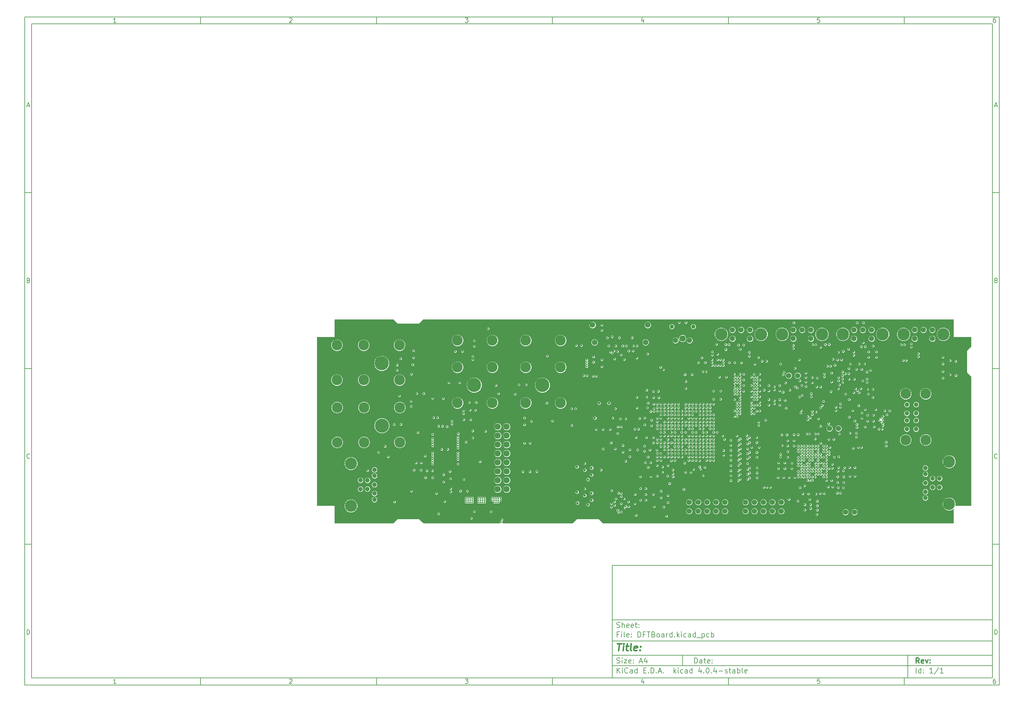
<source format=gbr>
G04 #@! TF.FileFunction,Copper,L4,Inr,Plane*
%FSLAX46Y46*%
G04 Gerber Fmt 4.6, Leading zero omitted, Abs format (unit mm)*
G04 Created by KiCad (PCBNEW 4.0.4-stable) date 02/16/17 12:58:06*
%MOMM*%
%LPD*%
G01*
G04 APERTURE LIST*
%ADD10C,0.100000*%
%ADD11C,0.150000*%
%ADD12C,0.300000*%
%ADD13C,0.400000*%
%ADD14C,3.000000*%
%ADD15C,1.300000*%
%ADD16C,4.000000*%
%ADD17C,3.500000*%
%ADD18C,1.500000*%
%ADD19C,1.800000*%
%ADD20C,1.524000*%
%ADD21C,1.600000*%
%ADD22C,1.200000*%
%ADD23C,3.416000*%
%ADD24C,1.308000*%
%ADD25C,0.750000*%
%ADD26C,0.480000*%
G04 APERTURE END LIST*
D10*
D11*
X177002200Y-166007200D02*
X177002200Y-198007200D01*
X285002200Y-198007200D01*
X285002200Y-166007200D01*
X177002200Y-166007200D01*
D10*
D11*
X10000000Y-10000000D02*
X10000000Y-200007200D01*
X287002200Y-200007200D01*
X287002200Y-10000000D01*
X10000000Y-10000000D01*
D10*
D11*
X12000000Y-12000000D02*
X12000000Y-198007200D01*
X285002200Y-198007200D01*
X285002200Y-12000000D01*
X12000000Y-12000000D01*
D10*
D11*
X60000000Y-12000000D02*
X60000000Y-10000000D01*
D10*
D11*
X110000000Y-12000000D02*
X110000000Y-10000000D01*
D10*
D11*
X160000000Y-12000000D02*
X160000000Y-10000000D01*
D10*
D11*
X210000000Y-12000000D02*
X210000000Y-10000000D01*
D10*
D11*
X260000000Y-12000000D02*
X260000000Y-10000000D01*
D10*
D11*
X35990476Y-11588095D02*
X35247619Y-11588095D01*
X35619048Y-11588095D02*
X35619048Y-10288095D01*
X35495238Y-10473810D01*
X35371429Y-10597619D01*
X35247619Y-10659524D01*
D10*
D11*
X85247619Y-10411905D02*
X85309524Y-10350000D01*
X85433333Y-10288095D01*
X85742857Y-10288095D01*
X85866667Y-10350000D01*
X85928571Y-10411905D01*
X85990476Y-10535714D01*
X85990476Y-10659524D01*
X85928571Y-10845238D01*
X85185714Y-11588095D01*
X85990476Y-11588095D01*
D10*
D11*
X135185714Y-10288095D02*
X135990476Y-10288095D01*
X135557143Y-10783333D01*
X135742857Y-10783333D01*
X135866667Y-10845238D01*
X135928571Y-10907143D01*
X135990476Y-11030952D01*
X135990476Y-11340476D01*
X135928571Y-11464286D01*
X135866667Y-11526190D01*
X135742857Y-11588095D01*
X135371429Y-11588095D01*
X135247619Y-11526190D01*
X135185714Y-11464286D01*
D10*
D11*
X185866667Y-10721429D02*
X185866667Y-11588095D01*
X185557143Y-10226190D02*
X185247619Y-11154762D01*
X186052381Y-11154762D01*
D10*
D11*
X235928571Y-10288095D02*
X235309524Y-10288095D01*
X235247619Y-10907143D01*
X235309524Y-10845238D01*
X235433333Y-10783333D01*
X235742857Y-10783333D01*
X235866667Y-10845238D01*
X235928571Y-10907143D01*
X235990476Y-11030952D01*
X235990476Y-11340476D01*
X235928571Y-11464286D01*
X235866667Y-11526190D01*
X235742857Y-11588095D01*
X235433333Y-11588095D01*
X235309524Y-11526190D01*
X235247619Y-11464286D01*
D10*
D11*
X285866667Y-10288095D02*
X285619048Y-10288095D01*
X285495238Y-10350000D01*
X285433333Y-10411905D01*
X285309524Y-10597619D01*
X285247619Y-10845238D01*
X285247619Y-11340476D01*
X285309524Y-11464286D01*
X285371429Y-11526190D01*
X285495238Y-11588095D01*
X285742857Y-11588095D01*
X285866667Y-11526190D01*
X285928571Y-11464286D01*
X285990476Y-11340476D01*
X285990476Y-11030952D01*
X285928571Y-10907143D01*
X285866667Y-10845238D01*
X285742857Y-10783333D01*
X285495238Y-10783333D01*
X285371429Y-10845238D01*
X285309524Y-10907143D01*
X285247619Y-11030952D01*
D10*
D11*
X60000000Y-198007200D02*
X60000000Y-200007200D01*
D10*
D11*
X110000000Y-198007200D02*
X110000000Y-200007200D01*
D10*
D11*
X160000000Y-198007200D02*
X160000000Y-200007200D01*
D10*
D11*
X210000000Y-198007200D02*
X210000000Y-200007200D01*
D10*
D11*
X260000000Y-198007200D02*
X260000000Y-200007200D01*
D10*
D11*
X35990476Y-199595295D02*
X35247619Y-199595295D01*
X35619048Y-199595295D02*
X35619048Y-198295295D01*
X35495238Y-198481010D01*
X35371429Y-198604819D01*
X35247619Y-198666724D01*
D10*
D11*
X85247619Y-198419105D02*
X85309524Y-198357200D01*
X85433333Y-198295295D01*
X85742857Y-198295295D01*
X85866667Y-198357200D01*
X85928571Y-198419105D01*
X85990476Y-198542914D01*
X85990476Y-198666724D01*
X85928571Y-198852438D01*
X85185714Y-199595295D01*
X85990476Y-199595295D01*
D10*
D11*
X135185714Y-198295295D02*
X135990476Y-198295295D01*
X135557143Y-198790533D01*
X135742857Y-198790533D01*
X135866667Y-198852438D01*
X135928571Y-198914343D01*
X135990476Y-199038152D01*
X135990476Y-199347676D01*
X135928571Y-199471486D01*
X135866667Y-199533390D01*
X135742857Y-199595295D01*
X135371429Y-199595295D01*
X135247619Y-199533390D01*
X135185714Y-199471486D01*
D10*
D11*
X185866667Y-198728629D02*
X185866667Y-199595295D01*
X185557143Y-198233390D02*
X185247619Y-199161962D01*
X186052381Y-199161962D01*
D10*
D11*
X235928571Y-198295295D02*
X235309524Y-198295295D01*
X235247619Y-198914343D01*
X235309524Y-198852438D01*
X235433333Y-198790533D01*
X235742857Y-198790533D01*
X235866667Y-198852438D01*
X235928571Y-198914343D01*
X235990476Y-199038152D01*
X235990476Y-199347676D01*
X235928571Y-199471486D01*
X235866667Y-199533390D01*
X235742857Y-199595295D01*
X235433333Y-199595295D01*
X235309524Y-199533390D01*
X235247619Y-199471486D01*
D10*
D11*
X285866667Y-198295295D02*
X285619048Y-198295295D01*
X285495238Y-198357200D01*
X285433333Y-198419105D01*
X285309524Y-198604819D01*
X285247619Y-198852438D01*
X285247619Y-199347676D01*
X285309524Y-199471486D01*
X285371429Y-199533390D01*
X285495238Y-199595295D01*
X285742857Y-199595295D01*
X285866667Y-199533390D01*
X285928571Y-199471486D01*
X285990476Y-199347676D01*
X285990476Y-199038152D01*
X285928571Y-198914343D01*
X285866667Y-198852438D01*
X285742857Y-198790533D01*
X285495238Y-198790533D01*
X285371429Y-198852438D01*
X285309524Y-198914343D01*
X285247619Y-199038152D01*
D10*
D11*
X10000000Y-60000000D02*
X12000000Y-60000000D01*
D10*
D11*
X10000000Y-110000000D02*
X12000000Y-110000000D01*
D10*
D11*
X10000000Y-160000000D02*
X12000000Y-160000000D01*
D10*
D11*
X10690476Y-35216667D02*
X11309524Y-35216667D01*
X10566667Y-35588095D02*
X11000000Y-34288095D01*
X11433333Y-35588095D01*
D10*
D11*
X11092857Y-84907143D02*
X11278571Y-84969048D01*
X11340476Y-85030952D01*
X11402381Y-85154762D01*
X11402381Y-85340476D01*
X11340476Y-85464286D01*
X11278571Y-85526190D01*
X11154762Y-85588095D01*
X10659524Y-85588095D01*
X10659524Y-84288095D01*
X11092857Y-84288095D01*
X11216667Y-84350000D01*
X11278571Y-84411905D01*
X11340476Y-84535714D01*
X11340476Y-84659524D01*
X11278571Y-84783333D01*
X11216667Y-84845238D01*
X11092857Y-84907143D01*
X10659524Y-84907143D01*
D10*
D11*
X11402381Y-135464286D02*
X11340476Y-135526190D01*
X11154762Y-135588095D01*
X11030952Y-135588095D01*
X10845238Y-135526190D01*
X10721429Y-135402381D01*
X10659524Y-135278571D01*
X10597619Y-135030952D01*
X10597619Y-134845238D01*
X10659524Y-134597619D01*
X10721429Y-134473810D01*
X10845238Y-134350000D01*
X11030952Y-134288095D01*
X11154762Y-134288095D01*
X11340476Y-134350000D01*
X11402381Y-134411905D01*
D10*
D11*
X10659524Y-185588095D02*
X10659524Y-184288095D01*
X10969048Y-184288095D01*
X11154762Y-184350000D01*
X11278571Y-184473810D01*
X11340476Y-184597619D01*
X11402381Y-184845238D01*
X11402381Y-185030952D01*
X11340476Y-185278571D01*
X11278571Y-185402381D01*
X11154762Y-185526190D01*
X10969048Y-185588095D01*
X10659524Y-185588095D01*
D10*
D11*
X287002200Y-60000000D02*
X285002200Y-60000000D01*
D10*
D11*
X287002200Y-110000000D02*
X285002200Y-110000000D01*
D10*
D11*
X287002200Y-160000000D02*
X285002200Y-160000000D01*
D10*
D11*
X285692676Y-35216667D02*
X286311724Y-35216667D01*
X285568867Y-35588095D02*
X286002200Y-34288095D01*
X286435533Y-35588095D01*
D10*
D11*
X286095057Y-84907143D02*
X286280771Y-84969048D01*
X286342676Y-85030952D01*
X286404581Y-85154762D01*
X286404581Y-85340476D01*
X286342676Y-85464286D01*
X286280771Y-85526190D01*
X286156962Y-85588095D01*
X285661724Y-85588095D01*
X285661724Y-84288095D01*
X286095057Y-84288095D01*
X286218867Y-84350000D01*
X286280771Y-84411905D01*
X286342676Y-84535714D01*
X286342676Y-84659524D01*
X286280771Y-84783333D01*
X286218867Y-84845238D01*
X286095057Y-84907143D01*
X285661724Y-84907143D01*
D10*
D11*
X286404581Y-135464286D02*
X286342676Y-135526190D01*
X286156962Y-135588095D01*
X286033152Y-135588095D01*
X285847438Y-135526190D01*
X285723629Y-135402381D01*
X285661724Y-135278571D01*
X285599819Y-135030952D01*
X285599819Y-134845238D01*
X285661724Y-134597619D01*
X285723629Y-134473810D01*
X285847438Y-134350000D01*
X286033152Y-134288095D01*
X286156962Y-134288095D01*
X286342676Y-134350000D01*
X286404581Y-134411905D01*
D10*
D11*
X285661724Y-185588095D02*
X285661724Y-184288095D01*
X285971248Y-184288095D01*
X286156962Y-184350000D01*
X286280771Y-184473810D01*
X286342676Y-184597619D01*
X286404581Y-184845238D01*
X286404581Y-185030952D01*
X286342676Y-185278571D01*
X286280771Y-185402381D01*
X286156962Y-185526190D01*
X285971248Y-185588095D01*
X285661724Y-185588095D01*
D10*
D11*
X200359343Y-193785771D02*
X200359343Y-192285771D01*
X200716486Y-192285771D01*
X200930771Y-192357200D01*
X201073629Y-192500057D01*
X201145057Y-192642914D01*
X201216486Y-192928629D01*
X201216486Y-193142914D01*
X201145057Y-193428629D01*
X201073629Y-193571486D01*
X200930771Y-193714343D01*
X200716486Y-193785771D01*
X200359343Y-193785771D01*
X202502200Y-193785771D02*
X202502200Y-193000057D01*
X202430771Y-192857200D01*
X202287914Y-192785771D01*
X202002200Y-192785771D01*
X201859343Y-192857200D01*
X202502200Y-193714343D02*
X202359343Y-193785771D01*
X202002200Y-193785771D01*
X201859343Y-193714343D01*
X201787914Y-193571486D01*
X201787914Y-193428629D01*
X201859343Y-193285771D01*
X202002200Y-193214343D01*
X202359343Y-193214343D01*
X202502200Y-193142914D01*
X203002200Y-192785771D02*
X203573629Y-192785771D01*
X203216486Y-192285771D02*
X203216486Y-193571486D01*
X203287914Y-193714343D01*
X203430772Y-193785771D01*
X203573629Y-193785771D01*
X204645057Y-193714343D02*
X204502200Y-193785771D01*
X204216486Y-193785771D01*
X204073629Y-193714343D01*
X204002200Y-193571486D01*
X204002200Y-193000057D01*
X204073629Y-192857200D01*
X204216486Y-192785771D01*
X204502200Y-192785771D01*
X204645057Y-192857200D01*
X204716486Y-193000057D01*
X204716486Y-193142914D01*
X204002200Y-193285771D01*
X205359343Y-193642914D02*
X205430771Y-193714343D01*
X205359343Y-193785771D01*
X205287914Y-193714343D01*
X205359343Y-193642914D01*
X205359343Y-193785771D01*
X205359343Y-192857200D02*
X205430771Y-192928629D01*
X205359343Y-193000057D01*
X205287914Y-192928629D01*
X205359343Y-192857200D01*
X205359343Y-193000057D01*
D10*
D11*
X177002200Y-194507200D02*
X285002200Y-194507200D01*
D10*
D11*
X178359343Y-196585771D02*
X178359343Y-195085771D01*
X179216486Y-196585771D02*
X178573629Y-195728629D01*
X179216486Y-195085771D02*
X178359343Y-195942914D01*
X179859343Y-196585771D02*
X179859343Y-195585771D01*
X179859343Y-195085771D02*
X179787914Y-195157200D01*
X179859343Y-195228629D01*
X179930771Y-195157200D01*
X179859343Y-195085771D01*
X179859343Y-195228629D01*
X181430772Y-196442914D02*
X181359343Y-196514343D01*
X181145057Y-196585771D01*
X181002200Y-196585771D01*
X180787915Y-196514343D01*
X180645057Y-196371486D01*
X180573629Y-196228629D01*
X180502200Y-195942914D01*
X180502200Y-195728629D01*
X180573629Y-195442914D01*
X180645057Y-195300057D01*
X180787915Y-195157200D01*
X181002200Y-195085771D01*
X181145057Y-195085771D01*
X181359343Y-195157200D01*
X181430772Y-195228629D01*
X182716486Y-196585771D02*
X182716486Y-195800057D01*
X182645057Y-195657200D01*
X182502200Y-195585771D01*
X182216486Y-195585771D01*
X182073629Y-195657200D01*
X182716486Y-196514343D02*
X182573629Y-196585771D01*
X182216486Y-196585771D01*
X182073629Y-196514343D01*
X182002200Y-196371486D01*
X182002200Y-196228629D01*
X182073629Y-196085771D01*
X182216486Y-196014343D01*
X182573629Y-196014343D01*
X182716486Y-195942914D01*
X184073629Y-196585771D02*
X184073629Y-195085771D01*
X184073629Y-196514343D02*
X183930772Y-196585771D01*
X183645058Y-196585771D01*
X183502200Y-196514343D01*
X183430772Y-196442914D01*
X183359343Y-196300057D01*
X183359343Y-195871486D01*
X183430772Y-195728629D01*
X183502200Y-195657200D01*
X183645058Y-195585771D01*
X183930772Y-195585771D01*
X184073629Y-195657200D01*
X185930772Y-195800057D02*
X186430772Y-195800057D01*
X186645058Y-196585771D02*
X185930772Y-196585771D01*
X185930772Y-195085771D01*
X186645058Y-195085771D01*
X187287915Y-196442914D02*
X187359343Y-196514343D01*
X187287915Y-196585771D01*
X187216486Y-196514343D01*
X187287915Y-196442914D01*
X187287915Y-196585771D01*
X188002201Y-196585771D02*
X188002201Y-195085771D01*
X188359344Y-195085771D01*
X188573629Y-195157200D01*
X188716487Y-195300057D01*
X188787915Y-195442914D01*
X188859344Y-195728629D01*
X188859344Y-195942914D01*
X188787915Y-196228629D01*
X188716487Y-196371486D01*
X188573629Y-196514343D01*
X188359344Y-196585771D01*
X188002201Y-196585771D01*
X189502201Y-196442914D02*
X189573629Y-196514343D01*
X189502201Y-196585771D01*
X189430772Y-196514343D01*
X189502201Y-196442914D01*
X189502201Y-196585771D01*
X190145058Y-196157200D02*
X190859344Y-196157200D01*
X190002201Y-196585771D02*
X190502201Y-195085771D01*
X191002201Y-196585771D01*
X191502201Y-196442914D02*
X191573629Y-196514343D01*
X191502201Y-196585771D01*
X191430772Y-196514343D01*
X191502201Y-196442914D01*
X191502201Y-196585771D01*
X194502201Y-196585771D02*
X194502201Y-195085771D01*
X194645058Y-196014343D02*
X195073629Y-196585771D01*
X195073629Y-195585771D02*
X194502201Y-196157200D01*
X195716487Y-196585771D02*
X195716487Y-195585771D01*
X195716487Y-195085771D02*
X195645058Y-195157200D01*
X195716487Y-195228629D01*
X195787915Y-195157200D01*
X195716487Y-195085771D01*
X195716487Y-195228629D01*
X197073630Y-196514343D02*
X196930773Y-196585771D01*
X196645059Y-196585771D01*
X196502201Y-196514343D01*
X196430773Y-196442914D01*
X196359344Y-196300057D01*
X196359344Y-195871486D01*
X196430773Y-195728629D01*
X196502201Y-195657200D01*
X196645059Y-195585771D01*
X196930773Y-195585771D01*
X197073630Y-195657200D01*
X198359344Y-196585771D02*
X198359344Y-195800057D01*
X198287915Y-195657200D01*
X198145058Y-195585771D01*
X197859344Y-195585771D01*
X197716487Y-195657200D01*
X198359344Y-196514343D02*
X198216487Y-196585771D01*
X197859344Y-196585771D01*
X197716487Y-196514343D01*
X197645058Y-196371486D01*
X197645058Y-196228629D01*
X197716487Y-196085771D01*
X197859344Y-196014343D01*
X198216487Y-196014343D01*
X198359344Y-195942914D01*
X199716487Y-196585771D02*
X199716487Y-195085771D01*
X199716487Y-196514343D02*
X199573630Y-196585771D01*
X199287916Y-196585771D01*
X199145058Y-196514343D01*
X199073630Y-196442914D01*
X199002201Y-196300057D01*
X199002201Y-195871486D01*
X199073630Y-195728629D01*
X199145058Y-195657200D01*
X199287916Y-195585771D01*
X199573630Y-195585771D01*
X199716487Y-195657200D01*
X202216487Y-195585771D02*
X202216487Y-196585771D01*
X201859344Y-195014343D02*
X201502201Y-196085771D01*
X202430773Y-196085771D01*
X203002201Y-196442914D02*
X203073629Y-196514343D01*
X203002201Y-196585771D01*
X202930772Y-196514343D01*
X203002201Y-196442914D01*
X203002201Y-196585771D01*
X204002201Y-195085771D02*
X204145058Y-195085771D01*
X204287915Y-195157200D01*
X204359344Y-195228629D01*
X204430773Y-195371486D01*
X204502201Y-195657200D01*
X204502201Y-196014343D01*
X204430773Y-196300057D01*
X204359344Y-196442914D01*
X204287915Y-196514343D01*
X204145058Y-196585771D01*
X204002201Y-196585771D01*
X203859344Y-196514343D01*
X203787915Y-196442914D01*
X203716487Y-196300057D01*
X203645058Y-196014343D01*
X203645058Y-195657200D01*
X203716487Y-195371486D01*
X203787915Y-195228629D01*
X203859344Y-195157200D01*
X204002201Y-195085771D01*
X205145058Y-196442914D02*
X205216486Y-196514343D01*
X205145058Y-196585771D01*
X205073629Y-196514343D01*
X205145058Y-196442914D01*
X205145058Y-196585771D01*
X206502201Y-195585771D02*
X206502201Y-196585771D01*
X206145058Y-195014343D02*
X205787915Y-196085771D01*
X206716487Y-196085771D01*
X207287915Y-196014343D02*
X208430772Y-196014343D01*
X209073629Y-196514343D02*
X209216486Y-196585771D01*
X209502201Y-196585771D01*
X209645058Y-196514343D01*
X209716486Y-196371486D01*
X209716486Y-196300057D01*
X209645058Y-196157200D01*
X209502201Y-196085771D01*
X209287915Y-196085771D01*
X209145058Y-196014343D01*
X209073629Y-195871486D01*
X209073629Y-195800057D01*
X209145058Y-195657200D01*
X209287915Y-195585771D01*
X209502201Y-195585771D01*
X209645058Y-195657200D01*
X210145058Y-195585771D02*
X210716487Y-195585771D01*
X210359344Y-195085771D02*
X210359344Y-196371486D01*
X210430772Y-196514343D01*
X210573630Y-196585771D01*
X210716487Y-196585771D01*
X211859344Y-196585771D02*
X211859344Y-195800057D01*
X211787915Y-195657200D01*
X211645058Y-195585771D01*
X211359344Y-195585771D01*
X211216487Y-195657200D01*
X211859344Y-196514343D02*
X211716487Y-196585771D01*
X211359344Y-196585771D01*
X211216487Y-196514343D01*
X211145058Y-196371486D01*
X211145058Y-196228629D01*
X211216487Y-196085771D01*
X211359344Y-196014343D01*
X211716487Y-196014343D01*
X211859344Y-195942914D01*
X212573630Y-196585771D02*
X212573630Y-195085771D01*
X212573630Y-195657200D02*
X212716487Y-195585771D01*
X213002201Y-195585771D01*
X213145058Y-195657200D01*
X213216487Y-195728629D01*
X213287916Y-195871486D01*
X213287916Y-196300057D01*
X213216487Y-196442914D01*
X213145058Y-196514343D01*
X213002201Y-196585771D01*
X212716487Y-196585771D01*
X212573630Y-196514343D01*
X214145059Y-196585771D02*
X214002201Y-196514343D01*
X213930773Y-196371486D01*
X213930773Y-195085771D01*
X215287915Y-196514343D02*
X215145058Y-196585771D01*
X214859344Y-196585771D01*
X214716487Y-196514343D01*
X214645058Y-196371486D01*
X214645058Y-195800057D01*
X214716487Y-195657200D01*
X214859344Y-195585771D01*
X215145058Y-195585771D01*
X215287915Y-195657200D01*
X215359344Y-195800057D01*
X215359344Y-195942914D01*
X214645058Y-196085771D01*
D10*
D11*
X177002200Y-191507200D02*
X285002200Y-191507200D01*
D10*
D12*
X264216486Y-193785771D02*
X263716486Y-193071486D01*
X263359343Y-193785771D02*
X263359343Y-192285771D01*
X263930771Y-192285771D01*
X264073629Y-192357200D01*
X264145057Y-192428629D01*
X264216486Y-192571486D01*
X264216486Y-192785771D01*
X264145057Y-192928629D01*
X264073629Y-193000057D01*
X263930771Y-193071486D01*
X263359343Y-193071486D01*
X265430771Y-193714343D02*
X265287914Y-193785771D01*
X265002200Y-193785771D01*
X264859343Y-193714343D01*
X264787914Y-193571486D01*
X264787914Y-193000057D01*
X264859343Y-192857200D01*
X265002200Y-192785771D01*
X265287914Y-192785771D01*
X265430771Y-192857200D01*
X265502200Y-193000057D01*
X265502200Y-193142914D01*
X264787914Y-193285771D01*
X266002200Y-192785771D02*
X266359343Y-193785771D01*
X266716485Y-192785771D01*
X267287914Y-193642914D02*
X267359342Y-193714343D01*
X267287914Y-193785771D01*
X267216485Y-193714343D01*
X267287914Y-193642914D01*
X267287914Y-193785771D01*
X267287914Y-192857200D02*
X267359342Y-192928629D01*
X267287914Y-193000057D01*
X267216485Y-192928629D01*
X267287914Y-192857200D01*
X267287914Y-193000057D01*
D10*
D11*
X178287914Y-193714343D02*
X178502200Y-193785771D01*
X178859343Y-193785771D01*
X179002200Y-193714343D01*
X179073629Y-193642914D01*
X179145057Y-193500057D01*
X179145057Y-193357200D01*
X179073629Y-193214343D01*
X179002200Y-193142914D01*
X178859343Y-193071486D01*
X178573629Y-193000057D01*
X178430771Y-192928629D01*
X178359343Y-192857200D01*
X178287914Y-192714343D01*
X178287914Y-192571486D01*
X178359343Y-192428629D01*
X178430771Y-192357200D01*
X178573629Y-192285771D01*
X178930771Y-192285771D01*
X179145057Y-192357200D01*
X179787914Y-193785771D02*
X179787914Y-192785771D01*
X179787914Y-192285771D02*
X179716485Y-192357200D01*
X179787914Y-192428629D01*
X179859342Y-192357200D01*
X179787914Y-192285771D01*
X179787914Y-192428629D01*
X180359343Y-192785771D02*
X181145057Y-192785771D01*
X180359343Y-193785771D01*
X181145057Y-193785771D01*
X182287914Y-193714343D02*
X182145057Y-193785771D01*
X181859343Y-193785771D01*
X181716486Y-193714343D01*
X181645057Y-193571486D01*
X181645057Y-193000057D01*
X181716486Y-192857200D01*
X181859343Y-192785771D01*
X182145057Y-192785771D01*
X182287914Y-192857200D01*
X182359343Y-193000057D01*
X182359343Y-193142914D01*
X181645057Y-193285771D01*
X183002200Y-193642914D02*
X183073628Y-193714343D01*
X183002200Y-193785771D01*
X182930771Y-193714343D01*
X183002200Y-193642914D01*
X183002200Y-193785771D01*
X183002200Y-192857200D02*
X183073628Y-192928629D01*
X183002200Y-193000057D01*
X182930771Y-192928629D01*
X183002200Y-192857200D01*
X183002200Y-193000057D01*
X184787914Y-193357200D02*
X185502200Y-193357200D01*
X184645057Y-193785771D02*
X185145057Y-192285771D01*
X185645057Y-193785771D01*
X186787914Y-192785771D02*
X186787914Y-193785771D01*
X186430771Y-192214343D02*
X186073628Y-193285771D01*
X187002200Y-193285771D01*
D10*
D11*
X263359343Y-196585771D02*
X263359343Y-195085771D01*
X264716486Y-196585771D02*
X264716486Y-195085771D01*
X264716486Y-196514343D02*
X264573629Y-196585771D01*
X264287915Y-196585771D01*
X264145057Y-196514343D01*
X264073629Y-196442914D01*
X264002200Y-196300057D01*
X264002200Y-195871486D01*
X264073629Y-195728629D01*
X264145057Y-195657200D01*
X264287915Y-195585771D01*
X264573629Y-195585771D01*
X264716486Y-195657200D01*
X265430772Y-196442914D02*
X265502200Y-196514343D01*
X265430772Y-196585771D01*
X265359343Y-196514343D01*
X265430772Y-196442914D01*
X265430772Y-196585771D01*
X265430772Y-195657200D02*
X265502200Y-195728629D01*
X265430772Y-195800057D01*
X265359343Y-195728629D01*
X265430772Y-195657200D01*
X265430772Y-195800057D01*
X268073629Y-196585771D02*
X267216486Y-196585771D01*
X267645058Y-196585771D02*
X267645058Y-195085771D01*
X267502201Y-195300057D01*
X267359343Y-195442914D01*
X267216486Y-195514343D01*
X269787914Y-195014343D02*
X268502200Y-196942914D01*
X271073629Y-196585771D02*
X270216486Y-196585771D01*
X270645058Y-196585771D02*
X270645058Y-195085771D01*
X270502201Y-195300057D01*
X270359343Y-195442914D01*
X270216486Y-195514343D01*
D10*
D11*
X177002200Y-187507200D02*
X285002200Y-187507200D01*
D10*
D13*
X178454581Y-188211962D02*
X179597438Y-188211962D01*
X178776010Y-190211962D02*
X179026010Y-188211962D01*
X180014105Y-190211962D02*
X180180771Y-188878629D01*
X180264105Y-188211962D02*
X180156962Y-188307200D01*
X180240295Y-188402438D01*
X180347439Y-188307200D01*
X180264105Y-188211962D01*
X180240295Y-188402438D01*
X180847438Y-188878629D02*
X181609343Y-188878629D01*
X181216486Y-188211962D02*
X181002200Y-189926248D01*
X181073630Y-190116724D01*
X181252201Y-190211962D01*
X181442677Y-190211962D01*
X182395058Y-190211962D02*
X182216487Y-190116724D01*
X182145057Y-189926248D01*
X182359343Y-188211962D01*
X183930772Y-190116724D02*
X183728391Y-190211962D01*
X183347439Y-190211962D01*
X183168867Y-190116724D01*
X183097438Y-189926248D01*
X183192676Y-189164343D01*
X183311724Y-188973867D01*
X183514105Y-188878629D01*
X183895057Y-188878629D01*
X184073629Y-188973867D01*
X184145057Y-189164343D01*
X184121248Y-189354819D01*
X183145057Y-189545295D01*
X184895057Y-190021486D02*
X184978392Y-190116724D01*
X184871248Y-190211962D01*
X184787915Y-190116724D01*
X184895057Y-190021486D01*
X184871248Y-190211962D01*
X185026010Y-188973867D02*
X185109344Y-189069105D01*
X185002200Y-189164343D01*
X184918867Y-189069105D01*
X185026010Y-188973867D01*
X185002200Y-189164343D01*
D10*
D11*
X178859343Y-185600057D02*
X178359343Y-185600057D01*
X178359343Y-186385771D02*
X178359343Y-184885771D01*
X179073629Y-184885771D01*
X179645057Y-186385771D02*
X179645057Y-185385771D01*
X179645057Y-184885771D02*
X179573628Y-184957200D01*
X179645057Y-185028629D01*
X179716485Y-184957200D01*
X179645057Y-184885771D01*
X179645057Y-185028629D01*
X180573629Y-186385771D02*
X180430771Y-186314343D01*
X180359343Y-186171486D01*
X180359343Y-184885771D01*
X181716485Y-186314343D02*
X181573628Y-186385771D01*
X181287914Y-186385771D01*
X181145057Y-186314343D01*
X181073628Y-186171486D01*
X181073628Y-185600057D01*
X181145057Y-185457200D01*
X181287914Y-185385771D01*
X181573628Y-185385771D01*
X181716485Y-185457200D01*
X181787914Y-185600057D01*
X181787914Y-185742914D01*
X181073628Y-185885771D01*
X182430771Y-186242914D02*
X182502199Y-186314343D01*
X182430771Y-186385771D01*
X182359342Y-186314343D01*
X182430771Y-186242914D01*
X182430771Y-186385771D01*
X182430771Y-185457200D02*
X182502199Y-185528629D01*
X182430771Y-185600057D01*
X182359342Y-185528629D01*
X182430771Y-185457200D01*
X182430771Y-185600057D01*
X184287914Y-186385771D02*
X184287914Y-184885771D01*
X184645057Y-184885771D01*
X184859342Y-184957200D01*
X185002200Y-185100057D01*
X185073628Y-185242914D01*
X185145057Y-185528629D01*
X185145057Y-185742914D01*
X185073628Y-186028629D01*
X185002200Y-186171486D01*
X184859342Y-186314343D01*
X184645057Y-186385771D01*
X184287914Y-186385771D01*
X186287914Y-185600057D02*
X185787914Y-185600057D01*
X185787914Y-186385771D02*
X185787914Y-184885771D01*
X186502200Y-184885771D01*
X186859342Y-184885771D02*
X187716485Y-184885771D01*
X187287914Y-186385771D02*
X187287914Y-184885771D01*
X188716485Y-185600057D02*
X188930771Y-185671486D01*
X189002199Y-185742914D01*
X189073628Y-185885771D01*
X189073628Y-186100057D01*
X189002199Y-186242914D01*
X188930771Y-186314343D01*
X188787913Y-186385771D01*
X188216485Y-186385771D01*
X188216485Y-184885771D01*
X188716485Y-184885771D01*
X188859342Y-184957200D01*
X188930771Y-185028629D01*
X189002199Y-185171486D01*
X189002199Y-185314343D01*
X188930771Y-185457200D01*
X188859342Y-185528629D01*
X188716485Y-185600057D01*
X188216485Y-185600057D01*
X189930771Y-186385771D02*
X189787913Y-186314343D01*
X189716485Y-186242914D01*
X189645056Y-186100057D01*
X189645056Y-185671486D01*
X189716485Y-185528629D01*
X189787913Y-185457200D01*
X189930771Y-185385771D01*
X190145056Y-185385771D01*
X190287913Y-185457200D01*
X190359342Y-185528629D01*
X190430771Y-185671486D01*
X190430771Y-186100057D01*
X190359342Y-186242914D01*
X190287913Y-186314343D01*
X190145056Y-186385771D01*
X189930771Y-186385771D01*
X191716485Y-186385771D02*
X191716485Y-185600057D01*
X191645056Y-185457200D01*
X191502199Y-185385771D01*
X191216485Y-185385771D01*
X191073628Y-185457200D01*
X191716485Y-186314343D02*
X191573628Y-186385771D01*
X191216485Y-186385771D01*
X191073628Y-186314343D01*
X191002199Y-186171486D01*
X191002199Y-186028629D01*
X191073628Y-185885771D01*
X191216485Y-185814343D01*
X191573628Y-185814343D01*
X191716485Y-185742914D01*
X192430771Y-186385771D02*
X192430771Y-185385771D01*
X192430771Y-185671486D02*
X192502199Y-185528629D01*
X192573628Y-185457200D01*
X192716485Y-185385771D01*
X192859342Y-185385771D01*
X194002199Y-186385771D02*
X194002199Y-184885771D01*
X194002199Y-186314343D02*
X193859342Y-186385771D01*
X193573628Y-186385771D01*
X193430770Y-186314343D01*
X193359342Y-186242914D01*
X193287913Y-186100057D01*
X193287913Y-185671486D01*
X193359342Y-185528629D01*
X193430770Y-185457200D01*
X193573628Y-185385771D01*
X193859342Y-185385771D01*
X194002199Y-185457200D01*
X194716485Y-186242914D02*
X194787913Y-186314343D01*
X194716485Y-186385771D01*
X194645056Y-186314343D01*
X194716485Y-186242914D01*
X194716485Y-186385771D01*
X195430771Y-186385771D02*
X195430771Y-184885771D01*
X195573628Y-185814343D02*
X196002199Y-186385771D01*
X196002199Y-185385771D02*
X195430771Y-185957200D01*
X196645057Y-186385771D02*
X196645057Y-185385771D01*
X196645057Y-184885771D02*
X196573628Y-184957200D01*
X196645057Y-185028629D01*
X196716485Y-184957200D01*
X196645057Y-184885771D01*
X196645057Y-185028629D01*
X198002200Y-186314343D02*
X197859343Y-186385771D01*
X197573629Y-186385771D01*
X197430771Y-186314343D01*
X197359343Y-186242914D01*
X197287914Y-186100057D01*
X197287914Y-185671486D01*
X197359343Y-185528629D01*
X197430771Y-185457200D01*
X197573629Y-185385771D01*
X197859343Y-185385771D01*
X198002200Y-185457200D01*
X199287914Y-186385771D02*
X199287914Y-185600057D01*
X199216485Y-185457200D01*
X199073628Y-185385771D01*
X198787914Y-185385771D01*
X198645057Y-185457200D01*
X199287914Y-186314343D02*
X199145057Y-186385771D01*
X198787914Y-186385771D01*
X198645057Y-186314343D01*
X198573628Y-186171486D01*
X198573628Y-186028629D01*
X198645057Y-185885771D01*
X198787914Y-185814343D01*
X199145057Y-185814343D01*
X199287914Y-185742914D01*
X200645057Y-186385771D02*
X200645057Y-184885771D01*
X200645057Y-186314343D02*
X200502200Y-186385771D01*
X200216486Y-186385771D01*
X200073628Y-186314343D01*
X200002200Y-186242914D01*
X199930771Y-186100057D01*
X199930771Y-185671486D01*
X200002200Y-185528629D01*
X200073628Y-185457200D01*
X200216486Y-185385771D01*
X200502200Y-185385771D01*
X200645057Y-185457200D01*
X201002200Y-186528629D02*
X202145057Y-186528629D01*
X202502200Y-185385771D02*
X202502200Y-186885771D01*
X202502200Y-185457200D02*
X202645057Y-185385771D01*
X202930771Y-185385771D01*
X203073628Y-185457200D01*
X203145057Y-185528629D01*
X203216486Y-185671486D01*
X203216486Y-186100057D01*
X203145057Y-186242914D01*
X203073628Y-186314343D01*
X202930771Y-186385771D01*
X202645057Y-186385771D01*
X202502200Y-186314343D01*
X204502200Y-186314343D02*
X204359343Y-186385771D01*
X204073629Y-186385771D01*
X203930771Y-186314343D01*
X203859343Y-186242914D01*
X203787914Y-186100057D01*
X203787914Y-185671486D01*
X203859343Y-185528629D01*
X203930771Y-185457200D01*
X204073629Y-185385771D01*
X204359343Y-185385771D01*
X204502200Y-185457200D01*
X205145057Y-186385771D02*
X205145057Y-184885771D01*
X205145057Y-185457200D02*
X205287914Y-185385771D01*
X205573628Y-185385771D01*
X205716485Y-185457200D01*
X205787914Y-185528629D01*
X205859343Y-185671486D01*
X205859343Y-186100057D01*
X205787914Y-186242914D01*
X205716485Y-186314343D01*
X205573628Y-186385771D01*
X205287914Y-186385771D01*
X205145057Y-186314343D01*
D10*
D11*
X177002200Y-181507200D02*
X285002200Y-181507200D01*
D10*
D11*
X178287914Y-183614343D02*
X178502200Y-183685771D01*
X178859343Y-183685771D01*
X179002200Y-183614343D01*
X179073629Y-183542914D01*
X179145057Y-183400057D01*
X179145057Y-183257200D01*
X179073629Y-183114343D01*
X179002200Y-183042914D01*
X178859343Y-182971486D01*
X178573629Y-182900057D01*
X178430771Y-182828629D01*
X178359343Y-182757200D01*
X178287914Y-182614343D01*
X178287914Y-182471486D01*
X178359343Y-182328629D01*
X178430771Y-182257200D01*
X178573629Y-182185771D01*
X178930771Y-182185771D01*
X179145057Y-182257200D01*
X179787914Y-183685771D02*
X179787914Y-182185771D01*
X180430771Y-183685771D02*
X180430771Y-182900057D01*
X180359342Y-182757200D01*
X180216485Y-182685771D01*
X180002200Y-182685771D01*
X179859342Y-182757200D01*
X179787914Y-182828629D01*
X181716485Y-183614343D02*
X181573628Y-183685771D01*
X181287914Y-183685771D01*
X181145057Y-183614343D01*
X181073628Y-183471486D01*
X181073628Y-182900057D01*
X181145057Y-182757200D01*
X181287914Y-182685771D01*
X181573628Y-182685771D01*
X181716485Y-182757200D01*
X181787914Y-182900057D01*
X181787914Y-183042914D01*
X181073628Y-183185771D01*
X183002199Y-183614343D02*
X182859342Y-183685771D01*
X182573628Y-183685771D01*
X182430771Y-183614343D01*
X182359342Y-183471486D01*
X182359342Y-182900057D01*
X182430771Y-182757200D01*
X182573628Y-182685771D01*
X182859342Y-182685771D01*
X183002199Y-182757200D01*
X183073628Y-182900057D01*
X183073628Y-183042914D01*
X182359342Y-183185771D01*
X183502199Y-182685771D02*
X184073628Y-182685771D01*
X183716485Y-182185771D02*
X183716485Y-183471486D01*
X183787913Y-183614343D01*
X183930771Y-183685771D01*
X184073628Y-183685771D01*
X184573628Y-183542914D02*
X184645056Y-183614343D01*
X184573628Y-183685771D01*
X184502199Y-183614343D01*
X184573628Y-183542914D01*
X184573628Y-183685771D01*
X184573628Y-182757200D02*
X184645056Y-182828629D01*
X184573628Y-182900057D01*
X184502199Y-182828629D01*
X184573628Y-182757200D01*
X184573628Y-182900057D01*
D10*
D11*
X197002200Y-191507200D02*
X197002200Y-194507200D01*
D10*
D11*
X261002200Y-191507200D02*
X261002200Y-198007200D01*
D14*
X260345000Y-130300000D03*
X266025000Y-130300000D03*
X266025000Y-117160000D03*
X260345000Y-117160000D03*
D15*
X263315000Y-124730000D03*
X260695000Y-127230000D03*
X263315000Y-127230000D03*
X263315000Y-122730000D03*
X263315000Y-120230000D03*
X260695000Y-124730000D03*
X260695000Y-122730000D03*
X260695000Y-120230000D03*
D16*
X111500000Y-126250000D03*
D14*
X98800000Y-131000000D03*
X106420000Y-131000000D03*
X116580000Y-131000000D03*
X116580000Y-121090000D03*
X106420000Y-121090000D03*
X98800000Y-121090000D03*
D17*
X259750000Y-100250000D03*
D18*
X262900000Y-101500000D03*
X267900000Y-101500000D03*
X267900000Y-99000000D03*
X262900000Y-99000000D03*
X265400000Y-99000000D03*
D17*
X271050000Y-100250000D03*
D19*
X144410000Y-126520000D03*
X146950000Y-126520000D03*
X144410000Y-129060000D03*
X146950000Y-129060000D03*
X144410000Y-131600000D03*
X146950000Y-131600000D03*
X144410000Y-134140000D03*
X146950000Y-134140000D03*
X144410000Y-136680000D03*
X146950000Y-136680000D03*
X144410000Y-139220000D03*
X146950000Y-139220000D03*
X144410000Y-141760000D03*
X144410000Y-144300000D03*
X146950000Y-141760000D03*
X146950000Y-144300000D03*
D20*
X225000000Y-150540000D03*
X225000000Y-148000000D03*
X222460000Y-148000000D03*
X222460000Y-150540000D03*
X217380000Y-150540000D03*
X214840000Y-150540000D03*
X214840000Y-148000000D03*
X217380000Y-148000000D03*
X219920000Y-148000000D03*
X219920000Y-150540000D03*
X209000000Y-150540000D03*
X209000000Y-148000000D03*
X206460000Y-148000000D03*
X206460000Y-150540000D03*
X201380000Y-150540000D03*
X198840000Y-150540000D03*
X198840000Y-148000000D03*
X201380000Y-148000000D03*
X203920000Y-148000000D03*
X203920000Y-150540000D03*
D16*
X157100000Y-114700000D03*
D14*
X152350000Y-102000000D03*
X152350000Y-109620000D03*
X152350000Y-119780000D03*
X162260000Y-119780000D03*
X162260000Y-109620000D03*
X162260000Y-102000000D03*
D16*
X137740000Y-114700000D03*
D14*
X132990000Y-102000000D03*
X132990000Y-109620000D03*
X132990000Y-119780000D03*
X142900000Y-119780000D03*
X142900000Y-109620000D03*
X142900000Y-102000000D03*
D17*
X225250000Y-100250000D03*
D18*
X228400000Y-101500000D03*
X233400000Y-101500000D03*
X233400000Y-99000000D03*
X228400000Y-99000000D03*
X230900000Y-99000000D03*
D17*
X236550000Y-100250000D03*
D16*
X111450000Y-108500000D03*
D14*
X98750000Y-113250000D03*
X106370000Y-113250000D03*
X116530000Y-113250000D03*
X116530000Y-103340000D03*
X106370000Y-103340000D03*
X98750000Y-103340000D03*
D21*
X187050000Y-97600000D03*
X186450000Y-102550000D03*
X171350000Y-97600000D03*
X171950000Y-102550000D03*
D17*
X207950000Y-100250000D03*
D18*
X211100000Y-101500000D03*
X216100000Y-101500000D03*
X216100000Y-99000000D03*
X211100000Y-99000000D03*
X213600000Y-99000000D03*
D17*
X219250000Y-100250000D03*
D20*
X243250000Y-150800000D03*
X245790000Y-150800000D03*
X229650000Y-112000000D03*
X227110000Y-112000000D03*
D22*
X193900000Y-98050000D03*
X200000000Y-98050000D03*
D18*
X194950000Y-102000000D03*
D19*
X196950000Y-101450000D03*
D18*
X198950000Y-102000000D03*
D17*
X242500000Y-100250000D03*
D18*
X245650000Y-101500000D03*
X250650000Y-101500000D03*
X250650000Y-99000000D03*
X245650000Y-99000000D03*
X248150000Y-99000000D03*
D17*
X253800000Y-100250000D03*
D23*
X272675000Y-136500000D03*
X272675000Y-148540000D03*
D24*
X267965000Y-143770000D03*
X267965000Y-141270000D03*
X269965000Y-141270000D03*
X269965000Y-143770000D03*
X265965000Y-138270000D03*
X265965000Y-140020000D03*
X265965000Y-142520000D03*
X265965000Y-145020000D03*
X265965000Y-146770000D03*
D23*
X102700000Y-149040000D03*
X102700000Y-137000000D03*
D24*
X107410000Y-141770000D03*
X107410000Y-144270000D03*
X105410000Y-144270000D03*
X105410000Y-141770000D03*
X109410000Y-147270000D03*
X109410000Y-145520000D03*
X109410000Y-143020000D03*
X109410000Y-140520000D03*
X109410000Y-138770000D03*
D20*
X241250000Y-127050000D03*
X238710000Y-127050000D03*
D25*
X169150000Y-138900000D03*
X171100000Y-140250000D03*
X170050000Y-141550000D03*
D26*
X242363633Y-110949939D03*
X199300000Y-139500000D03*
X207400000Y-112400000D03*
X239300000Y-111260000D03*
X211708855Y-123595010D03*
X218850000Y-119600000D03*
X200750000Y-136100000D03*
X237250000Y-111400000D03*
X238964904Y-109299118D03*
X138300000Y-119650000D03*
X234800000Y-103200000D03*
X235100000Y-151470000D03*
X194750000Y-131100000D03*
X234600000Y-136800000D03*
X186100000Y-133454990D03*
X188139257Y-126195010D03*
X241300000Y-135050000D03*
X248350000Y-96950000D03*
X202750000Y-140450000D03*
X261950000Y-103850000D03*
X259050000Y-103200000D03*
X228900000Y-109900000D03*
X246550000Y-96950000D03*
X251100000Y-103550000D03*
X205400000Y-105250000D03*
X206900000Y-105900000D03*
X218600000Y-125200000D03*
X233800000Y-122150000D03*
X228400000Y-104300000D03*
X149350000Y-117225000D03*
X226800000Y-130450000D03*
X183700000Y-129600000D03*
X244250000Y-113000000D03*
X244200000Y-109950000D03*
X233750000Y-114025000D03*
X235100000Y-115200000D03*
X233300000Y-149800000D03*
X231700000Y-150200000D03*
X233524514Y-118016066D03*
X223000000Y-120000000D03*
X239650000Y-107350000D03*
X244300000Y-118800000D03*
X245600000Y-105300000D03*
X205750000Y-116404990D03*
X211667743Y-116404990D03*
X213250229Y-116395010D03*
X211650000Y-118800000D03*
X211650000Y-114800000D03*
X211650000Y-113200000D03*
X211650000Y-111600000D03*
X187650000Y-133150000D03*
X186350000Y-136750004D03*
X188600000Y-131100000D03*
X214300000Y-111600000D03*
X224550000Y-120400000D03*
X221450000Y-120350000D03*
X213250000Y-113200000D03*
X217250000Y-113200000D03*
X217250000Y-116400000D03*
X218850000Y-111600000D03*
X218850000Y-113200000D03*
X218850000Y-114800000D03*
X218850000Y-116400000D03*
X218850000Y-118000000D03*
X218850000Y-120400000D03*
X191250000Y-137950000D03*
X206750000Y-128100000D03*
X208600000Y-134600000D03*
X197750000Y-126100000D03*
X197750000Y-123100000D03*
X184950000Y-140700000D03*
X197650000Y-111700000D03*
X197849390Y-113649974D03*
X205750000Y-118700000D03*
X229800000Y-136800000D03*
X232197376Y-140805088D03*
X237797376Y-132005088D03*
X236997376Y-140805088D03*
X205750000Y-131100000D03*
X195750000Y-134100000D03*
X198750000Y-132100000D03*
X199750000Y-131100000D03*
X200750000Y-130100000D03*
X199750000Y-129100000D03*
X202750000Y-132100000D03*
X199750000Y-132100000D03*
X199750000Y-133100000D03*
X200750000Y-132100000D03*
X203750000Y-135100000D03*
X201750000Y-129100000D03*
X199750000Y-122100000D03*
X205750000Y-120100000D03*
X202750000Y-121100000D03*
X203750000Y-124100000D03*
X204750000Y-127100000D03*
X233800000Y-139200000D03*
X231100000Y-145600000D03*
X234600000Y-128600000D03*
X225100000Y-128800000D03*
X229797376Y-139204990D03*
X224200000Y-138400000D03*
X196750000Y-126100000D03*
X235400000Y-133600000D03*
X228600000Y-132000000D03*
X199750000Y-126100000D03*
X197750000Y-134100000D03*
X192700000Y-140550000D03*
X214300000Y-114800000D03*
X186200000Y-124000000D03*
X197800000Y-128100000D03*
X198750000Y-125100000D03*
X200750000Y-125100000D03*
X198750000Y-127100000D03*
X194750000Y-126100000D03*
X195750000Y-125100000D03*
X199750000Y-124100000D03*
X180000000Y-133750000D03*
X196750000Y-131100000D03*
X198750000Y-130100000D03*
X194750000Y-129100000D03*
X180750000Y-136350000D03*
X181950000Y-135050000D03*
X191750000Y-135100000D03*
X191750000Y-133100000D03*
X191750000Y-131100000D03*
X197750000Y-130100000D03*
X202750000Y-128100000D03*
X191750000Y-128100000D03*
X193700000Y-128100000D03*
X187150000Y-138100000D03*
X189700000Y-137550000D03*
X200750000Y-128100000D03*
X133203825Y-128559989D03*
X125800000Y-139050000D03*
X121200000Y-136800000D03*
X120600000Y-138850000D03*
X125855034Y-136494079D03*
X131050000Y-145050000D03*
X169700000Y-108140000D03*
D25*
X172020000Y-124050000D03*
X176025000Y-119850000D03*
X170050000Y-148700000D03*
X171100000Y-147450000D03*
X169150000Y-146100000D03*
D26*
X246350000Y-110200000D03*
X135800000Y-144800000D03*
X208500000Y-109100000D03*
X208500000Y-107500000D03*
X249363633Y-110949939D03*
X136551406Y-121797434D03*
X119800000Y-120750000D03*
X116500000Y-117750000D03*
X133100000Y-132600000D03*
X133100000Y-137150000D03*
X123900000Y-141000000D03*
X180329302Y-147082824D03*
X171650000Y-106650000D03*
X187150000Y-119800000D03*
X184750000Y-124150000D03*
X168875000Y-112025000D03*
X172400000Y-112150000D03*
X182600000Y-101200000D03*
X210250000Y-108300000D03*
X201400000Y-108300000D03*
X179250000Y-124300000D03*
X121400000Y-117100000D03*
X137300000Y-127700000D03*
X185000000Y-144100000D03*
X185000000Y-147400000D03*
X246500000Y-126750000D03*
X251000000Y-115900000D03*
X113300000Y-135100000D03*
X137750000Y-102100000D03*
X212800000Y-103300000D03*
X209242409Y-103154529D03*
X214300000Y-103300000D03*
X251850000Y-121650000D03*
X248850000Y-121650000D03*
X247900000Y-122600000D03*
X248850000Y-126550000D03*
X251350000Y-126550000D03*
X252800000Y-124600000D03*
X192750000Y-124100000D03*
X189750000Y-125100000D03*
X190750000Y-129100000D03*
X191750000Y-121100000D03*
X194750000Y-120100000D03*
X195750000Y-123100000D03*
X228600000Y-128800000D03*
X232200000Y-128600000D03*
X233799998Y-132005088D03*
X191750000Y-125100000D03*
X183950000Y-121200000D03*
X186750000Y-118100000D03*
X188650000Y-116500000D03*
X188700000Y-118250000D03*
X188750000Y-120100000D03*
X231400000Y-132800000D03*
X217500000Y-108750000D03*
X152450000Y-114625000D03*
X115800000Y-109000000D03*
X226100000Y-119000000D03*
X228950000Y-115150000D03*
X230600000Y-132800000D03*
X127600000Y-151300000D03*
X231550000Y-143350000D03*
X233100000Y-141800000D03*
X231400000Y-134400000D03*
X112400000Y-132100000D03*
X230900000Y-117600000D03*
X230800000Y-114800000D03*
X230600000Y-132000000D03*
X141700000Y-98650000D03*
X137325000Y-106525000D03*
X134375000Y-105125000D03*
X133100000Y-129350000D03*
D25*
X176325000Y-121798360D03*
X174348880Y-121798360D03*
X172372760Y-121798360D03*
X166950000Y-138900000D03*
X166950000Y-137000000D03*
X166950000Y-144200000D03*
X166950000Y-146100000D03*
X165100000Y-148250000D03*
D26*
X242400000Y-125300000D03*
X143000000Y-152800000D03*
X148375000Y-124100000D03*
X143600000Y-152500000D03*
X143400000Y-153200000D03*
X193250000Y-100650000D03*
X176950000Y-100050000D03*
X174650000Y-101250000D03*
X172050000Y-109650000D03*
X274600000Y-112850000D03*
X274550000Y-108800000D03*
X155526120Y-144801640D03*
X153550000Y-144801640D03*
X151573880Y-144801640D03*
X186900000Y-149250000D03*
X190400000Y-151950000D03*
X184161446Y-135111304D03*
X185000000Y-145800000D03*
X182250000Y-151700000D03*
X188650000Y-144800000D03*
X188650000Y-146700000D03*
X177800000Y-131850000D03*
X177800000Y-133750000D03*
X228000000Y-126550000D03*
X228000000Y-124573880D03*
X228000000Y-122597760D03*
X244300000Y-125300000D03*
X241800000Y-122700000D03*
X240500000Y-120000000D03*
X241800000Y-121900000D03*
X235397376Y-140805088D03*
X236200000Y-130000000D03*
X241477926Y-128600000D03*
X241150000Y-143850000D03*
X243000000Y-138150000D03*
X234600000Y-140800000D03*
X229800000Y-135200000D03*
X231350000Y-140850000D03*
X229800000Y-137600000D03*
X232200000Y-136800000D03*
X235400000Y-139200000D03*
X237800000Y-140000000D03*
X232200000Y-132000000D03*
X234600000Y-132800000D03*
X237000000Y-133600000D03*
X190850000Y-146700000D03*
X233800000Y-141750000D03*
X192800000Y-148100000D03*
X191600000Y-149350000D03*
X245950000Y-140600000D03*
X234600000Y-135200000D03*
X224800000Y-134400000D03*
X226800000Y-133600000D03*
X241000000Y-140750000D03*
X226000000Y-136800000D03*
X224054990Y-140950000D03*
X242750000Y-142400000D03*
X239300000Y-141800000D03*
X227250000Y-140950000D03*
X228000000Y-136900000D03*
X237800000Y-136805088D03*
X237800000Y-136000000D03*
X238500000Y-130100000D03*
X240239181Y-109064181D03*
X237525000Y-103150000D03*
X242100000Y-107500000D03*
X244613633Y-108699939D03*
X247750000Y-103750000D03*
X248300000Y-102600000D03*
X215900000Y-105350000D03*
X232200000Y-132800000D03*
X230550000Y-122600000D03*
X209250000Y-104600000D03*
X215900000Y-106450000D03*
X231400000Y-132000000D03*
X154000000Y-125000000D03*
X133100000Y-134550000D03*
X193250000Y-142700000D03*
X203750000Y-134100000D03*
X203300000Y-138050000D03*
X202003456Y-138602880D03*
X174350000Y-132850000D03*
X133100000Y-135850000D03*
X194200000Y-138800000D03*
X200750000Y-133100000D03*
X133100000Y-133900000D03*
X201750000Y-136200000D03*
X201800000Y-137950000D03*
X194250000Y-140750000D03*
X140950000Y-127850000D03*
X133100000Y-135200000D03*
X200050000Y-138650000D03*
X194200000Y-139850000D03*
X139400000Y-136450000D03*
X125900000Y-134550000D03*
X207700000Y-107500000D03*
X165400000Y-121400000D03*
X173800000Y-138800000D03*
X165400000Y-126150000D03*
X235244746Y-148956050D03*
X205400000Y-106150000D03*
X183400000Y-148400000D03*
X236197376Y-139205088D03*
X125900000Y-133900000D03*
X233100000Y-147200000D03*
X227200000Y-147200000D03*
X176650000Y-131100000D03*
X177850000Y-121400000D03*
X181550000Y-147882824D03*
X235244746Y-147686050D03*
X176750000Y-144700000D03*
X202650000Y-110900000D03*
X206900000Y-107500000D03*
X236200000Y-140000000D03*
X242363633Y-111949939D03*
X179509300Y-150782824D03*
X232000000Y-111235000D03*
X236150000Y-121150000D03*
X237000000Y-132000000D03*
X218050000Y-120400000D03*
X203750000Y-129100000D03*
X230250000Y-113450000D03*
X247100000Y-116800000D03*
X232000000Y-112505000D03*
X236600000Y-120500000D03*
X237000000Y-132800000D03*
X246113633Y-115699939D03*
X196750000Y-124100000D03*
X235200000Y-112700000D03*
X203600000Y-110900000D03*
X239300000Y-113775000D03*
X236100000Y-126350000D03*
X236200000Y-134400000D03*
X241525000Y-114650000D03*
X247613633Y-115699939D03*
X236200000Y-135200000D03*
X238450000Y-125600000D03*
X239100000Y-116525000D03*
X249363633Y-113949939D03*
X236200000Y-131200000D03*
X235400000Y-132000000D03*
X246650000Y-116300000D03*
X235500000Y-124250000D03*
X235400000Y-134400000D03*
X248150000Y-113450000D03*
X235400000Y-135200000D03*
X205300000Y-107500000D03*
X230100000Y-107500000D03*
X237000000Y-119300000D03*
X233800000Y-135200000D03*
X233800000Y-123050000D03*
X212750000Y-141850000D03*
X234600000Y-137600000D03*
X212750000Y-140450000D03*
X234600000Y-138400000D03*
X218100000Y-141050000D03*
X234597376Y-139205088D03*
X215450000Y-141450000D03*
X234600000Y-140000000D03*
X233000000Y-135200000D03*
X232550000Y-124500000D03*
X212750000Y-130400000D03*
X233000000Y-136000000D03*
X215400000Y-131400000D03*
X232997376Y-137605088D03*
X212750000Y-139050000D03*
X232997376Y-138405088D03*
X215450000Y-140050000D03*
X232997474Y-139205088D03*
X218100000Y-139650000D03*
X232997474Y-140005088D03*
X218000000Y-129600000D03*
X232200000Y-135200000D03*
X218050000Y-131000000D03*
X232197376Y-137605088D03*
X218050000Y-133800000D03*
X232200000Y-138400000D03*
X215450000Y-138650000D03*
X232197376Y-139205088D03*
X218100000Y-138250000D03*
X232197376Y-140005088D03*
X210142409Y-103154529D03*
X231400000Y-133600000D03*
X215400000Y-130000000D03*
X231397376Y-135204990D03*
X218700000Y-132400000D03*
X231400000Y-136000000D03*
X231400000Y-137602722D03*
X215400000Y-132800000D03*
X212750000Y-133200000D03*
X231400000Y-138400000D03*
X218050000Y-135200000D03*
X231400000Y-139200000D03*
X212750000Y-137600000D03*
X231400000Y-140000000D03*
X130850000Y-139250000D03*
X230600000Y-135200000D03*
X199750000Y-127100000D03*
X228400000Y-103400000D03*
X213650000Y-108350000D03*
X215200000Y-129000000D03*
X230600000Y-136000000D03*
X230597376Y-137604990D03*
X212750000Y-131800000D03*
X215400000Y-134200000D03*
X230600000Y-138400000D03*
X212750000Y-134600000D03*
X230600000Y-139200000D03*
X212750000Y-136000000D03*
X230600000Y-140000000D03*
X215400000Y-137000000D03*
X230600000Y-140800000D03*
X215400000Y-135600000D03*
X229800000Y-140000000D03*
X241250000Y-113450000D03*
X208850000Y-130100000D03*
X218600000Y-126100000D03*
X212400000Y-129100000D03*
X179500000Y-126550000D03*
X199750000Y-130100000D03*
X205300000Y-109100000D03*
X241300000Y-112500000D03*
X238064904Y-109299118D03*
X169700000Y-108790000D03*
X193750000Y-126100000D03*
X171500000Y-112150000D03*
X169700000Y-109440000D03*
X169775000Y-112025000D03*
X192750000Y-126100000D03*
X261950000Y-102950000D03*
X247113633Y-108699939D03*
X245600000Y-106200000D03*
X184375899Y-127204990D03*
X177100000Y-124050000D03*
X192750000Y-123100000D03*
X242363633Y-113949939D03*
X226350000Y-121250000D03*
X220550000Y-124650000D03*
X208350000Y-129100000D03*
X198750000Y-131100000D03*
X242363633Y-112949939D03*
X235244746Y-150226050D03*
X187900000Y-122200000D03*
X178450000Y-105150000D03*
X189750000Y-124100000D03*
X179500000Y-106050000D03*
X188800000Y-122150000D03*
X190750000Y-124100000D03*
X195750000Y-120100000D03*
X181650000Y-105000000D03*
X195750000Y-121100000D03*
X182900000Y-104950000D03*
X191750000Y-120100000D03*
X179950000Y-103550000D03*
X192750000Y-121100000D03*
X180950000Y-103550000D03*
X193750000Y-121100000D03*
X182950000Y-103550000D03*
X194750000Y-121100000D03*
X183950000Y-103550000D03*
X195750000Y-131100000D03*
X196750000Y-133100000D03*
X195750000Y-133100000D03*
X197300000Y-144300000D03*
X195750000Y-132100000D03*
X230300000Y-143850000D03*
X232467152Y-141727702D03*
X233800000Y-136000000D03*
X237000000Y-140000000D03*
X235400000Y-137600000D03*
X237800000Y-140800000D03*
X235400000Y-138400000D03*
X233800000Y-132800000D03*
X228550000Y-96950000D03*
X166550000Y-121400000D03*
X219500000Y-107900000D03*
X227400000Y-116100000D03*
X234850000Y-122350000D03*
X233800000Y-133600000D03*
X225500000Y-111750000D03*
X225500000Y-116700000D03*
X230700000Y-121900000D03*
X218500000Y-106850000D03*
X233000000Y-133600000D03*
X224800000Y-108700000D03*
X233000000Y-132800000D03*
X226200000Y-114050000D03*
X152000000Y-131200000D03*
X190700000Y-109600000D03*
X202400000Y-106900000D03*
X220800000Y-107900000D03*
X233800000Y-134400000D03*
X220100000Y-116100000D03*
X191500000Y-110300000D03*
X153600000Y-131200000D03*
X225200000Y-131900000D03*
X232200000Y-133600000D03*
X193750000Y-136195002D03*
X197900000Y-96900000D03*
X202750000Y-135100000D03*
X210650000Y-133200000D03*
X202750000Y-131100000D03*
X213300000Y-137000000D03*
X205750000Y-134100000D03*
X201750000Y-130100000D03*
X215950000Y-129600000D03*
X210650000Y-141850000D03*
X201750000Y-135100000D03*
X210650000Y-136000000D03*
X201750000Y-132100000D03*
X210650000Y-137600000D03*
X204750000Y-134100000D03*
X210650000Y-139050000D03*
X202750000Y-134100000D03*
X210650000Y-140450000D03*
X204750000Y-136100000D03*
X213350000Y-141450000D03*
X200750000Y-134100000D03*
X210650000Y-134600000D03*
X203750000Y-132100000D03*
X205750000Y-133100000D03*
X215950000Y-135200000D03*
X213300000Y-130000000D03*
X202750000Y-129100000D03*
X203750000Y-136100000D03*
X216000000Y-139650000D03*
X216000000Y-141050000D03*
X200750000Y-135100000D03*
X213300000Y-135600000D03*
X202750000Y-133100000D03*
X204749260Y-135100000D03*
X213350000Y-138650000D03*
X205750000Y-135100000D03*
X216000000Y-138250000D03*
X201750000Y-131100000D03*
X213350000Y-140050000D03*
X204750000Y-130100000D03*
X213300000Y-131400000D03*
X203750000Y-133100000D03*
X216600000Y-132400000D03*
X210650000Y-130400000D03*
X205750000Y-130100000D03*
X203750000Y-131100000D03*
X213300000Y-132800000D03*
X205750000Y-132100000D03*
X215950000Y-133800000D03*
X204750000Y-131100000D03*
X215950000Y-131000000D03*
X204750000Y-132100000D03*
X213300000Y-134200000D03*
X202750000Y-130100000D03*
X210650000Y-131800000D03*
X236200000Y-136800000D03*
X236050000Y-145500000D03*
X237000000Y-137600000D03*
X238300000Y-143650000D03*
X246900000Y-132400000D03*
X237800000Y-133600000D03*
X240050000Y-135200000D03*
X237000000Y-135200000D03*
X237000000Y-138400000D03*
X240900000Y-145400000D03*
X237800000Y-135200000D03*
X242650000Y-139050000D03*
X241300000Y-138150000D03*
X244400000Y-138150000D03*
X239500000Y-137200000D03*
X194750000Y-122100000D03*
X179000000Y-101200000D03*
X177950000Y-103550000D03*
X177650000Y-107250000D03*
X183950000Y-107000000D03*
X195750000Y-122100000D03*
X238600000Y-133600098D03*
X238600000Y-134400000D03*
X254400000Y-122000000D03*
X255800000Y-122000000D03*
X121750000Y-128150000D03*
X128500000Y-132960000D03*
X130200000Y-132960000D03*
X128650000Y-126350000D03*
X131400000Y-124850000D03*
X124300000Y-139050000D03*
X122700000Y-136800000D03*
X122600000Y-138850000D03*
X135400000Y-146800000D03*
X125900000Y-128700000D03*
X133100000Y-130650000D03*
X115000000Y-125900000D03*
X135400000Y-148000000D03*
X135400000Y-147400000D03*
X136000000Y-148000000D03*
X136600000Y-148000000D03*
X137200000Y-148000000D03*
X137200000Y-146800000D03*
X137200000Y-147400000D03*
X136000000Y-146800000D03*
X136600000Y-146800000D03*
X136600000Y-147400000D03*
X136000000Y-147400000D03*
X150450000Y-114625000D03*
X137300000Y-129700000D03*
X144650000Y-117075000D03*
X143900000Y-114775000D03*
X134700000Y-121900000D03*
X120500000Y-104900000D03*
X119900000Y-111550000D03*
X136750000Y-124500000D03*
X174000000Y-107490000D03*
X168250000Y-103425000D03*
X174000000Y-97600000D03*
X131050000Y-144150000D03*
X131000000Y-141300000D03*
X179500000Y-146350000D03*
X221887816Y-143745010D03*
X220915006Y-143745010D03*
X179500000Y-145500000D03*
X220009075Y-143745010D03*
X178700000Y-145400000D03*
X176700000Y-149400000D03*
X151573880Y-139300000D03*
X178509300Y-150282824D03*
X153550000Y-139300000D03*
X178689999Y-150860001D03*
X155526120Y-139300000D03*
X176325000Y-127300000D03*
X178050000Y-146950000D03*
X174348880Y-127300000D03*
X176700000Y-148400000D03*
X172372760Y-127300000D03*
X177609300Y-148882824D03*
X134800000Y-141550000D03*
X180329302Y-149682824D03*
X233200000Y-124000000D03*
X233000000Y-134400000D03*
X230100000Y-118100000D03*
X232200000Y-134400000D03*
X137325000Y-107425000D03*
X137750000Y-103600000D03*
X174000000Y-109440000D03*
X176450000Y-105300000D03*
X175550000Y-101250000D03*
X176950000Y-100950000D03*
X176950000Y-105650000D03*
X169150000Y-144200000D03*
X180000000Y-131850000D03*
X190850000Y-144800000D03*
X169150000Y-137000000D03*
X129000000Y-140150000D03*
X178600000Y-126550000D03*
X225800000Y-111000000D03*
X152000000Y-124050000D03*
X159950000Y-124850000D03*
X229550000Y-115500000D03*
X232550000Y-123600000D03*
X245600000Y-116800000D03*
X140700000Y-148000000D03*
X140100000Y-148000000D03*
X139500000Y-148000000D03*
X138900000Y-148000000D03*
X139500000Y-147400000D03*
X138900000Y-147400000D03*
X138900000Y-146800000D03*
X139500000Y-146800000D03*
X140100000Y-146800000D03*
X140700000Y-146800000D03*
X140700000Y-147400000D03*
X140100000Y-147400000D03*
X123800000Y-134850000D03*
X129350000Y-147800000D03*
X115100000Y-147875000D03*
X260500000Y-107650000D03*
X263950000Y-105750000D03*
X246300000Y-128350000D03*
X247800000Y-132400000D03*
X270950000Y-110800000D03*
X270950000Y-106750000D03*
X242650000Y-143850000D03*
X239600000Y-143650000D03*
X169700000Y-107490000D03*
X255025000Y-123100000D03*
X253825000Y-124575000D03*
X253875000Y-126200000D03*
X195750000Y-130100000D03*
D25*
X173250000Y-119850000D03*
X166950000Y-137950000D03*
X171100000Y-138250000D03*
X166950000Y-145150000D03*
X171100000Y-145450000D03*
X167100000Y-148250000D03*
D26*
X238800000Y-132400000D03*
X241100000Y-139149990D03*
X244508849Y-140600010D03*
X183381716Y-127204990D03*
X239500000Y-138300000D03*
X133800000Y-144800000D03*
X208500000Y-108300000D03*
X205300000Y-108300000D03*
X206100000Y-109100000D03*
X206900000Y-109100000D03*
X207700000Y-109100000D03*
X249363633Y-112949939D03*
X243150000Y-111450000D03*
X138051406Y-121797434D03*
X119800000Y-119250000D03*
X245900000Y-138150000D03*
X197800000Y-139500000D03*
X209400000Y-112400000D03*
X115800000Y-110500000D03*
X110500000Y-133850000D03*
X125900000Y-137150000D03*
X232000000Y-115070000D03*
X180400000Y-107400000D03*
X237150000Y-145500000D03*
X193750000Y-120100000D03*
X195750000Y-126100000D03*
X196750000Y-130100000D03*
X192750000Y-131100000D03*
X193750000Y-129100000D03*
X192750000Y-129100000D03*
X191750000Y-129100000D03*
X192750000Y-127100000D03*
X198750000Y-133100000D03*
X193750000Y-127100000D03*
X190750000Y-122100000D03*
X189750000Y-122100000D03*
X191750000Y-122100000D03*
X194750000Y-124100000D03*
X196750000Y-135100000D03*
X195750000Y-135100000D03*
X196750000Y-134100000D03*
X198750000Y-134100000D03*
X194750000Y-133100000D03*
X194750000Y-132100000D03*
X198750000Y-136100000D03*
X201750000Y-133100000D03*
X199750000Y-134100000D03*
X199750000Y-135100000D03*
X192750000Y-132100000D03*
X192750000Y-133100000D03*
X200750000Y-126100000D03*
X190750000Y-131100000D03*
X190750000Y-132100000D03*
X192750000Y-134100000D03*
X193750000Y-134100000D03*
X199750000Y-136100000D03*
X190750000Y-136100000D03*
X190750000Y-135100000D03*
X189750000Y-134100000D03*
X189750000Y-135100000D03*
X194750000Y-135100000D03*
X194750000Y-134100000D03*
X189750000Y-130100000D03*
X190750000Y-130100000D03*
X191750000Y-127100000D03*
X190750000Y-127100000D03*
X189750000Y-127100000D03*
X189750000Y-126100000D03*
X190750000Y-126100000D03*
X192750000Y-122100000D03*
X192750000Y-125100000D03*
X193750000Y-125100000D03*
X193750000Y-124100000D03*
X194750000Y-123100000D03*
X193750000Y-123100000D03*
X189750000Y-121100000D03*
X189750000Y-120100000D03*
X190750000Y-120100000D03*
X190750000Y-121100000D03*
X136300000Y-119650000D03*
X238625000Y-103150000D03*
X166750000Y-103425000D03*
X180809300Y-149202826D03*
X186950000Y-121150000D03*
X188800000Y-121400000D03*
X229700000Y-147660000D03*
X145400000Y-153700000D03*
X145200000Y-147400000D03*
X145200000Y-146800000D03*
X142800000Y-146800000D03*
X142800000Y-147400000D03*
X144600000Y-148000000D03*
X144000000Y-148000000D03*
X143400000Y-148000000D03*
X144600000Y-146800000D03*
X144600000Y-147400000D03*
X144000000Y-147400000D03*
X144000000Y-146800000D03*
X143400000Y-146800000D03*
X195750000Y-129100000D03*
X196700000Y-128100000D03*
X188150000Y-124650000D03*
X179509300Y-148382824D03*
X190036448Y-116445077D03*
X233800000Y-140800000D03*
X237000000Y-136800000D03*
X143400000Y-147400000D03*
X229797376Y-132004990D03*
X196000000Y-96900000D03*
X173950000Y-99100000D03*
X248850000Y-103750000D03*
X187000000Y-105850000D03*
X171650000Y-108150000D03*
X211750000Y-108300000D03*
X203400000Y-108300000D03*
X180750000Y-124300000D03*
X152000000Y-125950000D03*
X178500000Y-128450000D03*
X186200000Y-126000000D03*
X241000000Y-107500000D03*
X136890376Y-152564666D03*
X123400000Y-117100000D03*
X107400000Y-139000000D03*
X188900000Y-149250000D03*
X192400000Y-151950000D03*
X184161446Y-133111304D03*
X125900000Y-141000000D03*
X226800000Y-131950000D03*
X186700000Y-129600000D03*
X186500000Y-144100000D03*
X186500000Y-147400000D03*
X186500000Y-145800000D03*
X183750000Y-151700000D03*
X249500000Y-115900000D03*
X245750000Y-113000000D03*
X247850000Y-110200000D03*
X244200000Y-111450000D03*
X233750000Y-112525000D03*
X236200000Y-115200000D03*
X233300000Y-148700000D03*
X231700000Y-148700000D03*
X132375000Y-105125000D03*
X129000000Y-142250000D03*
X241800000Y-145400000D03*
X192800000Y-146100000D03*
X188650000Y-145750000D03*
X181950000Y-133050000D03*
X177800000Y-132800000D03*
X183450000Y-145750000D03*
X175950000Y-103550000D03*
X197750000Y-121100000D03*
X244500000Y-128350000D03*
X245450000Y-132650000D03*
X206550000Y-103100000D03*
X213300000Y-104550000D03*
X253650000Y-127200000D03*
X193750000Y-131100000D03*
X224550000Y-114815254D03*
X221450000Y-114815254D03*
X223000000Y-115150000D03*
X177609300Y-147882824D03*
X242600000Y-105100000D03*
X249800000Y-105250000D03*
X249800000Y-106750000D03*
X240500000Y-121900000D03*
X240500000Y-120950000D03*
X254800000Y-132000000D03*
X245900000Y-124900000D03*
X241800000Y-120950000D03*
X241800000Y-120000000D03*
X249512500Y-124937500D03*
X251187500Y-124937500D03*
X251187500Y-123262500D03*
X249512500Y-123262500D03*
X247900000Y-124100000D03*
X208600000Y-133300000D03*
X229797376Y-136004990D03*
X232997474Y-140805088D03*
X212450000Y-117200000D03*
X207779315Y-116404990D03*
X212450000Y-115599991D03*
X213250000Y-114800000D03*
X199750000Y-128100000D03*
X213250000Y-118800000D03*
X217250000Y-111600000D03*
X189650000Y-133150000D03*
X186100000Y-132000000D03*
X187850000Y-136750004D03*
X188600000Y-129600000D03*
X214300000Y-116400000D03*
X214300000Y-113200000D03*
X213250000Y-111600000D03*
X212450000Y-112400000D03*
X217250000Y-118000000D03*
X218050000Y-117200000D03*
X217250000Y-114800000D03*
X218050000Y-115600000D03*
X218050000Y-112400000D03*
X218050000Y-114000000D03*
X218850000Y-122000000D03*
X211650000Y-122000000D03*
X228000000Y-138400098D03*
X212450000Y-114000000D03*
X187950000Y-140700000D03*
X199650000Y-111700000D03*
X197849390Y-115649974D03*
X207750000Y-118700000D03*
X191750000Y-123100000D03*
X190750000Y-128100000D03*
X194750000Y-128100000D03*
X183950000Y-118200000D03*
X186750000Y-116100000D03*
X190200000Y-118250000D03*
X205770181Y-128103571D03*
X191250000Y-139450000D03*
X197550000Y-136850000D03*
X187150000Y-135100000D03*
X189700000Y-140550000D03*
X192800000Y-137550000D03*
X193750000Y-135100000D03*
X197750000Y-122100000D03*
X197750000Y-125100000D03*
X197750000Y-133100000D03*
X197750000Y-131100000D03*
X203750000Y-128100000D03*
X232700000Y-145600000D03*
X224200000Y-136800000D03*
X229800000Y-128800000D03*
X234600000Y-130000000D03*
X233000000Y-128600000D03*
X235400000Y-128600000D03*
X230600000Y-136800000D03*
X233000000Y-136800000D03*
X224780888Y-135204990D03*
X241000000Y-142400000D03*
X226000000Y-138400000D03*
X237800000Y-141800000D03*
X228850000Y-140950000D03*
X225650000Y-140950000D03*
X234600000Y-132000000D03*
X234600000Y-134400000D03*
X235397376Y-136800000D03*
X193750000Y-122100000D03*
X205750000Y-125100000D03*
X237797376Y-134404990D03*
X194750000Y-125100000D03*
X237797376Y-137604990D03*
X189750000Y-131100000D03*
X190750000Y-123100000D03*
X194750000Y-136100000D03*
X229797376Y-140805088D03*
X195750000Y-124100000D03*
X237797376Y-132805088D03*
X238597376Y-138405088D03*
X237797376Y-138405088D03*
X237797376Y-139205088D03*
X200750000Y-120100000D03*
X189750000Y-136100000D03*
X191750000Y-126100000D03*
X203750000Y-130100000D03*
X200750000Y-129100000D03*
X198750000Y-129100000D03*
X196750000Y-132100000D03*
X192750000Y-135100000D03*
X190750000Y-134100000D03*
X193750000Y-133100000D03*
X191750000Y-132100000D03*
X192750000Y-130100000D03*
X194750000Y-130100000D03*
X196750000Y-129100000D03*
X194750000Y-127100000D03*
X195750000Y-127100000D03*
X196750000Y-127100000D03*
X198750000Y-126100000D03*
X198750000Y-124100000D03*
X201750000Y-123100000D03*
X204750000Y-122100000D03*
X198750000Y-135100000D03*
X201750000Y-134100000D03*
X200750000Y-131100000D03*
X205750000Y-136100000D03*
X202750000Y-126100000D03*
X239900000Y-130100000D03*
X232997376Y-132005088D03*
X230597376Y-134404990D03*
X229797376Y-132804990D03*
X235400000Y-132800000D03*
X236197376Y-138405088D03*
X242750000Y-140750000D03*
X230600000Y-133600000D03*
X229797376Y-133604990D03*
X196750000Y-125100000D03*
X226800000Y-135200000D03*
X226600000Y-128800000D03*
X228600000Y-130450000D03*
X233800000Y-138400000D03*
X235397376Y-136005088D03*
X199750000Y-125100000D03*
X204750000Y-133100000D03*
X263950000Y-106600000D03*
X248650000Y-108700000D03*
X259650000Y-107650000D03*
X250349939Y-110449939D03*
X145600000Y-153000000D03*
X142500000Y-150700000D03*
X137775000Y-150700000D03*
X245300000Y-121900000D03*
X253875000Y-123600000D03*
X253350000Y-124100000D03*
X247000000Y-120500000D03*
X253375000Y-125100000D03*
X253850000Y-125600000D03*
X244300000Y-123800000D03*
X216450000Y-112400000D03*
X196750000Y-122100000D03*
X198750000Y-122100000D03*
X217250000Y-112400000D03*
X213250000Y-115600000D03*
X200750000Y-121100000D03*
X216450000Y-118000000D03*
X204750000Y-121100000D03*
X218050000Y-116400000D03*
X201750000Y-124100000D03*
X211650000Y-115599991D03*
X200750000Y-122100000D03*
X216450000Y-114800000D03*
X200750000Y-124100000D03*
X199750000Y-120100000D03*
X211650000Y-114000000D03*
X213250000Y-113994946D03*
X199750000Y-123100000D03*
X217250000Y-114000000D03*
X198750000Y-121100000D03*
X203750000Y-120100000D03*
X213259169Y-117195010D03*
X202750000Y-120100000D03*
X217250000Y-117200000D03*
X212464694Y-116404990D03*
X201750000Y-122100000D03*
X197750000Y-120100000D03*
X213250000Y-112400000D03*
X201750000Y-121100000D03*
X216450000Y-116400000D03*
X201750000Y-120100000D03*
X217250000Y-115600000D03*
X204750000Y-120100000D03*
X218050000Y-118000000D03*
X211656186Y-117204990D03*
X203750000Y-121100000D03*
X198750000Y-123100000D03*
X218050000Y-113200000D03*
X216450000Y-121200000D03*
X203750000Y-126100000D03*
X196750000Y-123100000D03*
X211650000Y-112400000D03*
X217250000Y-118800000D03*
X202750000Y-122100000D03*
X198750000Y-120100000D03*
X212450000Y-113200000D03*
X213250000Y-122000000D03*
X202750000Y-125100000D03*
X202750000Y-123100000D03*
X218050000Y-118800000D03*
X218050000Y-122050000D03*
X205750000Y-129100000D03*
X217250000Y-122800000D03*
X204750000Y-129100000D03*
X199750000Y-121100000D03*
X218050000Y-114800000D03*
X205750000Y-127100000D03*
X217250000Y-121200000D03*
X216450000Y-122000000D03*
X201750000Y-127100000D03*
X203750000Y-123100000D03*
X212450000Y-119600000D03*
X217250000Y-120400000D03*
X204749220Y-126100000D03*
X212450000Y-121200000D03*
X205750000Y-124100000D03*
X216450000Y-122800000D03*
X202750000Y-127100000D03*
X203750000Y-122100000D03*
X216450000Y-119600000D03*
X213250000Y-122800000D03*
X201750000Y-126100000D03*
X204750000Y-125100000D03*
X212450000Y-122000000D03*
X204750000Y-124100000D03*
X213250000Y-121200000D03*
X212450000Y-122800000D03*
X201750000Y-125100000D03*
X205750000Y-126100000D03*
X212450000Y-123600000D03*
X202750000Y-124100000D03*
X213250000Y-120400000D03*
X203750000Y-125100000D03*
X212450000Y-120400000D03*
X205750000Y-123100000D03*
X216450000Y-120400000D03*
X204750000Y-123100000D03*
X213250000Y-119600000D03*
X254800000Y-130900000D03*
X246300000Y-129450000D03*
X246500000Y-125850000D03*
X252750000Y-127200000D03*
X224550000Y-118815254D03*
X224550000Y-116315254D03*
X223000000Y-116050000D03*
X223000000Y-119100000D03*
X221450000Y-118815254D03*
X221450000Y-116315254D03*
X213238213Y-118004990D03*
X244100000Y-104450000D03*
X241200000Y-105400000D03*
X236125000Y-103950000D03*
X233900000Y-103200000D03*
X232000000Y-113775000D03*
X233524514Y-117116066D03*
X237250000Y-112300000D03*
X259950000Y-103200000D03*
X252000000Y-106750000D03*
X252000000Y-105250000D03*
X234850000Y-145700000D03*
X235400000Y-140000000D03*
X135350000Y-130900000D03*
X181650000Y-149250000D03*
X177450000Y-105000000D03*
X192750000Y-120100000D03*
X125900000Y-130650000D03*
X134750000Y-124500000D03*
X127300000Y-123950000D03*
X158350000Y-119800000D03*
X134700000Y-122800000D03*
X120500000Y-106900000D03*
X158500000Y-106400000D03*
X120250000Y-108900000D03*
X125900000Y-131300000D03*
X126200000Y-123950000D03*
X125900000Y-131950000D03*
X133100000Y-131950000D03*
X125893159Y-118431586D03*
X128950000Y-118500000D03*
X130000000Y-126500000D03*
X133100000Y-130000000D03*
X116900000Y-125850000D03*
X130550000Y-114000000D03*
X133100000Y-131300000D03*
X133600000Y-114000000D03*
X131400000Y-125750000D03*
X116800000Y-107200000D03*
X125900000Y-135850000D03*
X127000000Y-145500000D03*
X119900000Y-144850000D03*
X125900000Y-135200000D03*
X127550000Y-126350000D03*
X125900000Y-130000000D03*
X274550000Y-107900000D03*
X272950000Y-107700000D03*
X274600000Y-111950000D03*
X272950000Y-111750000D03*
X270950000Y-108650000D03*
X251000000Y-118200000D03*
X241200000Y-115700000D03*
X249650000Y-117250000D03*
X270950000Y-112700000D03*
X243250000Y-117250000D03*
D10*
G36*
X115840901Y-97159099D02*
X115913896Y-97207873D01*
X116000000Y-97225000D01*
X122000000Y-97225000D01*
X122086104Y-97207873D01*
X122159099Y-97159099D01*
X123268198Y-96050000D01*
X273950000Y-96050000D01*
X273950000Y-101000000D01*
X273953939Y-101019453D01*
X273965136Y-101035840D01*
X273981827Y-101046581D01*
X274000000Y-101050000D01*
X278950000Y-101050000D01*
X278950000Y-103731802D01*
X277840901Y-104840901D01*
X277792127Y-104913896D01*
X277775000Y-105000000D01*
X277775000Y-111000000D01*
X277792127Y-111086104D01*
X277840901Y-111159099D01*
X278950000Y-112268198D01*
X278950000Y-148950000D01*
X274516565Y-148950000D01*
X274532676Y-148911200D01*
X274533321Y-148172042D01*
X274251054Y-147488903D01*
X273728846Y-146965783D01*
X273046200Y-146682324D01*
X272307042Y-146681679D01*
X271623903Y-146963946D01*
X271100783Y-147486154D01*
X270817324Y-148168800D01*
X270816679Y-148907958D01*
X271098946Y-149591097D01*
X271621154Y-150114217D01*
X272303800Y-150397676D01*
X273042958Y-150398321D01*
X273726097Y-150116054D01*
X273950000Y-149892541D01*
X273950000Y-153950000D01*
X174268198Y-153950000D01*
X173159099Y-152840901D01*
X173086104Y-152792127D01*
X173000000Y-152775000D01*
X167000000Y-152775000D01*
X166913896Y-152792127D01*
X166840901Y-152840901D01*
X165731802Y-153950000D01*
X145701589Y-153950000D01*
X145730433Y-153921206D01*
X145789933Y-153777916D01*
X145790068Y-153622764D01*
X145730819Y-153479371D01*
X145641640Y-153390037D01*
X145677236Y-153390068D01*
X145820629Y-153330819D01*
X145930433Y-153221206D01*
X145989933Y-153077916D01*
X145990068Y-152922764D01*
X145930819Y-152779371D01*
X145821206Y-152669567D01*
X145677916Y-152610067D01*
X145522764Y-152609932D01*
X145379371Y-152669181D01*
X145269567Y-152778794D01*
X145210067Y-152922084D01*
X145209932Y-153077236D01*
X145269181Y-153220629D01*
X145358360Y-153309963D01*
X145322764Y-153309932D01*
X145179371Y-153369181D01*
X145069567Y-153478794D01*
X145010067Y-153622084D01*
X145009932Y-153777236D01*
X145069181Y-153920629D01*
X145098501Y-153950000D01*
X123268198Y-153950000D01*
X122159099Y-152840901D01*
X122086104Y-152792127D01*
X122000000Y-152775000D01*
X116000000Y-152775000D01*
X115913896Y-152792127D01*
X115840901Y-152840901D01*
X114731802Y-153950000D01*
X98050000Y-153950000D01*
X98050000Y-152641902D01*
X136500308Y-152641902D01*
X136559557Y-152785295D01*
X136669170Y-152895099D01*
X136812460Y-152954599D01*
X136967612Y-152954734D01*
X137111005Y-152895485D01*
X137220809Y-152785872D01*
X137280309Y-152642582D01*
X137280444Y-152487430D01*
X137221195Y-152344037D01*
X137111582Y-152234233D01*
X136968292Y-152174733D01*
X136813140Y-152174598D01*
X136669747Y-152233847D01*
X136559943Y-152343460D01*
X136500443Y-152486750D01*
X136500308Y-152641902D01*
X98050000Y-152641902D01*
X98050000Y-151777236D01*
X183359932Y-151777236D01*
X183419181Y-151920629D01*
X183528794Y-152030433D01*
X183672084Y-152089933D01*
X183827236Y-152090068D01*
X183970629Y-152030819D01*
X183974218Y-152027236D01*
X192009932Y-152027236D01*
X192069181Y-152170629D01*
X192178794Y-152280433D01*
X192322084Y-152339933D01*
X192477236Y-152340068D01*
X192620629Y-152280819D01*
X192730433Y-152171206D01*
X192789933Y-152027916D01*
X192790068Y-151872764D01*
X192730819Y-151729371D01*
X192621206Y-151619567D01*
X192477916Y-151560067D01*
X192322764Y-151559932D01*
X192179371Y-151619181D01*
X192069567Y-151728794D01*
X192010067Y-151872084D01*
X192009932Y-152027236D01*
X183974218Y-152027236D01*
X184080433Y-151921206D01*
X184139933Y-151777916D01*
X184140068Y-151622764D01*
X184108861Y-151547236D01*
X234709932Y-151547236D01*
X234769181Y-151690629D01*
X234878794Y-151800433D01*
X235022084Y-151859933D01*
X235177236Y-151860068D01*
X235320629Y-151800819D01*
X235430433Y-151691206D01*
X235489933Y-151547916D01*
X235490068Y-151392764D01*
X235430819Y-151249371D01*
X235321206Y-151139567D01*
X235177916Y-151080067D01*
X235022764Y-151079932D01*
X234879371Y-151139181D01*
X234769567Y-151248794D01*
X234710067Y-151392084D01*
X234709932Y-151547236D01*
X184108861Y-151547236D01*
X184080819Y-151479371D01*
X183971206Y-151369567D01*
X183827916Y-151310067D01*
X183672764Y-151309932D01*
X183529371Y-151369181D01*
X183419567Y-151478794D01*
X183360067Y-151622084D01*
X183359932Y-151777236D01*
X98050000Y-151777236D01*
X98050000Y-151377236D01*
X127209932Y-151377236D01*
X127269181Y-151520629D01*
X127378794Y-151630433D01*
X127522084Y-151689933D01*
X127677236Y-151690068D01*
X127820629Y-151630819D01*
X127930433Y-151521206D01*
X127989933Y-151377916D01*
X127990068Y-151222764D01*
X127930819Y-151079371D01*
X127821206Y-150969567D01*
X127677916Y-150910067D01*
X127522764Y-150909932D01*
X127379371Y-150969181D01*
X127269567Y-151078794D01*
X127210067Y-151222084D01*
X127209932Y-151377236D01*
X98050000Y-151377236D01*
X98050000Y-149407958D01*
X100841679Y-149407958D01*
X101123946Y-150091097D01*
X101646154Y-150614217D01*
X102328800Y-150897676D01*
X103067958Y-150898321D01*
X103361006Y-150777236D01*
X137384932Y-150777236D01*
X137444181Y-150920629D01*
X137553794Y-151030433D01*
X137697084Y-151089933D01*
X137852236Y-151090068D01*
X137995629Y-151030819D01*
X138105433Y-150921206D01*
X138164933Y-150777916D01*
X138164933Y-150777236D01*
X142109932Y-150777236D01*
X142169181Y-150920629D01*
X142278794Y-151030433D01*
X142422084Y-151089933D01*
X142577236Y-151090068D01*
X142720629Y-151030819D01*
X142830433Y-150921206D01*
X142889933Y-150777916D01*
X142890068Y-150622764D01*
X142830819Y-150479371D01*
X142721206Y-150369567D01*
X142698311Y-150360060D01*
X178119232Y-150360060D01*
X178178481Y-150503453D01*
X178288094Y-150613257D01*
X178358100Y-150642326D01*
X178300066Y-150782085D01*
X178299931Y-150937237D01*
X178359180Y-151080630D01*
X178468793Y-151190434D01*
X178612083Y-151249934D01*
X178767235Y-151250069D01*
X178910628Y-151190820D01*
X179020432Y-151081207D01*
X179079932Y-150937917D01*
X179079999Y-150860060D01*
X179119232Y-150860060D01*
X179178481Y-151003453D01*
X179288094Y-151113257D01*
X179431384Y-151172757D01*
X179586536Y-151172892D01*
X179729929Y-151113643D01*
X179839733Y-151004030D01*
X179899233Y-150860740D01*
X179899354Y-150720612D01*
X197927842Y-150720612D01*
X198066393Y-151055932D01*
X198322719Y-151312705D01*
X198657796Y-151451841D01*
X199020612Y-151452158D01*
X199355932Y-151313607D01*
X199612705Y-151057281D01*
X199751841Y-150722204D01*
X199751842Y-150720612D01*
X200467842Y-150720612D01*
X200606393Y-151055932D01*
X200862719Y-151312705D01*
X201197796Y-151451841D01*
X201560612Y-151452158D01*
X201895932Y-151313607D01*
X202152705Y-151057281D01*
X202291841Y-150722204D01*
X202291842Y-150720612D01*
X203007842Y-150720612D01*
X203146393Y-151055932D01*
X203402719Y-151312705D01*
X203737796Y-151451841D01*
X204100612Y-151452158D01*
X204435932Y-151313607D01*
X204692705Y-151057281D01*
X204831841Y-150722204D01*
X204831842Y-150720612D01*
X205547842Y-150720612D01*
X205686393Y-151055932D01*
X205942719Y-151312705D01*
X206277796Y-151451841D01*
X206640612Y-151452158D01*
X206975932Y-151313607D01*
X207232705Y-151057281D01*
X207371841Y-150722204D01*
X207371842Y-150720612D01*
X208087842Y-150720612D01*
X208226393Y-151055932D01*
X208482719Y-151312705D01*
X208817796Y-151451841D01*
X209180612Y-151452158D01*
X209515932Y-151313607D01*
X209772705Y-151057281D01*
X209911841Y-150722204D01*
X209911842Y-150720612D01*
X213927842Y-150720612D01*
X214066393Y-151055932D01*
X214322719Y-151312705D01*
X214657796Y-151451841D01*
X215020612Y-151452158D01*
X215355932Y-151313607D01*
X215612705Y-151057281D01*
X215751841Y-150722204D01*
X215751842Y-150720612D01*
X216467842Y-150720612D01*
X216606393Y-151055932D01*
X216862719Y-151312705D01*
X217197796Y-151451841D01*
X217560612Y-151452158D01*
X217895932Y-151313607D01*
X218152705Y-151057281D01*
X218291841Y-150722204D01*
X218291842Y-150720612D01*
X219007842Y-150720612D01*
X219146393Y-151055932D01*
X219402719Y-151312705D01*
X219737796Y-151451841D01*
X220100612Y-151452158D01*
X220435932Y-151313607D01*
X220692705Y-151057281D01*
X220831841Y-150722204D01*
X220831842Y-150720612D01*
X221547842Y-150720612D01*
X221686393Y-151055932D01*
X221942719Y-151312705D01*
X222277796Y-151451841D01*
X222640612Y-151452158D01*
X222975932Y-151313607D01*
X223232705Y-151057281D01*
X223371841Y-150722204D01*
X223371842Y-150720612D01*
X224087842Y-150720612D01*
X224226393Y-151055932D01*
X224482719Y-151312705D01*
X224817796Y-151451841D01*
X225180612Y-151452158D01*
X225515932Y-151313607D01*
X225772705Y-151057281D01*
X225804540Y-150980612D01*
X242337842Y-150980612D01*
X242476393Y-151315932D01*
X242732719Y-151572705D01*
X243067796Y-151711841D01*
X243430612Y-151712158D01*
X243765932Y-151573607D01*
X244022705Y-151317281D01*
X244161841Y-150982204D01*
X244161842Y-150980612D01*
X244877842Y-150980612D01*
X245016393Y-151315932D01*
X245272719Y-151572705D01*
X245607796Y-151711841D01*
X245970612Y-151712158D01*
X246305932Y-151573607D01*
X246562705Y-151317281D01*
X246701841Y-150982204D01*
X246702158Y-150619388D01*
X246563607Y-150284068D01*
X246307281Y-150027295D01*
X245972204Y-149888159D01*
X245609388Y-149887842D01*
X245274068Y-150026393D01*
X245017295Y-150282719D01*
X244878159Y-150617796D01*
X244877842Y-150980612D01*
X244161842Y-150980612D01*
X244162158Y-150619388D01*
X244023607Y-150284068D01*
X243767281Y-150027295D01*
X243432204Y-149888159D01*
X243069388Y-149887842D01*
X242734068Y-150026393D01*
X242477295Y-150282719D01*
X242338159Y-150617796D01*
X242337842Y-150980612D01*
X225804540Y-150980612D01*
X225911841Y-150722204D01*
X225912158Y-150359388D01*
X225878214Y-150277236D01*
X231309932Y-150277236D01*
X231369181Y-150420629D01*
X231478794Y-150530433D01*
X231622084Y-150589933D01*
X231777236Y-150590068D01*
X231920629Y-150530819D01*
X232030433Y-150421206D01*
X232079398Y-150303286D01*
X234854678Y-150303286D01*
X234913927Y-150446679D01*
X235023540Y-150556483D01*
X235166830Y-150615983D01*
X235321982Y-150616118D01*
X235465375Y-150556869D01*
X235575179Y-150447256D01*
X235634679Y-150303966D01*
X235634814Y-150148814D01*
X235575565Y-150005421D01*
X235465952Y-149895617D01*
X235322662Y-149836117D01*
X235167510Y-149835982D01*
X235024117Y-149895231D01*
X234914313Y-150004844D01*
X234854813Y-150148134D01*
X234854678Y-150303286D01*
X232079398Y-150303286D01*
X232089933Y-150277916D01*
X232090068Y-150122764D01*
X232030819Y-149979371D01*
X231928862Y-149877236D01*
X232909932Y-149877236D01*
X232969181Y-150020629D01*
X233078794Y-150130433D01*
X233222084Y-150189933D01*
X233377236Y-150190068D01*
X233520629Y-150130819D01*
X233630433Y-150021206D01*
X233689933Y-149877916D01*
X233690068Y-149722764D01*
X233630819Y-149579371D01*
X233521206Y-149469567D01*
X233377916Y-149410067D01*
X233222764Y-149409932D01*
X233079371Y-149469181D01*
X232969567Y-149578794D01*
X232910067Y-149722084D01*
X232909932Y-149877236D01*
X231928862Y-149877236D01*
X231921206Y-149869567D01*
X231777916Y-149810067D01*
X231622764Y-149809932D01*
X231479371Y-149869181D01*
X231369567Y-149978794D01*
X231310067Y-150122084D01*
X231309932Y-150277236D01*
X225878214Y-150277236D01*
X225773607Y-150024068D01*
X225517281Y-149767295D01*
X225182204Y-149628159D01*
X224819388Y-149627842D01*
X224484068Y-149766393D01*
X224227295Y-150022719D01*
X224088159Y-150357796D01*
X224087842Y-150720612D01*
X223371842Y-150720612D01*
X223372158Y-150359388D01*
X223233607Y-150024068D01*
X222977281Y-149767295D01*
X222642204Y-149628159D01*
X222279388Y-149627842D01*
X221944068Y-149766393D01*
X221687295Y-150022719D01*
X221548159Y-150357796D01*
X221547842Y-150720612D01*
X220831842Y-150720612D01*
X220832158Y-150359388D01*
X220693607Y-150024068D01*
X220437281Y-149767295D01*
X220102204Y-149628159D01*
X219739388Y-149627842D01*
X219404068Y-149766393D01*
X219147295Y-150022719D01*
X219008159Y-150357796D01*
X219007842Y-150720612D01*
X218291842Y-150720612D01*
X218292158Y-150359388D01*
X218153607Y-150024068D01*
X217897281Y-149767295D01*
X217562204Y-149628159D01*
X217199388Y-149627842D01*
X216864068Y-149766393D01*
X216607295Y-150022719D01*
X216468159Y-150357796D01*
X216467842Y-150720612D01*
X215751842Y-150720612D01*
X215752158Y-150359388D01*
X215613607Y-150024068D01*
X215357281Y-149767295D01*
X215022204Y-149628159D01*
X214659388Y-149627842D01*
X214324068Y-149766393D01*
X214067295Y-150022719D01*
X213928159Y-150357796D01*
X213927842Y-150720612D01*
X209911842Y-150720612D01*
X209912158Y-150359388D01*
X209773607Y-150024068D01*
X209517281Y-149767295D01*
X209182204Y-149628159D01*
X208819388Y-149627842D01*
X208484068Y-149766393D01*
X208227295Y-150022719D01*
X208088159Y-150357796D01*
X208087842Y-150720612D01*
X207371842Y-150720612D01*
X207372158Y-150359388D01*
X207233607Y-150024068D01*
X206977281Y-149767295D01*
X206642204Y-149628159D01*
X206279388Y-149627842D01*
X205944068Y-149766393D01*
X205687295Y-150022719D01*
X205548159Y-150357796D01*
X205547842Y-150720612D01*
X204831842Y-150720612D01*
X204832158Y-150359388D01*
X204693607Y-150024068D01*
X204437281Y-149767295D01*
X204102204Y-149628159D01*
X203739388Y-149627842D01*
X203404068Y-149766393D01*
X203147295Y-150022719D01*
X203008159Y-150357796D01*
X203007842Y-150720612D01*
X202291842Y-150720612D01*
X202292158Y-150359388D01*
X202153607Y-150024068D01*
X201897281Y-149767295D01*
X201562204Y-149628159D01*
X201199388Y-149627842D01*
X200864068Y-149766393D01*
X200607295Y-150022719D01*
X200468159Y-150357796D01*
X200467842Y-150720612D01*
X199751842Y-150720612D01*
X199752158Y-150359388D01*
X199613607Y-150024068D01*
X199357281Y-149767295D01*
X199022204Y-149628159D01*
X198659388Y-149627842D01*
X198324068Y-149766393D01*
X198067295Y-150022719D01*
X197928159Y-150357796D01*
X197927842Y-150720612D01*
X179899354Y-150720612D01*
X179899368Y-150705588D01*
X179840119Y-150562195D01*
X179730506Y-150452391D01*
X179587216Y-150392891D01*
X179432064Y-150392756D01*
X179288671Y-150452005D01*
X179178867Y-150561618D01*
X179119367Y-150704908D01*
X179119232Y-150860060D01*
X179079999Y-150860060D01*
X179080067Y-150782765D01*
X179020818Y-150639372D01*
X178911205Y-150529568D01*
X178841199Y-150500499D01*
X178899233Y-150360740D01*
X178899368Y-150205588D01*
X178840119Y-150062195D01*
X178730506Y-149952391D01*
X178587216Y-149892891D01*
X178432064Y-149892756D01*
X178288671Y-149952005D01*
X178178867Y-150061618D01*
X178119367Y-150204908D01*
X178119232Y-150360060D01*
X142698311Y-150360060D01*
X142577916Y-150310067D01*
X142422764Y-150309932D01*
X142279371Y-150369181D01*
X142169567Y-150478794D01*
X142110067Y-150622084D01*
X142109932Y-150777236D01*
X138164933Y-150777236D01*
X138165068Y-150622764D01*
X138105819Y-150479371D01*
X137996206Y-150369567D01*
X137852916Y-150310067D01*
X137697764Y-150309932D01*
X137554371Y-150369181D01*
X137444567Y-150478794D01*
X137385067Y-150622084D01*
X137384932Y-150777236D01*
X103361006Y-150777236D01*
X103751097Y-150616054D01*
X104274217Y-150093846D01*
X104530255Y-149477236D01*
X176309932Y-149477236D01*
X176369181Y-149620629D01*
X176478794Y-149730433D01*
X176622084Y-149789933D01*
X176777236Y-149790068D01*
X176849860Y-149760060D01*
X179939234Y-149760060D01*
X179998483Y-149903453D01*
X180108096Y-150013257D01*
X180251386Y-150072757D01*
X180406538Y-150072892D01*
X180549931Y-150013643D01*
X180659735Y-149904030D01*
X180719235Y-149760740D01*
X180719370Y-149605588D01*
X180710483Y-149584080D01*
X180731384Y-149592759D01*
X180886536Y-149592894D01*
X181029929Y-149533645D01*
X181139733Y-149424032D01*
X181179926Y-149327236D01*
X181259932Y-149327236D01*
X181319181Y-149470629D01*
X181428794Y-149580433D01*
X181572084Y-149639933D01*
X181727236Y-149640068D01*
X181870629Y-149580819D01*
X181980433Y-149471206D01*
X182039933Y-149327916D01*
X182039933Y-149327236D01*
X188509932Y-149327236D01*
X188569181Y-149470629D01*
X188678794Y-149580433D01*
X188822084Y-149639933D01*
X188977236Y-149640068D01*
X189120629Y-149580819D01*
X189230433Y-149471206D01*
X189248691Y-149427236D01*
X191209932Y-149427236D01*
X191269181Y-149570629D01*
X191378794Y-149680433D01*
X191522084Y-149739933D01*
X191677236Y-149740068D01*
X191820629Y-149680819D01*
X191930433Y-149571206D01*
X191989933Y-149427916D01*
X191990068Y-149272764D01*
X191930819Y-149129371D01*
X191821206Y-149019567D01*
X191677916Y-148960067D01*
X191522764Y-148959932D01*
X191379371Y-149019181D01*
X191269567Y-149128794D01*
X191210067Y-149272084D01*
X191209932Y-149427236D01*
X189248691Y-149427236D01*
X189289933Y-149327916D01*
X189290068Y-149172764D01*
X189230819Y-149029371D01*
X189121206Y-148919567D01*
X188977916Y-148860067D01*
X188822764Y-148859932D01*
X188679371Y-148919181D01*
X188569567Y-149028794D01*
X188510067Y-149172084D01*
X188509932Y-149327236D01*
X182039933Y-149327236D01*
X182040068Y-149172764D01*
X181980819Y-149029371D01*
X181871206Y-148919567D01*
X181727916Y-148860067D01*
X181572764Y-148859932D01*
X181429371Y-148919181D01*
X181319567Y-149028794D01*
X181260067Y-149172084D01*
X181259932Y-149327236D01*
X181179926Y-149327236D01*
X181199233Y-149280742D01*
X181199368Y-149125590D01*
X181140119Y-148982197D01*
X181030506Y-148872393D01*
X180887216Y-148812893D01*
X180732064Y-148812758D01*
X180588671Y-148872007D01*
X180478867Y-148981620D01*
X180419367Y-149124910D01*
X180419232Y-149280062D01*
X180428119Y-149301570D01*
X180407218Y-149292891D01*
X180252066Y-149292756D01*
X180108673Y-149352005D01*
X179998869Y-149461618D01*
X179939369Y-149604908D01*
X179939234Y-149760060D01*
X176849860Y-149760060D01*
X176920629Y-149730819D01*
X177030433Y-149621206D01*
X177089933Y-149477916D01*
X177090068Y-149322764D01*
X177030819Y-149179371D01*
X176921206Y-149069567D01*
X176777916Y-149010067D01*
X176622764Y-149009932D01*
X176479371Y-149069181D01*
X176369567Y-149178794D01*
X176310067Y-149322084D01*
X176309932Y-149477236D01*
X104530255Y-149477236D01*
X104557676Y-149411200D01*
X104558205Y-148803971D01*
X169524909Y-148803971D01*
X169604667Y-148997000D01*
X169752223Y-149144814D01*
X169945113Y-149224908D01*
X170153971Y-149225091D01*
X170347000Y-149145333D01*
X170494814Y-148997777D01*
X170510475Y-148960060D01*
X177219232Y-148960060D01*
X177278481Y-149103453D01*
X177388094Y-149213257D01*
X177531384Y-149272757D01*
X177686536Y-149272892D01*
X177829929Y-149213643D01*
X177939733Y-149104030D01*
X177999233Y-148960740D01*
X177999368Y-148805588D01*
X177940119Y-148662195D01*
X177830506Y-148552391D01*
X177687216Y-148492891D01*
X177532064Y-148492756D01*
X177388671Y-148552005D01*
X177278867Y-148661618D01*
X177219367Y-148804908D01*
X177219232Y-148960060D01*
X170510475Y-148960060D01*
X170574908Y-148804887D01*
X170575091Y-148596029D01*
X170526007Y-148477236D01*
X176309932Y-148477236D01*
X176369181Y-148620629D01*
X176478794Y-148730433D01*
X176622084Y-148789933D01*
X176777236Y-148790068D01*
X176920629Y-148730819D01*
X177030433Y-148621206D01*
X177089933Y-148477916D01*
X177089948Y-148460060D01*
X179119232Y-148460060D01*
X179178481Y-148603453D01*
X179288094Y-148713257D01*
X179431384Y-148772757D01*
X179586536Y-148772892D01*
X179729929Y-148713643D01*
X179839733Y-148604030D01*
X179892383Y-148477236D01*
X183009932Y-148477236D01*
X183069181Y-148620629D01*
X183178794Y-148730433D01*
X183322084Y-148789933D01*
X183477236Y-148790068D01*
X183620629Y-148730819D01*
X183730433Y-148621206D01*
X183789933Y-148477916D01*
X183790068Y-148322764D01*
X183730819Y-148179371D01*
X183728688Y-148177236D01*
X192409932Y-148177236D01*
X192469181Y-148320629D01*
X192578794Y-148430433D01*
X192722084Y-148489933D01*
X192877236Y-148490068D01*
X193020629Y-148430819D01*
X193130433Y-148321206D01*
X193188813Y-148180612D01*
X197927842Y-148180612D01*
X198066393Y-148515932D01*
X198322719Y-148772705D01*
X198657796Y-148911841D01*
X199020612Y-148912158D01*
X199355932Y-148773607D01*
X199612705Y-148517281D01*
X199751841Y-148182204D01*
X199751842Y-148180612D01*
X200467842Y-148180612D01*
X200606393Y-148515932D01*
X200862719Y-148772705D01*
X201197796Y-148911841D01*
X201560612Y-148912158D01*
X201895932Y-148773607D01*
X202152705Y-148517281D01*
X202291841Y-148182204D01*
X202291842Y-148180612D01*
X203007842Y-148180612D01*
X203146393Y-148515932D01*
X203402719Y-148772705D01*
X203737796Y-148911841D01*
X204100612Y-148912158D01*
X204435932Y-148773607D01*
X204692705Y-148517281D01*
X204831841Y-148182204D01*
X204831842Y-148180612D01*
X205547842Y-148180612D01*
X205686393Y-148515932D01*
X205942719Y-148772705D01*
X206277796Y-148911841D01*
X206640612Y-148912158D01*
X206975932Y-148773607D01*
X207232705Y-148517281D01*
X207371841Y-148182204D01*
X207371842Y-148180612D01*
X208087842Y-148180612D01*
X208226393Y-148515932D01*
X208482719Y-148772705D01*
X208817796Y-148911841D01*
X209180612Y-148912158D01*
X209515932Y-148773607D01*
X209772705Y-148517281D01*
X209911841Y-148182204D01*
X209911842Y-148180612D01*
X213927842Y-148180612D01*
X214066393Y-148515932D01*
X214322719Y-148772705D01*
X214657796Y-148911841D01*
X215020612Y-148912158D01*
X215355932Y-148773607D01*
X215612705Y-148517281D01*
X215751841Y-148182204D01*
X215751842Y-148180612D01*
X216467842Y-148180612D01*
X216606393Y-148515932D01*
X216862719Y-148772705D01*
X217197796Y-148911841D01*
X217560612Y-148912158D01*
X217895932Y-148773607D01*
X218152705Y-148517281D01*
X218291841Y-148182204D01*
X218291842Y-148180612D01*
X219007842Y-148180612D01*
X219146393Y-148515932D01*
X219402719Y-148772705D01*
X219737796Y-148911841D01*
X220100612Y-148912158D01*
X220435932Y-148773607D01*
X220692705Y-148517281D01*
X220831841Y-148182204D01*
X220831842Y-148180612D01*
X221547842Y-148180612D01*
X221686393Y-148515932D01*
X221942719Y-148772705D01*
X222277796Y-148911841D01*
X222640612Y-148912158D01*
X222975932Y-148773607D01*
X223232705Y-148517281D01*
X223371841Y-148182204D01*
X223371842Y-148180612D01*
X224087842Y-148180612D01*
X224226393Y-148515932D01*
X224482719Y-148772705D01*
X224817796Y-148911841D01*
X225180612Y-148912158D01*
X225507149Y-148777236D01*
X231309932Y-148777236D01*
X231369181Y-148920629D01*
X231478794Y-149030433D01*
X231622084Y-149089933D01*
X231777236Y-149090068D01*
X231920629Y-149030819D01*
X232030433Y-148921206D01*
X232089933Y-148777916D01*
X232089933Y-148777236D01*
X232909932Y-148777236D01*
X232969181Y-148920629D01*
X233078794Y-149030433D01*
X233222084Y-149089933D01*
X233377236Y-149090068D01*
X233514658Y-149033286D01*
X234854678Y-149033286D01*
X234913927Y-149176679D01*
X235023540Y-149286483D01*
X235166830Y-149345983D01*
X235321982Y-149346118D01*
X235465375Y-149286869D01*
X235575179Y-149177256D01*
X235634679Y-149033966D01*
X235634814Y-148878814D01*
X235575565Y-148735421D01*
X235465952Y-148625617D01*
X235322662Y-148566117D01*
X235167510Y-148565982D01*
X235024117Y-148625231D01*
X234914313Y-148734844D01*
X234854813Y-148878134D01*
X234854678Y-149033286D01*
X233514658Y-149033286D01*
X233520629Y-149030819D01*
X233630433Y-148921206D01*
X233689933Y-148777916D01*
X233690068Y-148622764D01*
X233630819Y-148479371D01*
X233521206Y-148369567D01*
X233377916Y-148310067D01*
X233222764Y-148309932D01*
X233079371Y-148369181D01*
X232969567Y-148478794D01*
X232910067Y-148622084D01*
X232909932Y-148777236D01*
X232089933Y-148777236D01*
X232090068Y-148622764D01*
X232030819Y-148479371D01*
X231921206Y-148369567D01*
X231777916Y-148310067D01*
X231622764Y-148309932D01*
X231479371Y-148369181D01*
X231369567Y-148478794D01*
X231310067Y-148622084D01*
X231309932Y-148777236D01*
X225507149Y-148777236D01*
X225515932Y-148773607D01*
X225772705Y-148517281D01*
X225911841Y-148182204D01*
X225912158Y-147819388D01*
X225878214Y-147737236D01*
X229309932Y-147737236D01*
X229369181Y-147880629D01*
X229478794Y-147990433D01*
X229622084Y-148049933D01*
X229777236Y-148050068D01*
X229920629Y-147990819D01*
X230030433Y-147881206D01*
X230079398Y-147763286D01*
X234854678Y-147763286D01*
X234913927Y-147906679D01*
X235023540Y-148016483D01*
X235166830Y-148075983D01*
X235321982Y-148076118D01*
X235465375Y-148016869D01*
X235575179Y-147907256D01*
X235634679Y-147763966D01*
X235634814Y-147608814D01*
X235575565Y-147465421D01*
X235465952Y-147355617D01*
X235322662Y-147296117D01*
X235167510Y-147295982D01*
X235024117Y-147355231D01*
X234914313Y-147464844D01*
X234854813Y-147608134D01*
X234854678Y-147763286D01*
X230079398Y-147763286D01*
X230089933Y-147737916D01*
X230090068Y-147582764D01*
X230030819Y-147439371D01*
X229921206Y-147329567D01*
X229795181Y-147277236D01*
X232709932Y-147277236D01*
X232769181Y-147420629D01*
X232878794Y-147530433D01*
X233022084Y-147589933D01*
X233177236Y-147590068D01*
X233320629Y-147530819D01*
X233430433Y-147421206D01*
X233489933Y-147277916D01*
X233490068Y-147122764D01*
X233430819Y-146979371D01*
X233380760Y-146929224D01*
X265160861Y-146929224D01*
X265283005Y-147224834D01*
X265508976Y-147451200D01*
X265804373Y-147573860D01*
X266124224Y-147574139D01*
X266419834Y-147451995D01*
X266646200Y-147226024D01*
X266768860Y-146930627D01*
X266769139Y-146610776D01*
X266646995Y-146315166D01*
X266421024Y-146088800D01*
X266125627Y-145966140D01*
X265805776Y-145965861D01*
X265510166Y-146088005D01*
X265283800Y-146313976D01*
X265161140Y-146609373D01*
X265160861Y-146929224D01*
X233380760Y-146929224D01*
X233321206Y-146869567D01*
X233177916Y-146810067D01*
X233022764Y-146809932D01*
X232879371Y-146869181D01*
X232769567Y-146978794D01*
X232710067Y-147122084D01*
X232709932Y-147277236D01*
X229795181Y-147277236D01*
X229777916Y-147270067D01*
X229622764Y-147269932D01*
X229479371Y-147329181D01*
X229369567Y-147438794D01*
X229310067Y-147582084D01*
X229309932Y-147737236D01*
X225878214Y-147737236D01*
X225773607Y-147484068D01*
X225567136Y-147277236D01*
X226809932Y-147277236D01*
X226869181Y-147420629D01*
X226978794Y-147530433D01*
X227122084Y-147589933D01*
X227277236Y-147590068D01*
X227420629Y-147530819D01*
X227530433Y-147421206D01*
X227589933Y-147277916D01*
X227590068Y-147122764D01*
X227530819Y-146979371D01*
X227421206Y-146869567D01*
X227277916Y-146810067D01*
X227122764Y-146809932D01*
X226979371Y-146869181D01*
X226869567Y-146978794D01*
X226810067Y-147122084D01*
X226809932Y-147277236D01*
X225567136Y-147277236D01*
X225517281Y-147227295D01*
X225182204Y-147088159D01*
X224819388Y-147087842D01*
X224484068Y-147226393D01*
X224227295Y-147482719D01*
X224088159Y-147817796D01*
X224087842Y-148180612D01*
X223371842Y-148180612D01*
X223372158Y-147819388D01*
X223233607Y-147484068D01*
X222977281Y-147227295D01*
X222642204Y-147088159D01*
X222279388Y-147087842D01*
X221944068Y-147226393D01*
X221687295Y-147482719D01*
X221548159Y-147817796D01*
X221547842Y-148180612D01*
X220831842Y-148180612D01*
X220832158Y-147819388D01*
X220693607Y-147484068D01*
X220437281Y-147227295D01*
X220102204Y-147088159D01*
X219739388Y-147087842D01*
X219404068Y-147226393D01*
X219147295Y-147482719D01*
X219008159Y-147817796D01*
X219007842Y-148180612D01*
X218291842Y-148180612D01*
X218292158Y-147819388D01*
X218153607Y-147484068D01*
X217897281Y-147227295D01*
X217562204Y-147088159D01*
X217199388Y-147087842D01*
X216864068Y-147226393D01*
X216607295Y-147482719D01*
X216468159Y-147817796D01*
X216467842Y-148180612D01*
X215751842Y-148180612D01*
X215752158Y-147819388D01*
X215613607Y-147484068D01*
X215357281Y-147227295D01*
X215022204Y-147088159D01*
X214659388Y-147087842D01*
X214324068Y-147226393D01*
X214067295Y-147482719D01*
X213928159Y-147817796D01*
X213927842Y-148180612D01*
X209911842Y-148180612D01*
X209912158Y-147819388D01*
X209773607Y-147484068D01*
X209517281Y-147227295D01*
X209182204Y-147088159D01*
X208819388Y-147087842D01*
X208484068Y-147226393D01*
X208227295Y-147482719D01*
X208088159Y-147817796D01*
X208087842Y-148180612D01*
X207371842Y-148180612D01*
X207372158Y-147819388D01*
X207233607Y-147484068D01*
X206977281Y-147227295D01*
X206642204Y-147088159D01*
X206279388Y-147087842D01*
X205944068Y-147226393D01*
X205687295Y-147482719D01*
X205548159Y-147817796D01*
X205547842Y-148180612D01*
X204831842Y-148180612D01*
X204832158Y-147819388D01*
X204693607Y-147484068D01*
X204437281Y-147227295D01*
X204102204Y-147088159D01*
X203739388Y-147087842D01*
X203404068Y-147226393D01*
X203147295Y-147482719D01*
X203008159Y-147817796D01*
X203007842Y-148180612D01*
X202291842Y-148180612D01*
X202292158Y-147819388D01*
X202153607Y-147484068D01*
X201897281Y-147227295D01*
X201562204Y-147088159D01*
X201199388Y-147087842D01*
X200864068Y-147226393D01*
X200607295Y-147482719D01*
X200468159Y-147817796D01*
X200467842Y-148180612D01*
X199751842Y-148180612D01*
X199752158Y-147819388D01*
X199613607Y-147484068D01*
X199357281Y-147227295D01*
X199022204Y-147088159D01*
X198659388Y-147087842D01*
X198324068Y-147226393D01*
X198067295Y-147482719D01*
X197928159Y-147817796D01*
X197927842Y-148180612D01*
X193188813Y-148180612D01*
X193189933Y-148177916D01*
X193190068Y-148022764D01*
X193130819Y-147879371D01*
X193021206Y-147769567D01*
X192877916Y-147710067D01*
X192722764Y-147709932D01*
X192579371Y-147769181D01*
X192469567Y-147878794D01*
X192410067Y-148022084D01*
X192409932Y-148177236D01*
X183728688Y-148177236D01*
X183621206Y-148069567D01*
X183477916Y-148010067D01*
X183322764Y-148009932D01*
X183179371Y-148069181D01*
X183069567Y-148178794D01*
X183010067Y-148322084D01*
X183009932Y-148477236D01*
X179892383Y-148477236D01*
X179899233Y-148460740D01*
X179899368Y-148305588D01*
X179840119Y-148162195D01*
X179730506Y-148052391D01*
X179587216Y-147992891D01*
X179432064Y-147992756D01*
X179288671Y-148052005D01*
X179178867Y-148161618D01*
X179119367Y-148304908D01*
X179119232Y-148460060D01*
X177089948Y-148460060D01*
X177090068Y-148322764D01*
X177030819Y-148179371D01*
X176921206Y-148069567D01*
X176777916Y-148010067D01*
X176622764Y-148009932D01*
X176479371Y-148069181D01*
X176369567Y-148178794D01*
X176310067Y-148322084D01*
X176309932Y-148477236D01*
X170526007Y-148477236D01*
X170495333Y-148403000D01*
X170347777Y-148255186D01*
X170154887Y-148175092D01*
X169946029Y-148174909D01*
X169753000Y-148254667D01*
X169605186Y-148402223D01*
X169525092Y-148595113D01*
X169524909Y-148803971D01*
X104558205Y-148803971D01*
X104558321Y-148672042D01*
X104276054Y-147988903D01*
X103753846Y-147465783D01*
X103665803Y-147429224D01*
X108605861Y-147429224D01*
X108728005Y-147724834D01*
X108953976Y-147951200D01*
X109249373Y-148073860D01*
X109569224Y-148074139D01*
X109864250Y-147952236D01*
X114709932Y-147952236D01*
X114769181Y-148095629D01*
X114878794Y-148205433D01*
X115022084Y-148264933D01*
X115177236Y-148265068D01*
X115320629Y-148205819D01*
X115430433Y-148096206D01*
X115489933Y-147952916D01*
X115489998Y-147877236D01*
X128959932Y-147877236D01*
X129019181Y-148020629D01*
X129128794Y-148130433D01*
X129272084Y-148189933D01*
X129427236Y-148190068D01*
X129570629Y-148130819D01*
X129680433Y-148021206D01*
X129739933Y-147877916D01*
X129740068Y-147722764D01*
X129680819Y-147579371D01*
X129571206Y-147469567D01*
X129427916Y-147410067D01*
X129272764Y-147409932D01*
X129129371Y-147469181D01*
X129019567Y-147578794D01*
X128960067Y-147722084D01*
X128959932Y-147877236D01*
X115489998Y-147877236D01*
X115490068Y-147797764D01*
X115430819Y-147654371D01*
X115321206Y-147544567D01*
X115177916Y-147485067D01*
X115022764Y-147484932D01*
X114879371Y-147544181D01*
X114769567Y-147653794D01*
X114710067Y-147797084D01*
X114709932Y-147952236D01*
X109864250Y-147952236D01*
X109864834Y-147951995D01*
X110091200Y-147726024D01*
X110213860Y-147430627D01*
X110214139Y-147110776D01*
X110117642Y-146877236D01*
X135009932Y-146877236D01*
X135069181Y-147020629D01*
X135148456Y-147100042D01*
X135069567Y-147178794D01*
X135010067Y-147322084D01*
X135009932Y-147477236D01*
X135069181Y-147620629D01*
X135148456Y-147700042D01*
X135069567Y-147778794D01*
X135010067Y-147922084D01*
X135009932Y-148077236D01*
X135069181Y-148220629D01*
X135178794Y-148330433D01*
X135322084Y-148389933D01*
X135477236Y-148390068D01*
X135620629Y-148330819D01*
X135700042Y-148251544D01*
X135778794Y-148330433D01*
X135922084Y-148389933D01*
X136077236Y-148390068D01*
X136220629Y-148330819D01*
X136300042Y-148251544D01*
X136378794Y-148330433D01*
X136522084Y-148389933D01*
X136677236Y-148390068D01*
X136820629Y-148330819D01*
X136900042Y-148251544D01*
X136978794Y-148330433D01*
X137122084Y-148389933D01*
X137277236Y-148390068D01*
X137420629Y-148330819D01*
X137530433Y-148221206D01*
X137589933Y-148077916D01*
X137590068Y-147922764D01*
X137530819Y-147779371D01*
X137451544Y-147699958D01*
X137530433Y-147621206D01*
X137589933Y-147477916D01*
X137590068Y-147322764D01*
X137530819Y-147179371D01*
X137451544Y-147099958D01*
X137530433Y-147021206D01*
X137589933Y-146877916D01*
X137589933Y-146877236D01*
X138509932Y-146877236D01*
X138569181Y-147020629D01*
X138648456Y-147100042D01*
X138569567Y-147178794D01*
X138510067Y-147322084D01*
X138509932Y-147477236D01*
X138569181Y-147620629D01*
X138648456Y-147700042D01*
X138569567Y-147778794D01*
X138510067Y-147922084D01*
X138509932Y-148077236D01*
X138569181Y-148220629D01*
X138678794Y-148330433D01*
X138822084Y-148389933D01*
X138977236Y-148390068D01*
X139120629Y-148330819D01*
X139200042Y-148251544D01*
X139278794Y-148330433D01*
X139422084Y-148389933D01*
X139577236Y-148390068D01*
X139720629Y-148330819D01*
X139800042Y-148251544D01*
X139878794Y-148330433D01*
X140022084Y-148389933D01*
X140177236Y-148390068D01*
X140320629Y-148330819D01*
X140400042Y-148251544D01*
X140478794Y-148330433D01*
X140622084Y-148389933D01*
X140777236Y-148390068D01*
X140920629Y-148330819D01*
X141030433Y-148221206D01*
X141089933Y-148077916D01*
X141090068Y-147922764D01*
X141030819Y-147779371D01*
X140951544Y-147699958D01*
X141030433Y-147621206D01*
X141089933Y-147477916D01*
X141090068Y-147322764D01*
X141030819Y-147179371D01*
X140951544Y-147099958D01*
X141030433Y-147021206D01*
X141089933Y-146877916D01*
X141089933Y-146877236D01*
X142409932Y-146877236D01*
X142469181Y-147020629D01*
X142548456Y-147100042D01*
X142469567Y-147178794D01*
X142410067Y-147322084D01*
X142409932Y-147477236D01*
X142469181Y-147620629D01*
X142578794Y-147730433D01*
X142722084Y-147789933D01*
X142877236Y-147790068D01*
X143020629Y-147730819D01*
X143100042Y-147651544D01*
X143148456Y-147700042D01*
X143069567Y-147778794D01*
X143010067Y-147922084D01*
X143009932Y-148077236D01*
X143069181Y-148220629D01*
X143178794Y-148330433D01*
X143322084Y-148389933D01*
X143477236Y-148390068D01*
X143620629Y-148330819D01*
X143700042Y-148251544D01*
X143778794Y-148330433D01*
X143922084Y-148389933D01*
X144077236Y-148390068D01*
X144220629Y-148330819D01*
X144300042Y-148251544D01*
X144378794Y-148330433D01*
X144522084Y-148389933D01*
X144677236Y-148390068D01*
X144764597Y-148353971D01*
X166574909Y-148353971D01*
X166654667Y-148547000D01*
X166802223Y-148694814D01*
X166995113Y-148774908D01*
X167203971Y-148775091D01*
X167397000Y-148695333D01*
X167544814Y-148547777D01*
X167624908Y-148354887D01*
X167625091Y-148146029D01*
X167545333Y-147953000D01*
X167397777Y-147805186D01*
X167204887Y-147725092D01*
X166996029Y-147724909D01*
X166803000Y-147804667D01*
X166655186Y-147952223D01*
X166575092Y-148145113D01*
X166574909Y-148353971D01*
X144764597Y-148353971D01*
X144820629Y-148330819D01*
X144930433Y-148221206D01*
X144989933Y-148077916D01*
X144990068Y-147922764D01*
X144930819Y-147779371D01*
X144851544Y-147699958D01*
X144900042Y-147651544D01*
X144978794Y-147730433D01*
X145122084Y-147789933D01*
X145277236Y-147790068D01*
X145420629Y-147730819D01*
X145530433Y-147621206D01*
X145558351Y-147553971D01*
X170574909Y-147553971D01*
X170654667Y-147747000D01*
X170802223Y-147894814D01*
X170995113Y-147974908D01*
X171203971Y-147975091D01*
X171240348Y-147960060D01*
X177219232Y-147960060D01*
X177278481Y-148103453D01*
X177388094Y-148213257D01*
X177531384Y-148272757D01*
X177686536Y-148272892D01*
X177829929Y-148213643D01*
X177939733Y-148104030D01*
X177999233Y-147960740D01*
X177999233Y-147960060D01*
X181159932Y-147960060D01*
X181219181Y-148103453D01*
X181328794Y-148213257D01*
X181472084Y-148272757D01*
X181627236Y-148272892D01*
X181770629Y-148213643D01*
X181880433Y-148104030D01*
X181939933Y-147960740D01*
X181940068Y-147805588D01*
X181880819Y-147662195D01*
X181771206Y-147552391D01*
X181627916Y-147492891D01*
X181472764Y-147492756D01*
X181329371Y-147552005D01*
X181219567Y-147661618D01*
X181160067Y-147804908D01*
X181159932Y-147960060D01*
X177999233Y-147960060D01*
X177999368Y-147805588D01*
X177940119Y-147662195D01*
X177830506Y-147552391D01*
X177687216Y-147492891D01*
X177532064Y-147492756D01*
X177388671Y-147552005D01*
X177278867Y-147661618D01*
X177219367Y-147804908D01*
X177219232Y-147960060D01*
X171240348Y-147960060D01*
X171397000Y-147895333D01*
X171544814Y-147747777D01*
X171624908Y-147554887D01*
X171624976Y-147477236D01*
X184609932Y-147477236D01*
X184669181Y-147620629D01*
X184778794Y-147730433D01*
X184922084Y-147789933D01*
X185077236Y-147790068D01*
X185220629Y-147730819D01*
X185330433Y-147621206D01*
X185389933Y-147477916D01*
X185389933Y-147477236D01*
X186109932Y-147477236D01*
X186169181Y-147620629D01*
X186278794Y-147730433D01*
X186422084Y-147789933D01*
X186577236Y-147790068D01*
X186720629Y-147730819D01*
X186830433Y-147621206D01*
X186889933Y-147477916D01*
X186890068Y-147322764D01*
X186830819Y-147179371D01*
X186721206Y-147069567D01*
X186577916Y-147010067D01*
X186422764Y-147009932D01*
X186279371Y-147069181D01*
X186169567Y-147178794D01*
X186110067Y-147322084D01*
X186109932Y-147477236D01*
X185389933Y-147477236D01*
X185390068Y-147322764D01*
X185330819Y-147179371D01*
X185221206Y-147069567D01*
X185077916Y-147010067D01*
X184922764Y-147009932D01*
X184779371Y-147069181D01*
X184669567Y-147178794D01*
X184610067Y-147322084D01*
X184609932Y-147477236D01*
X171624976Y-147477236D01*
X171625091Y-147346029D01*
X171545333Y-147153000D01*
X171419789Y-147027236D01*
X177659932Y-147027236D01*
X177719181Y-147170629D01*
X177828794Y-147280433D01*
X177972084Y-147339933D01*
X178127236Y-147340068D01*
X178270629Y-147280819D01*
X178380433Y-147171206D01*
X178385061Y-147160060D01*
X179939234Y-147160060D01*
X179998483Y-147303453D01*
X180108096Y-147413257D01*
X180251386Y-147472757D01*
X180406538Y-147472892D01*
X180549931Y-147413643D01*
X180659735Y-147304030D01*
X180719235Y-147160740D01*
X180719370Y-147005588D01*
X180660121Y-146862195D01*
X180575310Y-146777236D01*
X190459932Y-146777236D01*
X190519181Y-146920629D01*
X190628794Y-147030433D01*
X190772084Y-147089933D01*
X190927236Y-147090068D01*
X191070629Y-147030819D01*
X191180433Y-146921206D01*
X191239933Y-146777916D01*
X191240068Y-146622764D01*
X191180819Y-146479371D01*
X191071206Y-146369567D01*
X190927916Y-146310067D01*
X190772764Y-146309932D01*
X190629371Y-146369181D01*
X190519567Y-146478794D01*
X190460067Y-146622084D01*
X190459932Y-146777236D01*
X180575310Y-146777236D01*
X180550508Y-146752391D01*
X180407218Y-146692891D01*
X180252066Y-146692756D01*
X180108673Y-146752005D01*
X179998869Y-146861618D01*
X179939369Y-147004908D01*
X179939234Y-147160060D01*
X178385061Y-147160060D01*
X178439933Y-147027916D01*
X178440068Y-146872764D01*
X178380819Y-146729371D01*
X178271206Y-146619567D01*
X178127916Y-146560067D01*
X177972764Y-146559932D01*
X177829371Y-146619181D01*
X177719567Y-146728794D01*
X177660067Y-146872084D01*
X177659932Y-147027236D01*
X171419789Y-147027236D01*
X171397777Y-147005186D01*
X171204887Y-146925092D01*
X170996029Y-146924909D01*
X170803000Y-147004667D01*
X170655186Y-147152223D01*
X170575092Y-147345113D01*
X170574909Y-147553971D01*
X145558351Y-147553971D01*
X145589933Y-147477916D01*
X145590068Y-147322764D01*
X145530819Y-147179371D01*
X145451544Y-147099958D01*
X145530433Y-147021206D01*
X145589933Y-146877916D01*
X145590068Y-146722764D01*
X145530819Y-146579371D01*
X145421206Y-146469567D01*
X145277916Y-146410067D01*
X145122764Y-146409932D01*
X144979371Y-146469181D01*
X144899958Y-146548456D01*
X144821206Y-146469567D01*
X144677916Y-146410067D01*
X144522764Y-146409932D01*
X144379371Y-146469181D01*
X144299958Y-146548456D01*
X144221206Y-146469567D01*
X144077916Y-146410067D01*
X143922764Y-146409932D01*
X143779371Y-146469181D01*
X143699958Y-146548456D01*
X143621206Y-146469567D01*
X143477916Y-146410067D01*
X143322764Y-146409932D01*
X143179371Y-146469181D01*
X143099958Y-146548456D01*
X143021206Y-146469567D01*
X142877916Y-146410067D01*
X142722764Y-146409932D01*
X142579371Y-146469181D01*
X142469567Y-146578794D01*
X142410067Y-146722084D01*
X142409932Y-146877236D01*
X141089933Y-146877236D01*
X141090068Y-146722764D01*
X141030819Y-146579371D01*
X140921206Y-146469567D01*
X140777916Y-146410067D01*
X140622764Y-146409932D01*
X140479371Y-146469181D01*
X140399958Y-146548456D01*
X140321206Y-146469567D01*
X140177916Y-146410067D01*
X140022764Y-146409932D01*
X139879371Y-146469181D01*
X139799958Y-146548456D01*
X139721206Y-146469567D01*
X139577916Y-146410067D01*
X139422764Y-146409932D01*
X139279371Y-146469181D01*
X139199958Y-146548456D01*
X139121206Y-146469567D01*
X138977916Y-146410067D01*
X138822764Y-146409932D01*
X138679371Y-146469181D01*
X138569567Y-146578794D01*
X138510067Y-146722084D01*
X138509932Y-146877236D01*
X137589933Y-146877236D01*
X137590068Y-146722764D01*
X137530819Y-146579371D01*
X137421206Y-146469567D01*
X137277916Y-146410067D01*
X137122764Y-146409932D01*
X136979371Y-146469181D01*
X136899958Y-146548456D01*
X136821206Y-146469567D01*
X136677916Y-146410067D01*
X136522764Y-146409932D01*
X136379371Y-146469181D01*
X136299958Y-146548456D01*
X136221206Y-146469567D01*
X136077916Y-146410067D01*
X135922764Y-146409932D01*
X135779371Y-146469181D01*
X135699958Y-146548456D01*
X135621206Y-146469567D01*
X135477916Y-146410067D01*
X135322764Y-146409932D01*
X135179371Y-146469181D01*
X135069567Y-146578794D01*
X135010067Y-146722084D01*
X135009932Y-146877236D01*
X110117642Y-146877236D01*
X110091995Y-146815166D01*
X109866024Y-146588800D01*
X109570627Y-146466140D01*
X109250776Y-146465861D01*
X108955166Y-146588005D01*
X108728800Y-146813976D01*
X108606140Y-147109373D01*
X108605861Y-147429224D01*
X103665803Y-147429224D01*
X103071200Y-147182324D01*
X102332042Y-147181679D01*
X101648903Y-147463946D01*
X101125783Y-147986154D01*
X100842324Y-148668800D01*
X100841679Y-149407958D01*
X98050000Y-149407958D01*
X98050000Y-149000000D01*
X98046061Y-148980547D01*
X98034864Y-148964160D01*
X98018173Y-148953419D01*
X98000000Y-148950000D01*
X93050000Y-148950000D01*
X93050000Y-145679224D01*
X108605861Y-145679224D01*
X108728005Y-145974834D01*
X108953976Y-146201200D01*
X109249373Y-146323860D01*
X109569224Y-146324139D01*
X109860051Y-146203971D01*
X168624909Y-146203971D01*
X168704667Y-146397000D01*
X168852223Y-146544814D01*
X169045113Y-146624908D01*
X169253971Y-146625091D01*
X169447000Y-146545333D01*
X169565303Y-146427236D01*
X179109932Y-146427236D01*
X179169181Y-146570629D01*
X179278794Y-146680433D01*
X179422084Y-146739933D01*
X179577236Y-146740068D01*
X179720629Y-146680819D01*
X179830433Y-146571206D01*
X179889933Y-146427916D01*
X179890068Y-146272764D01*
X179830819Y-146129371D01*
X179721206Y-146019567D01*
X179577916Y-145960067D01*
X179422764Y-145959932D01*
X179279371Y-146019181D01*
X179169567Y-146128794D01*
X179110067Y-146272084D01*
X179109932Y-146427236D01*
X169565303Y-146427236D01*
X169594814Y-146397777D01*
X169674908Y-146204887D01*
X169675091Y-145996029D01*
X169595333Y-145803000D01*
X169447777Y-145655186D01*
X169254887Y-145575092D01*
X169046029Y-145574909D01*
X168853000Y-145654667D01*
X168705186Y-145802223D01*
X168625092Y-145995113D01*
X168624909Y-146203971D01*
X109860051Y-146203971D01*
X109864834Y-146201995D01*
X110091200Y-145976024D01*
X110213860Y-145680627D01*
X110213950Y-145577236D01*
X126609932Y-145577236D01*
X126669181Y-145720629D01*
X126778794Y-145830433D01*
X126922084Y-145889933D01*
X127077236Y-145890068D01*
X127220629Y-145830819D01*
X127330433Y-145721206D01*
X127389933Y-145577916D01*
X127390068Y-145422764D01*
X127330819Y-145279371D01*
X127221206Y-145169567D01*
X127119263Y-145127236D01*
X130659932Y-145127236D01*
X130719181Y-145270629D01*
X130828794Y-145380433D01*
X130972084Y-145439933D01*
X131127236Y-145440068D01*
X131270629Y-145380819D01*
X131380433Y-145271206D01*
X131439933Y-145127916D01*
X131440068Y-144972764D01*
X131400597Y-144877236D01*
X133409932Y-144877236D01*
X133469181Y-145020629D01*
X133578794Y-145130433D01*
X133722084Y-145189933D01*
X133877236Y-145190068D01*
X134020629Y-145130819D01*
X134130433Y-145021206D01*
X134189933Y-144877916D01*
X134189933Y-144877236D01*
X135409932Y-144877236D01*
X135469181Y-145020629D01*
X135578794Y-145130433D01*
X135722084Y-145189933D01*
X135877236Y-145190068D01*
X136020629Y-145130819D01*
X136130433Y-145021206D01*
X136189933Y-144877916D01*
X136190068Y-144722764D01*
X136130819Y-144579371D01*
X136059515Y-144507942D01*
X143359818Y-144507942D01*
X143519334Y-144894000D01*
X143814446Y-145189628D01*
X144200226Y-145349818D01*
X144617942Y-145350182D01*
X145004000Y-145190666D01*
X145299628Y-144895554D01*
X145459818Y-144509774D01*
X145459819Y-144507942D01*
X145899818Y-144507942D01*
X146059334Y-144894000D01*
X146354446Y-145189628D01*
X146740226Y-145349818D01*
X147157942Y-145350182D01*
X147390790Y-145253971D01*
X166424909Y-145253971D01*
X166504667Y-145447000D01*
X166652223Y-145594814D01*
X166845113Y-145674908D01*
X167053971Y-145675091D01*
X167247000Y-145595333D01*
X167288434Y-145553971D01*
X170574909Y-145553971D01*
X170654667Y-145747000D01*
X170802223Y-145894814D01*
X170995113Y-145974908D01*
X171203971Y-145975091D01*
X171397000Y-145895333D01*
X171544814Y-145747777D01*
X171624908Y-145554887D01*
X171624976Y-145477236D01*
X178309932Y-145477236D01*
X178369181Y-145620629D01*
X178478794Y-145730433D01*
X178622084Y-145789933D01*
X178777236Y-145790068D01*
X178920629Y-145730819D01*
X179030433Y-145621206D01*
X179048691Y-145577236D01*
X179109932Y-145577236D01*
X179169181Y-145720629D01*
X179278794Y-145830433D01*
X179422084Y-145889933D01*
X179577236Y-145890068D01*
X179720629Y-145830819D01*
X179724218Y-145827236D01*
X183059932Y-145827236D01*
X183119181Y-145970629D01*
X183228794Y-146080433D01*
X183372084Y-146139933D01*
X183527236Y-146140068D01*
X183670629Y-146080819D01*
X183780433Y-145971206D01*
X183819453Y-145877236D01*
X186109932Y-145877236D01*
X186169181Y-146020629D01*
X186278794Y-146130433D01*
X186422084Y-146189933D01*
X186577236Y-146190068D01*
X186608291Y-146177236D01*
X192409932Y-146177236D01*
X192469181Y-146320629D01*
X192578794Y-146430433D01*
X192722084Y-146489933D01*
X192877236Y-146490068D01*
X193020629Y-146430819D01*
X193130433Y-146321206D01*
X193189933Y-146177916D01*
X193190068Y-146022764D01*
X193130819Y-145879371D01*
X193021206Y-145769567D01*
X192877916Y-145710067D01*
X192722764Y-145709932D01*
X192579371Y-145769181D01*
X192469567Y-145878794D01*
X192410067Y-146022084D01*
X192409932Y-146177236D01*
X186608291Y-146177236D01*
X186720629Y-146130819D01*
X186830433Y-146021206D01*
X186889933Y-145877916D01*
X186889977Y-145827236D01*
X188259932Y-145827236D01*
X188319181Y-145970629D01*
X188428794Y-146080433D01*
X188572084Y-146139933D01*
X188727236Y-146140068D01*
X188870629Y-146080819D01*
X188980433Y-145971206D01*
X189039933Y-145827916D01*
X189040064Y-145677236D01*
X230709932Y-145677236D01*
X230769181Y-145820629D01*
X230878794Y-145930433D01*
X231022084Y-145989933D01*
X231177236Y-145990068D01*
X231320629Y-145930819D01*
X231430433Y-145821206D01*
X231489933Y-145677916D01*
X231489933Y-145677236D01*
X232309932Y-145677236D01*
X232369181Y-145820629D01*
X232478794Y-145930433D01*
X232622084Y-145989933D01*
X232777236Y-145990068D01*
X232920629Y-145930819D01*
X233030433Y-145821206D01*
X233048691Y-145777236D01*
X234459932Y-145777236D01*
X234519181Y-145920629D01*
X234628794Y-146030433D01*
X234772084Y-146089933D01*
X234927236Y-146090068D01*
X235070629Y-146030819D01*
X235180433Y-145921206D01*
X235239933Y-145777916D01*
X235240068Y-145622764D01*
X235221257Y-145577236D01*
X235659932Y-145577236D01*
X235719181Y-145720629D01*
X235828794Y-145830433D01*
X235972084Y-145889933D01*
X236127236Y-145890068D01*
X236270629Y-145830819D01*
X236380433Y-145721206D01*
X236439933Y-145577916D01*
X236439933Y-145577236D01*
X236759932Y-145577236D01*
X236819181Y-145720629D01*
X236928794Y-145830433D01*
X237072084Y-145889933D01*
X237227236Y-145890068D01*
X237370629Y-145830819D01*
X237480433Y-145721206D01*
X237539933Y-145577916D01*
X237540020Y-145477236D01*
X240509932Y-145477236D01*
X240569181Y-145620629D01*
X240678794Y-145730433D01*
X240822084Y-145789933D01*
X240977236Y-145790068D01*
X241120629Y-145730819D01*
X241230433Y-145621206D01*
X241289933Y-145477916D01*
X241289933Y-145477236D01*
X241409932Y-145477236D01*
X241469181Y-145620629D01*
X241578794Y-145730433D01*
X241722084Y-145789933D01*
X241877236Y-145790068D01*
X242020629Y-145730819D01*
X242130433Y-145621206D01*
X242189933Y-145477916D01*
X242190068Y-145322764D01*
X242130819Y-145179371D01*
X242130673Y-145179224D01*
X265160861Y-145179224D01*
X265283005Y-145474834D01*
X265508976Y-145701200D01*
X265804373Y-145823860D01*
X266124224Y-145824139D01*
X266419834Y-145701995D01*
X266646200Y-145476024D01*
X266768860Y-145180627D01*
X266769139Y-144860776D01*
X266646995Y-144565166D01*
X266421024Y-144338800D01*
X266125627Y-144216140D01*
X265805776Y-144215861D01*
X265510166Y-144338005D01*
X265283800Y-144563976D01*
X265161140Y-144859373D01*
X265160861Y-145179224D01*
X242130673Y-145179224D01*
X242021206Y-145069567D01*
X241877916Y-145010067D01*
X241722764Y-145009932D01*
X241579371Y-145069181D01*
X241469567Y-145178794D01*
X241410067Y-145322084D01*
X241409932Y-145477236D01*
X241289933Y-145477236D01*
X241290068Y-145322764D01*
X241230819Y-145179371D01*
X241121206Y-145069567D01*
X240977916Y-145010067D01*
X240822764Y-145009932D01*
X240679371Y-145069181D01*
X240569567Y-145178794D01*
X240510067Y-145322084D01*
X240509932Y-145477236D01*
X237540020Y-145477236D01*
X237540068Y-145422764D01*
X237480819Y-145279371D01*
X237371206Y-145169567D01*
X237227916Y-145110067D01*
X237072764Y-145109932D01*
X236929371Y-145169181D01*
X236819567Y-145278794D01*
X236760067Y-145422084D01*
X236759932Y-145577236D01*
X236439933Y-145577236D01*
X236440068Y-145422764D01*
X236380819Y-145279371D01*
X236271206Y-145169567D01*
X236127916Y-145110067D01*
X235972764Y-145109932D01*
X235829371Y-145169181D01*
X235719567Y-145278794D01*
X235660067Y-145422084D01*
X235659932Y-145577236D01*
X235221257Y-145577236D01*
X235180819Y-145479371D01*
X235071206Y-145369567D01*
X234927916Y-145310067D01*
X234772764Y-145309932D01*
X234629371Y-145369181D01*
X234519567Y-145478794D01*
X234460067Y-145622084D01*
X234459932Y-145777236D01*
X233048691Y-145777236D01*
X233089933Y-145677916D01*
X233090068Y-145522764D01*
X233030819Y-145379371D01*
X232921206Y-145269567D01*
X232777916Y-145210067D01*
X232622764Y-145209932D01*
X232479371Y-145269181D01*
X232369567Y-145378794D01*
X232310067Y-145522084D01*
X232309932Y-145677236D01*
X231489933Y-145677236D01*
X231490068Y-145522764D01*
X231430819Y-145379371D01*
X231321206Y-145269567D01*
X231177916Y-145210067D01*
X231022764Y-145209932D01*
X230879371Y-145269181D01*
X230769567Y-145378794D01*
X230710067Y-145522084D01*
X230709932Y-145677236D01*
X189040064Y-145677236D01*
X189040068Y-145672764D01*
X188980819Y-145529371D01*
X188871206Y-145419567D01*
X188727916Y-145360067D01*
X188572764Y-145359932D01*
X188429371Y-145419181D01*
X188319567Y-145528794D01*
X188260067Y-145672084D01*
X188259932Y-145827236D01*
X186889977Y-145827236D01*
X186890068Y-145722764D01*
X186830819Y-145579371D01*
X186721206Y-145469567D01*
X186577916Y-145410067D01*
X186422764Y-145409932D01*
X186279371Y-145469181D01*
X186169567Y-145578794D01*
X186110067Y-145722084D01*
X186109932Y-145877236D01*
X183819453Y-145877236D01*
X183839933Y-145827916D01*
X183840068Y-145672764D01*
X183780819Y-145529371D01*
X183671206Y-145419567D01*
X183527916Y-145360067D01*
X183372764Y-145359932D01*
X183229371Y-145419181D01*
X183119567Y-145528794D01*
X183060067Y-145672084D01*
X183059932Y-145827236D01*
X179724218Y-145827236D01*
X179830433Y-145721206D01*
X179889933Y-145577916D01*
X179890068Y-145422764D01*
X179830819Y-145279371D01*
X179721206Y-145169567D01*
X179577916Y-145110067D01*
X179422764Y-145109932D01*
X179279371Y-145169181D01*
X179169567Y-145278794D01*
X179110067Y-145422084D01*
X179109932Y-145577236D01*
X179048691Y-145577236D01*
X179089933Y-145477916D01*
X179090068Y-145322764D01*
X179030819Y-145179371D01*
X178921206Y-145069567D01*
X178777916Y-145010067D01*
X178622764Y-145009932D01*
X178479371Y-145069181D01*
X178369567Y-145178794D01*
X178310067Y-145322084D01*
X178309932Y-145477236D01*
X171624976Y-145477236D01*
X171625091Y-145346029D01*
X171545333Y-145153000D01*
X171397777Y-145005186D01*
X171204887Y-144925092D01*
X170996029Y-144924909D01*
X170803000Y-145004667D01*
X170655186Y-145152223D01*
X170575092Y-145345113D01*
X170574909Y-145553971D01*
X167288434Y-145553971D01*
X167394814Y-145447777D01*
X167474908Y-145254887D01*
X167475091Y-145046029D01*
X167395333Y-144853000D01*
X167319702Y-144777236D01*
X176359932Y-144777236D01*
X176419181Y-144920629D01*
X176528794Y-145030433D01*
X176672084Y-145089933D01*
X176827236Y-145090068D01*
X176970629Y-145030819D01*
X177080433Y-144921206D01*
X177098691Y-144877236D01*
X190459932Y-144877236D01*
X190519181Y-145020629D01*
X190628794Y-145130433D01*
X190772084Y-145189933D01*
X190927236Y-145190068D01*
X191070629Y-145130819D01*
X191180433Y-145021206D01*
X191239933Y-144877916D01*
X191240068Y-144722764D01*
X191180819Y-144579371D01*
X191071206Y-144469567D01*
X190927916Y-144410067D01*
X190772764Y-144409932D01*
X190629371Y-144469181D01*
X190519567Y-144578794D01*
X190460067Y-144722084D01*
X190459932Y-144877236D01*
X177098691Y-144877236D01*
X177139933Y-144777916D01*
X177140068Y-144622764D01*
X177080819Y-144479371D01*
X176971206Y-144369567D01*
X176827916Y-144310067D01*
X176672764Y-144309932D01*
X176529371Y-144369181D01*
X176419567Y-144478794D01*
X176360067Y-144622084D01*
X176359932Y-144777236D01*
X167319702Y-144777236D01*
X167247777Y-144705186D01*
X167054887Y-144625092D01*
X166846029Y-144624909D01*
X166653000Y-144704667D01*
X166505186Y-144852223D01*
X166425092Y-145045113D01*
X166424909Y-145253971D01*
X147390790Y-145253971D01*
X147544000Y-145190666D01*
X147839628Y-144895554D01*
X147999818Y-144509774D01*
X148000020Y-144277236D01*
X168759932Y-144277236D01*
X168819181Y-144420629D01*
X168928794Y-144530433D01*
X169072084Y-144589933D01*
X169227236Y-144590068D01*
X169370629Y-144530819D01*
X169480433Y-144421206D01*
X169539933Y-144277916D01*
X169540020Y-144177236D01*
X184609932Y-144177236D01*
X184669181Y-144320629D01*
X184778794Y-144430433D01*
X184922084Y-144489933D01*
X185077236Y-144490068D01*
X185220629Y-144430819D01*
X185330433Y-144321206D01*
X185389933Y-144177916D01*
X185389933Y-144177236D01*
X186109932Y-144177236D01*
X186169181Y-144320629D01*
X186278794Y-144430433D01*
X186422084Y-144489933D01*
X186577236Y-144490068D01*
X186720629Y-144430819D01*
X186774305Y-144377236D01*
X196909932Y-144377236D01*
X196969181Y-144520629D01*
X197078794Y-144630433D01*
X197222084Y-144689933D01*
X197377236Y-144690068D01*
X197520629Y-144630819D01*
X197630433Y-144521206D01*
X197689933Y-144377916D01*
X197690068Y-144222764D01*
X197630819Y-144079371D01*
X197521206Y-143969567D01*
X197377916Y-143910067D01*
X197222764Y-143909932D01*
X197079371Y-143969181D01*
X196969567Y-144078794D01*
X196910067Y-144222084D01*
X196909932Y-144377236D01*
X186774305Y-144377236D01*
X186830433Y-144321206D01*
X186889933Y-144177916D01*
X186890068Y-144022764D01*
X186830819Y-143879371D01*
X186773794Y-143822246D01*
X219619007Y-143822246D01*
X219678256Y-143965639D01*
X219787869Y-144075443D01*
X219931159Y-144134943D01*
X220086311Y-144135078D01*
X220229704Y-144075829D01*
X220339508Y-143966216D01*
X220399008Y-143822926D01*
X220399008Y-143822246D01*
X220524938Y-143822246D01*
X220584187Y-143965639D01*
X220693800Y-144075443D01*
X220837090Y-144134943D01*
X220992242Y-144135078D01*
X221135635Y-144075829D01*
X221245439Y-143966216D01*
X221304939Y-143822926D01*
X221304939Y-143822246D01*
X221497748Y-143822246D01*
X221556997Y-143965639D01*
X221666610Y-144075443D01*
X221809900Y-144134943D01*
X221965052Y-144135078D01*
X222108445Y-144075829D01*
X222218249Y-143966216D01*
X222234435Y-143927236D01*
X229909932Y-143927236D01*
X229969181Y-144070629D01*
X230078794Y-144180433D01*
X230222084Y-144239933D01*
X230377236Y-144240068D01*
X230520629Y-144180819D01*
X230630433Y-144071206D01*
X230689933Y-143927916D01*
X230690068Y-143772764D01*
X230630819Y-143629371D01*
X230521206Y-143519567D01*
X230377916Y-143460067D01*
X230222764Y-143459932D01*
X230079371Y-143519181D01*
X229969567Y-143628794D01*
X229910067Y-143772084D01*
X229909932Y-143927236D01*
X222234435Y-143927236D01*
X222277749Y-143822926D01*
X222277884Y-143667774D01*
X222218635Y-143524381D01*
X222121659Y-143427236D01*
X231159932Y-143427236D01*
X231219181Y-143570629D01*
X231328794Y-143680433D01*
X231472084Y-143739933D01*
X231627236Y-143740068D01*
X231658291Y-143727236D01*
X237909932Y-143727236D01*
X237969181Y-143870629D01*
X238078794Y-143980433D01*
X238222084Y-144039933D01*
X238377236Y-144040068D01*
X238520629Y-143980819D01*
X238630433Y-143871206D01*
X238689933Y-143727916D01*
X238689933Y-143727236D01*
X239209932Y-143727236D01*
X239269181Y-143870629D01*
X239378794Y-143980433D01*
X239522084Y-144039933D01*
X239677236Y-144040068D01*
X239820629Y-143980819D01*
X239874305Y-143927236D01*
X240759932Y-143927236D01*
X240819181Y-144070629D01*
X240928794Y-144180433D01*
X241072084Y-144239933D01*
X241227236Y-144240068D01*
X241370629Y-144180819D01*
X241480433Y-144071206D01*
X241539933Y-143927916D01*
X241539933Y-143927236D01*
X242259932Y-143927236D01*
X242319181Y-144070629D01*
X242428794Y-144180433D01*
X242572084Y-144239933D01*
X242727236Y-144240068D01*
X242870629Y-144180819D01*
X242980433Y-144071206D01*
X243039389Y-143929224D01*
X267160861Y-143929224D01*
X267283005Y-144224834D01*
X267508976Y-144451200D01*
X267804373Y-144573860D01*
X268124224Y-144574139D01*
X268419834Y-144451995D01*
X268646200Y-144226024D01*
X268768860Y-143930627D01*
X268768861Y-143929224D01*
X269160861Y-143929224D01*
X269283005Y-144224834D01*
X269508976Y-144451200D01*
X269804373Y-144573860D01*
X270124224Y-144574139D01*
X270419834Y-144451995D01*
X270646200Y-144226024D01*
X270768860Y-143930627D01*
X270769139Y-143610776D01*
X270646995Y-143315166D01*
X270421024Y-143088800D01*
X270125627Y-142966140D01*
X269805776Y-142965861D01*
X269510166Y-143088005D01*
X269283800Y-143313976D01*
X269161140Y-143609373D01*
X269160861Y-143929224D01*
X268768861Y-143929224D01*
X268769139Y-143610776D01*
X268646995Y-143315166D01*
X268421024Y-143088800D01*
X268125627Y-142966140D01*
X267805776Y-142965861D01*
X267510166Y-143088005D01*
X267283800Y-143313976D01*
X267161140Y-143609373D01*
X267160861Y-143929224D01*
X243039389Y-143929224D01*
X243039933Y-143927916D01*
X243040068Y-143772764D01*
X242980819Y-143629371D01*
X242871206Y-143519567D01*
X242727916Y-143460067D01*
X242572764Y-143459932D01*
X242429371Y-143519181D01*
X242319567Y-143628794D01*
X242260067Y-143772084D01*
X242259932Y-143927236D01*
X241539933Y-143927236D01*
X241540068Y-143772764D01*
X241480819Y-143629371D01*
X241371206Y-143519567D01*
X241227916Y-143460067D01*
X241072764Y-143459932D01*
X240929371Y-143519181D01*
X240819567Y-143628794D01*
X240760067Y-143772084D01*
X240759932Y-143927236D01*
X239874305Y-143927236D01*
X239930433Y-143871206D01*
X239989933Y-143727916D01*
X239990068Y-143572764D01*
X239930819Y-143429371D01*
X239821206Y-143319567D01*
X239677916Y-143260067D01*
X239522764Y-143259932D01*
X239379371Y-143319181D01*
X239269567Y-143428794D01*
X239210067Y-143572084D01*
X239209932Y-143727236D01*
X238689933Y-143727236D01*
X238690068Y-143572764D01*
X238630819Y-143429371D01*
X238521206Y-143319567D01*
X238377916Y-143260067D01*
X238222764Y-143259932D01*
X238079371Y-143319181D01*
X237969567Y-143428794D01*
X237910067Y-143572084D01*
X237909932Y-143727236D01*
X231658291Y-143727236D01*
X231770629Y-143680819D01*
X231880433Y-143571206D01*
X231939933Y-143427916D01*
X231940068Y-143272764D01*
X231880819Y-143129371D01*
X231771206Y-143019567D01*
X231627916Y-142960067D01*
X231472764Y-142959932D01*
X231329371Y-143019181D01*
X231219567Y-143128794D01*
X231160067Y-143272084D01*
X231159932Y-143427236D01*
X222121659Y-143427236D01*
X222109022Y-143414577D01*
X221965732Y-143355077D01*
X221810580Y-143354942D01*
X221667187Y-143414191D01*
X221557383Y-143523804D01*
X221497883Y-143667094D01*
X221497748Y-143822246D01*
X221304939Y-143822246D01*
X221305074Y-143667774D01*
X221245825Y-143524381D01*
X221136212Y-143414577D01*
X220992922Y-143355077D01*
X220837770Y-143354942D01*
X220694377Y-143414191D01*
X220584573Y-143523804D01*
X220525073Y-143667094D01*
X220524938Y-143822246D01*
X220399008Y-143822246D01*
X220399143Y-143667774D01*
X220339894Y-143524381D01*
X220230281Y-143414577D01*
X220086991Y-143355077D01*
X219931839Y-143354942D01*
X219788446Y-143414191D01*
X219678642Y-143523804D01*
X219619142Y-143667094D01*
X219619007Y-143822246D01*
X186773794Y-143822246D01*
X186721206Y-143769567D01*
X186577916Y-143710067D01*
X186422764Y-143709932D01*
X186279371Y-143769181D01*
X186169567Y-143878794D01*
X186110067Y-144022084D01*
X186109932Y-144177236D01*
X185389933Y-144177236D01*
X185390068Y-144022764D01*
X185330819Y-143879371D01*
X185221206Y-143769567D01*
X185077916Y-143710067D01*
X184922764Y-143709932D01*
X184779371Y-143769181D01*
X184669567Y-143878794D01*
X184610067Y-144022084D01*
X184609932Y-144177236D01*
X169540020Y-144177236D01*
X169540068Y-144122764D01*
X169480819Y-143979371D01*
X169371206Y-143869567D01*
X169227916Y-143810067D01*
X169072764Y-143809932D01*
X168929371Y-143869181D01*
X168819567Y-143978794D01*
X168760067Y-144122084D01*
X168759932Y-144277236D01*
X148000020Y-144277236D01*
X148000182Y-144092058D01*
X147840666Y-143706000D01*
X147545554Y-143410372D01*
X147159774Y-143250182D01*
X146742058Y-143249818D01*
X146356000Y-143409334D01*
X146060372Y-143704446D01*
X145900182Y-144090226D01*
X145899818Y-144507942D01*
X145459819Y-144507942D01*
X145460182Y-144092058D01*
X145300666Y-143706000D01*
X145005554Y-143410372D01*
X144619774Y-143250182D01*
X144202058Y-143249818D01*
X143816000Y-143409334D01*
X143520372Y-143704446D01*
X143360182Y-144090226D01*
X143359818Y-144507942D01*
X136059515Y-144507942D01*
X136021206Y-144469567D01*
X135877916Y-144410067D01*
X135722764Y-144409932D01*
X135579371Y-144469181D01*
X135469567Y-144578794D01*
X135410067Y-144722084D01*
X135409932Y-144877236D01*
X134189933Y-144877236D01*
X134190068Y-144722764D01*
X134130819Y-144579371D01*
X134021206Y-144469567D01*
X133877916Y-144410067D01*
X133722764Y-144409932D01*
X133579371Y-144469181D01*
X133469567Y-144578794D01*
X133410067Y-144722084D01*
X133409932Y-144877236D01*
X131400597Y-144877236D01*
X131380819Y-144829371D01*
X131271206Y-144719567D01*
X131127916Y-144660067D01*
X130972764Y-144659932D01*
X130829371Y-144719181D01*
X130719567Y-144828794D01*
X130660067Y-144972084D01*
X130659932Y-145127236D01*
X127119263Y-145127236D01*
X127077916Y-145110067D01*
X126922764Y-145109932D01*
X126779371Y-145169181D01*
X126669567Y-145278794D01*
X126610067Y-145422084D01*
X126609932Y-145577236D01*
X110213950Y-145577236D01*
X110214139Y-145360776D01*
X110091995Y-145065166D01*
X109954306Y-144927236D01*
X119509932Y-144927236D01*
X119569181Y-145070629D01*
X119678794Y-145180433D01*
X119822084Y-145239933D01*
X119977236Y-145240068D01*
X120120629Y-145180819D01*
X120230433Y-145071206D01*
X120289933Y-144927916D01*
X120290068Y-144772764D01*
X120230819Y-144629371D01*
X120121206Y-144519567D01*
X119977916Y-144460067D01*
X119822764Y-144459932D01*
X119679371Y-144519181D01*
X119569567Y-144628794D01*
X119510067Y-144772084D01*
X119509932Y-144927236D01*
X109954306Y-144927236D01*
X109866024Y-144838800D01*
X109570627Y-144716140D01*
X109250776Y-144715861D01*
X108955166Y-144838005D01*
X108728800Y-145063976D01*
X108606140Y-145359373D01*
X108605861Y-145679224D01*
X93050000Y-145679224D01*
X93050000Y-144429224D01*
X104605861Y-144429224D01*
X104728005Y-144724834D01*
X104953976Y-144951200D01*
X105249373Y-145073860D01*
X105569224Y-145074139D01*
X105864834Y-144951995D01*
X106091200Y-144726024D01*
X106213860Y-144430627D01*
X106213861Y-144429224D01*
X106605861Y-144429224D01*
X106728005Y-144724834D01*
X106953976Y-144951200D01*
X107249373Y-145073860D01*
X107569224Y-145074139D01*
X107864834Y-144951995D01*
X108091200Y-144726024D01*
X108213860Y-144430627D01*
X108214037Y-144227236D01*
X130659932Y-144227236D01*
X130719181Y-144370629D01*
X130828794Y-144480433D01*
X130972084Y-144539933D01*
X131127236Y-144540068D01*
X131270629Y-144480819D01*
X131380433Y-144371206D01*
X131439933Y-144227916D01*
X131440068Y-144072764D01*
X131380819Y-143929371D01*
X131271206Y-143819567D01*
X131127916Y-143760067D01*
X130972764Y-143759932D01*
X130829371Y-143819181D01*
X130719567Y-143928794D01*
X130660067Y-144072084D01*
X130659932Y-144227236D01*
X108214037Y-144227236D01*
X108214139Y-144110776D01*
X108091995Y-143815166D01*
X107866024Y-143588800D01*
X107570627Y-143466140D01*
X107250776Y-143465861D01*
X106955166Y-143588005D01*
X106728800Y-143813976D01*
X106606140Y-144109373D01*
X106605861Y-144429224D01*
X106213861Y-144429224D01*
X106214139Y-144110776D01*
X106091995Y-143815166D01*
X105866024Y-143588800D01*
X105570627Y-143466140D01*
X105250776Y-143465861D01*
X104955166Y-143588005D01*
X104728800Y-143813976D01*
X104606140Y-144109373D01*
X104605861Y-144429224D01*
X93050000Y-144429224D01*
X93050000Y-143179224D01*
X108605861Y-143179224D01*
X108728005Y-143474834D01*
X108953976Y-143701200D01*
X109249373Y-143823860D01*
X109569224Y-143824139D01*
X109864834Y-143701995D01*
X110091200Y-143476024D01*
X110213860Y-143180627D01*
X110214139Y-142860776D01*
X110091995Y-142565166D01*
X109866024Y-142338800D01*
X109838175Y-142327236D01*
X128609932Y-142327236D01*
X128669181Y-142470629D01*
X128778794Y-142580433D01*
X128922084Y-142639933D01*
X129077236Y-142640068D01*
X129220629Y-142580819D01*
X129330433Y-142471206D01*
X129389933Y-142327916D01*
X129390068Y-142172764D01*
X129330819Y-142029371D01*
X129269497Y-141967942D01*
X143359818Y-141967942D01*
X143519334Y-142354000D01*
X143814446Y-142649628D01*
X144200226Y-142809818D01*
X144617942Y-142810182D01*
X145004000Y-142650666D01*
X145299628Y-142355554D01*
X145459818Y-141969774D01*
X145459819Y-141967942D01*
X145899818Y-141967942D01*
X146059334Y-142354000D01*
X146354446Y-142649628D01*
X146740226Y-142809818D01*
X147157942Y-142810182D01*
X147237677Y-142777236D01*
X192859932Y-142777236D01*
X192919181Y-142920629D01*
X193028794Y-143030433D01*
X193172084Y-143089933D01*
X193327236Y-143090068D01*
X193470629Y-143030819D01*
X193580433Y-142921206D01*
X193639933Y-142777916D01*
X193640068Y-142622764D01*
X193580819Y-142479371D01*
X193578688Y-142477236D01*
X240609932Y-142477236D01*
X240669181Y-142620629D01*
X240778794Y-142730433D01*
X240922084Y-142789933D01*
X241077236Y-142790068D01*
X241220629Y-142730819D01*
X241330433Y-142621206D01*
X241389933Y-142477916D01*
X241389933Y-142477236D01*
X242359932Y-142477236D01*
X242419181Y-142620629D01*
X242528794Y-142730433D01*
X242672084Y-142789933D01*
X242827236Y-142790068D01*
X242970629Y-142730819D01*
X243022313Y-142679224D01*
X265160861Y-142679224D01*
X265283005Y-142974834D01*
X265508976Y-143201200D01*
X265804373Y-143323860D01*
X266124224Y-143324139D01*
X266419834Y-143201995D01*
X266646200Y-142976024D01*
X266768860Y-142680627D01*
X266769139Y-142360776D01*
X266646995Y-142065166D01*
X266421024Y-141838800D01*
X266125627Y-141716140D01*
X265805776Y-141715861D01*
X265510166Y-141838005D01*
X265283800Y-142063976D01*
X265161140Y-142359373D01*
X265160861Y-142679224D01*
X243022313Y-142679224D01*
X243080433Y-142621206D01*
X243139933Y-142477916D01*
X243140068Y-142322764D01*
X243080819Y-142179371D01*
X242971206Y-142069567D01*
X242827916Y-142010067D01*
X242672764Y-142009932D01*
X242529371Y-142069181D01*
X242419567Y-142178794D01*
X242360067Y-142322084D01*
X242359932Y-142477236D01*
X241389933Y-142477236D01*
X241390068Y-142322764D01*
X241330819Y-142179371D01*
X241221206Y-142069567D01*
X241077916Y-142010067D01*
X240922764Y-142009932D01*
X240779371Y-142069181D01*
X240669567Y-142178794D01*
X240610067Y-142322084D01*
X240609932Y-142477236D01*
X193578688Y-142477236D01*
X193471206Y-142369567D01*
X193327916Y-142310067D01*
X193172764Y-142309932D01*
X193029371Y-142369181D01*
X192919567Y-142478794D01*
X192860067Y-142622084D01*
X192859932Y-142777236D01*
X147237677Y-142777236D01*
X147544000Y-142650666D01*
X147839628Y-142355554D01*
X147999818Y-141969774D01*
X148000093Y-141653971D01*
X169524909Y-141653971D01*
X169604667Y-141847000D01*
X169752223Y-141994814D01*
X169945113Y-142074908D01*
X170153971Y-142075091D01*
X170347000Y-141995333D01*
X170415216Y-141927236D01*
X210259932Y-141927236D01*
X210319181Y-142070629D01*
X210428794Y-142180433D01*
X210572084Y-142239933D01*
X210727236Y-142240068D01*
X210870629Y-142180819D01*
X210980433Y-142071206D01*
X211039933Y-141927916D01*
X211039933Y-141927236D01*
X212359932Y-141927236D01*
X212419181Y-142070629D01*
X212528794Y-142180433D01*
X212672084Y-142239933D01*
X212827236Y-142240068D01*
X212970629Y-142180819D01*
X213080433Y-142071206D01*
X213139933Y-141927916D01*
X213140057Y-141785110D01*
X213272084Y-141839933D01*
X213427236Y-141840068D01*
X213570629Y-141780819D01*
X213680433Y-141671206D01*
X213739933Y-141527916D01*
X213739933Y-141527236D01*
X215059932Y-141527236D01*
X215119181Y-141670629D01*
X215228794Y-141780433D01*
X215372084Y-141839933D01*
X215527236Y-141840068D01*
X215612256Y-141804938D01*
X232077084Y-141804938D01*
X232136333Y-141948331D01*
X232245946Y-142058135D01*
X232389236Y-142117635D01*
X232544388Y-142117770D01*
X232687781Y-142058521D01*
X232756495Y-141989927D01*
X232769181Y-142020629D01*
X232878794Y-142130433D01*
X233022084Y-142189933D01*
X233177236Y-142190068D01*
X233320629Y-142130819D01*
X233430433Y-142021206D01*
X233460330Y-141949208D01*
X233469181Y-141970629D01*
X233578794Y-142080433D01*
X233722084Y-142139933D01*
X233877236Y-142140068D01*
X234020629Y-142080819D01*
X234130433Y-141971206D01*
X234169453Y-141877236D01*
X237409932Y-141877236D01*
X237469181Y-142020629D01*
X237578794Y-142130433D01*
X237722084Y-142189933D01*
X237877236Y-142190068D01*
X238020629Y-142130819D01*
X238130433Y-142021206D01*
X238189933Y-141877916D01*
X238189933Y-141877236D01*
X238909932Y-141877236D01*
X238969181Y-142020629D01*
X239078794Y-142130433D01*
X239222084Y-142189933D01*
X239377236Y-142190068D01*
X239520629Y-142130819D01*
X239630433Y-142021206D01*
X239689933Y-141877916D01*
X239690068Y-141722764D01*
X239630819Y-141579371D01*
X239521206Y-141469567D01*
X239424051Y-141429224D01*
X267160861Y-141429224D01*
X267283005Y-141724834D01*
X267508976Y-141951200D01*
X267804373Y-142073860D01*
X268124224Y-142074139D01*
X268419834Y-141951995D01*
X268646200Y-141726024D01*
X268768860Y-141430627D01*
X268768861Y-141429224D01*
X269160861Y-141429224D01*
X269283005Y-141724834D01*
X269508976Y-141951200D01*
X269804373Y-142073860D01*
X270124224Y-142074139D01*
X270419834Y-141951995D01*
X270646200Y-141726024D01*
X270768860Y-141430627D01*
X270769139Y-141110776D01*
X270646995Y-140815166D01*
X270421024Y-140588800D01*
X270125627Y-140466140D01*
X269805776Y-140465861D01*
X269510166Y-140588005D01*
X269283800Y-140813976D01*
X269161140Y-141109373D01*
X269160861Y-141429224D01*
X268768861Y-141429224D01*
X268769139Y-141110776D01*
X268646995Y-140815166D01*
X268421024Y-140588800D01*
X268125627Y-140466140D01*
X267805776Y-140465861D01*
X267510166Y-140588005D01*
X267283800Y-140813976D01*
X267161140Y-141109373D01*
X267160861Y-141429224D01*
X239424051Y-141429224D01*
X239377916Y-141410067D01*
X239222764Y-141409932D01*
X239079371Y-141469181D01*
X238969567Y-141578794D01*
X238910067Y-141722084D01*
X238909932Y-141877236D01*
X238189933Y-141877236D01*
X238190068Y-141722764D01*
X238130819Y-141579371D01*
X238021206Y-141469567D01*
X237877916Y-141410067D01*
X237722764Y-141409932D01*
X237579371Y-141469181D01*
X237469567Y-141578794D01*
X237410067Y-141722084D01*
X237409932Y-141877236D01*
X234169453Y-141877236D01*
X234189933Y-141827916D01*
X234190068Y-141672764D01*
X234130819Y-141529371D01*
X234021206Y-141419567D01*
X233877916Y-141360067D01*
X233722764Y-141359932D01*
X233579371Y-141419181D01*
X233469567Y-141528794D01*
X233439670Y-141600792D01*
X233430819Y-141579371D01*
X233321206Y-141469567D01*
X233177916Y-141410067D01*
X233022764Y-141409932D01*
X232879371Y-141469181D01*
X232810657Y-141537775D01*
X232797971Y-141507073D01*
X232688358Y-141397269D01*
X232545068Y-141337769D01*
X232389916Y-141337634D01*
X232246523Y-141396883D01*
X232136719Y-141506496D01*
X232077219Y-141649786D01*
X232077084Y-141804938D01*
X215612256Y-141804938D01*
X215670629Y-141780819D01*
X215780433Y-141671206D01*
X215839933Y-141527916D01*
X215840039Y-141405865D01*
X215922084Y-141439933D01*
X216077236Y-141440068D01*
X216220629Y-141380819D01*
X216330433Y-141271206D01*
X216389933Y-141127916D01*
X216389933Y-141127236D01*
X217709932Y-141127236D01*
X217769181Y-141270629D01*
X217878794Y-141380433D01*
X218022084Y-141439933D01*
X218177236Y-141440068D01*
X218320629Y-141380819D01*
X218430433Y-141271206D01*
X218489933Y-141127916D01*
X218490020Y-141027236D01*
X223664922Y-141027236D01*
X223724171Y-141170629D01*
X223833784Y-141280433D01*
X223977074Y-141339933D01*
X224132226Y-141340068D01*
X224275619Y-141280819D01*
X224385423Y-141171206D01*
X224444923Y-141027916D01*
X224444923Y-141027236D01*
X225259932Y-141027236D01*
X225319181Y-141170629D01*
X225428794Y-141280433D01*
X225572084Y-141339933D01*
X225727236Y-141340068D01*
X225870629Y-141280819D01*
X225980433Y-141171206D01*
X226039933Y-141027916D01*
X226039933Y-141027236D01*
X226859932Y-141027236D01*
X226919181Y-141170629D01*
X227028794Y-141280433D01*
X227172084Y-141339933D01*
X227327236Y-141340068D01*
X227470629Y-141280819D01*
X227580433Y-141171206D01*
X227639933Y-141027916D01*
X227639933Y-141027236D01*
X228459932Y-141027236D01*
X228519181Y-141170629D01*
X228628794Y-141280433D01*
X228772084Y-141339933D01*
X228927236Y-141340068D01*
X229070629Y-141280819D01*
X229180433Y-141171206D01*
X229239933Y-141027916D01*
X229240059Y-140882324D01*
X229407308Y-140882324D01*
X229466557Y-141025717D01*
X229576170Y-141135521D01*
X229719460Y-141195021D01*
X229874612Y-141195156D01*
X230018005Y-141135907D01*
X230127809Y-141026294D01*
X230187309Y-140883004D01*
X230187314Y-140877236D01*
X230209932Y-140877236D01*
X230269181Y-141020629D01*
X230378794Y-141130433D01*
X230522084Y-141189933D01*
X230677236Y-141190068D01*
X230820629Y-141130819D01*
X230930433Y-141021206D01*
X230964681Y-140938729D01*
X231019181Y-141070629D01*
X231128794Y-141180433D01*
X231272084Y-141239933D01*
X231427236Y-141240068D01*
X231570629Y-141180819D01*
X231680433Y-141071206D01*
X231739933Y-140927916D01*
X231739972Y-140882324D01*
X231807308Y-140882324D01*
X231866557Y-141025717D01*
X231976170Y-141135521D01*
X232119460Y-141195021D01*
X232274612Y-141195156D01*
X232418005Y-141135907D01*
X232527809Y-141026294D01*
X232587309Y-140883004D01*
X232587309Y-140882324D01*
X232607406Y-140882324D01*
X232666655Y-141025717D01*
X232776268Y-141135521D01*
X232919558Y-141195021D01*
X233074710Y-141195156D01*
X233218103Y-141135907D01*
X233327907Y-141026294D01*
X233387407Y-140883004D01*
X233387412Y-140877236D01*
X233409932Y-140877236D01*
X233469181Y-141020629D01*
X233578794Y-141130433D01*
X233722084Y-141189933D01*
X233877236Y-141190068D01*
X234020629Y-141130819D01*
X234130433Y-141021206D01*
X234189933Y-140877916D01*
X234189933Y-140877236D01*
X234209932Y-140877236D01*
X234269181Y-141020629D01*
X234378794Y-141130433D01*
X234522084Y-141189933D01*
X234677236Y-141190068D01*
X234820629Y-141130819D01*
X234930433Y-141021206D01*
X234988102Y-140882324D01*
X236607308Y-140882324D01*
X236666557Y-141025717D01*
X236776170Y-141135521D01*
X236919460Y-141195021D01*
X237074612Y-141195156D01*
X237218005Y-141135907D01*
X237327809Y-141026294D01*
X237387309Y-140883004D01*
X237387314Y-140877236D01*
X237409932Y-140877236D01*
X237469181Y-141020629D01*
X237578794Y-141130433D01*
X237722084Y-141189933D01*
X237877236Y-141190068D01*
X238020629Y-141130819D01*
X238130433Y-141021206D01*
X238189933Y-140877916D01*
X238189977Y-140827236D01*
X240609932Y-140827236D01*
X240669181Y-140970629D01*
X240778794Y-141080433D01*
X240922084Y-141139933D01*
X241077236Y-141140068D01*
X241220629Y-141080819D01*
X241330433Y-140971206D01*
X241389933Y-140827916D01*
X241389933Y-140827236D01*
X242359932Y-140827236D01*
X242419181Y-140970629D01*
X242528794Y-141080433D01*
X242672084Y-141139933D01*
X242827236Y-141140068D01*
X242970629Y-141080819D01*
X243080433Y-140971206D01*
X243139933Y-140827916D01*
X243140064Y-140677246D01*
X244118781Y-140677246D01*
X244178030Y-140820639D01*
X244287643Y-140930443D01*
X244430933Y-140989943D01*
X244586085Y-140990078D01*
X244729478Y-140930829D01*
X244839282Y-140821216D01*
X244898782Y-140677926D01*
X244898782Y-140677236D01*
X245559932Y-140677236D01*
X245619181Y-140820629D01*
X245728794Y-140930433D01*
X245872084Y-140989933D01*
X246027236Y-140990068D01*
X246170629Y-140930819D01*
X246280433Y-140821206D01*
X246339933Y-140677916D01*
X246340068Y-140522764D01*
X246280819Y-140379371D01*
X246171206Y-140269567D01*
X246027916Y-140210067D01*
X245872764Y-140209932D01*
X245729371Y-140269181D01*
X245619567Y-140378794D01*
X245560067Y-140522084D01*
X245559932Y-140677236D01*
X244898782Y-140677236D01*
X244898917Y-140522774D01*
X244839668Y-140379381D01*
X244730055Y-140269577D01*
X244586765Y-140210077D01*
X244431613Y-140209942D01*
X244288220Y-140269191D01*
X244178416Y-140378804D01*
X244118916Y-140522094D01*
X244118781Y-140677246D01*
X243140064Y-140677246D01*
X243140068Y-140672764D01*
X243080819Y-140529371D01*
X242971206Y-140419567D01*
X242827916Y-140360067D01*
X242672764Y-140359932D01*
X242529371Y-140419181D01*
X242419567Y-140528794D01*
X242360067Y-140672084D01*
X242359932Y-140827236D01*
X241389933Y-140827236D01*
X241390068Y-140672764D01*
X241330819Y-140529371D01*
X241221206Y-140419567D01*
X241077916Y-140360067D01*
X240922764Y-140359932D01*
X240779371Y-140419181D01*
X240669567Y-140528794D01*
X240610067Y-140672084D01*
X240609932Y-140827236D01*
X238189977Y-140827236D01*
X238190068Y-140722764D01*
X238130819Y-140579371D01*
X238021206Y-140469567D01*
X237877916Y-140410067D01*
X237722764Y-140409932D01*
X237579371Y-140469181D01*
X237469567Y-140578794D01*
X237410067Y-140722084D01*
X237409932Y-140877236D01*
X237387314Y-140877236D01*
X237387444Y-140727852D01*
X237328195Y-140584459D01*
X237218582Y-140474655D01*
X237075292Y-140415155D01*
X236920140Y-140415020D01*
X236776747Y-140474269D01*
X236666943Y-140583882D01*
X236607443Y-140727172D01*
X236607308Y-140882324D01*
X234988102Y-140882324D01*
X234989933Y-140877916D01*
X234990068Y-140722764D01*
X234930819Y-140579371D01*
X234821206Y-140469567D01*
X234677916Y-140410067D01*
X234522764Y-140409932D01*
X234379371Y-140469181D01*
X234269567Y-140578794D01*
X234210067Y-140722084D01*
X234209932Y-140877236D01*
X234189933Y-140877236D01*
X234190068Y-140722764D01*
X234130819Y-140579371D01*
X234021206Y-140469567D01*
X233877916Y-140410067D01*
X233722764Y-140409932D01*
X233579371Y-140469181D01*
X233469567Y-140578794D01*
X233410067Y-140722084D01*
X233409932Y-140877236D01*
X233387412Y-140877236D01*
X233387542Y-140727852D01*
X233328293Y-140584459D01*
X233218680Y-140474655D01*
X233075390Y-140415155D01*
X232920238Y-140415020D01*
X232776845Y-140474269D01*
X232667041Y-140583882D01*
X232607541Y-140727172D01*
X232607406Y-140882324D01*
X232587309Y-140882324D01*
X232587444Y-140727852D01*
X232528195Y-140584459D01*
X232418582Y-140474655D01*
X232275292Y-140415155D01*
X232120140Y-140415020D01*
X231976747Y-140474269D01*
X231866943Y-140583882D01*
X231807443Y-140727172D01*
X231807308Y-140882324D01*
X231739972Y-140882324D01*
X231740068Y-140772764D01*
X231680819Y-140629371D01*
X231571206Y-140519567D01*
X231427916Y-140460067D01*
X231272764Y-140459932D01*
X231129371Y-140519181D01*
X231019567Y-140628794D01*
X230985319Y-140711271D01*
X230930819Y-140579371D01*
X230821206Y-140469567D01*
X230677916Y-140410067D01*
X230522764Y-140409932D01*
X230379371Y-140469181D01*
X230269567Y-140578794D01*
X230210067Y-140722084D01*
X230209932Y-140877236D01*
X230187314Y-140877236D01*
X230187444Y-140727852D01*
X230128195Y-140584459D01*
X230018582Y-140474655D01*
X229875292Y-140415155D01*
X229720140Y-140415020D01*
X229576747Y-140474269D01*
X229466943Y-140583882D01*
X229407443Y-140727172D01*
X229407308Y-140882324D01*
X229240059Y-140882324D01*
X229240068Y-140872764D01*
X229180819Y-140729371D01*
X229071206Y-140619567D01*
X228927916Y-140560067D01*
X228772764Y-140559932D01*
X228629371Y-140619181D01*
X228519567Y-140728794D01*
X228460067Y-140872084D01*
X228459932Y-141027236D01*
X227639933Y-141027236D01*
X227640068Y-140872764D01*
X227580819Y-140729371D01*
X227471206Y-140619567D01*
X227327916Y-140560067D01*
X227172764Y-140559932D01*
X227029371Y-140619181D01*
X226919567Y-140728794D01*
X226860067Y-140872084D01*
X226859932Y-141027236D01*
X226039933Y-141027236D01*
X226040068Y-140872764D01*
X225980819Y-140729371D01*
X225871206Y-140619567D01*
X225727916Y-140560067D01*
X225572764Y-140559932D01*
X225429371Y-140619181D01*
X225319567Y-140728794D01*
X225260067Y-140872084D01*
X225259932Y-141027236D01*
X224444923Y-141027236D01*
X224445058Y-140872764D01*
X224385809Y-140729371D01*
X224276196Y-140619567D01*
X224132906Y-140560067D01*
X223977754Y-140559932D01*
X223834361Y-140619181D01*
X223724557Y-140728794D01*
X223665057Y-140872084D01*
X223664922Y-141027236D01*
X218490020Y-141027236D01*
X218490068Y-140972764D01*
X218430819Y-140829371D01*
X218321206Y-140719567D01*
X218177916Y-140660067D01*
X218022764Y-140659932D01*
X217879371Y-140719181D01*
X217769567Y-140828794D01*
X217710067Y-140972084D01*
X217709932Y-141127236D01*
X216389933Y-141127236D01*
X216390068Y-140972764D01*
X216330819Y-140829371D01*
X216221206Y-140719567D01*
X216077916Y-140660067D01*
X215922764Y-140659932D01*
X215779371Y-140719181D01*
X215669567Y-140828794D01*
X215610067Y-140972084D01*
X215609961Y-141094135D01*
X215527916Y-141060067D01*
X215372764Y-141059932D01*
X215229371Y-141119181D01*
X215119567Y-141228794D01*
X215060067Y-141372084D01*
X215059932Y-141527236D01*
X213739933Y-141527236D01*
X213740068Y-141372764D01*
X213680819Y-141229371D01*
X213571206Y-141119567D01*
X213427916Y-141060067D01*
X213272764Y-141059932D01*
X213129371Y-141119181D01*
X213019567Y-141228794D01*
X212960067Y-141372084D01*
X212959943Y-141514890D01*
X212827916Y-141460067D01*
X212672764Y-141459932D01*
X212529371Y-141519181D01*
X212419567Y-141628794D01*
X212360067Y-141772084D01*
X212359932Y-141927236D01*
X211039933Y-141927236D01*
X211040068Y-141772764D01*
X210980819Y-141629371D01*
X210871206Y-141519567D01*
X210727916Y-141460067D01*
X210572764Y-141459932D01*
X210429371Y-141519181D01*
X210319567Y-141628794D01*
X210260067Y-141772084D01*
X210259932Y-141927236D01*
X170415216Y-141927236D01*
X170494814Y-141847777D01*
X170574908Y-141654887D01*
X170575091Y-141446029D01*
X170495333Y-141253000D01*
X170347777Y-141105186D01*
X170154887Y-141025092D01*
X169946029Y-141024909D01*
X169753000Y-141104667D01*
X169605186Y-141252223D01*
X169525092Y-141445113D01*
X169524909Y-141653971D01*
X148000093Y-141653971D01*
X148000182Y-141552058D01*
X147840666Y-141166000D01*
X147545554Y-140870372D01*
X147321258Y-140777236D01*
X184559932Y-140777236D01*
X184619181Y-140920629D01*
X184728794Y-141030433D01*
X184872084Y-141089933D01*
X185027236Y-141090068D01*
X185170629Y-141030819D01*
X185280433Y-140921206D01*
X185339933Y-140777916D01*
X185339933Y-140777236D01*
X187559932Y-140777236D01*
X187619181Y-140920629D01*
X187728794Y-141030433D01*
X187872084Y-141089933D01*
X188027236Y-141090068D01*
X188170629Y-141030819D01*
X188280433Y-140921206D01*
X188339933Y-140777916D01*
X188340064Y-140627236D01*
X189309932Y-140627236D01*
X189369181Y-140770629D01*
X189478794Y-140880433D01*
X189622084Y-140939933D01*
X189777236Y-140940068D01*
X189920629Y-140880819D01*
X190030433Y-140771206D01*
X190089933Y-140627916D01*
X190089933Y-140627236D01*
X192309932Y-140627236D01*
X192369181Y-140770629D01*
X192478794Y-140880433D01*
X192622084Y-140939933D01*
X192777236Y-140940068D01*
X192920629Y-140880819D01*
X192974305Y-140827236D01*
X193859932Y-140827236D01*
X193919181Y-140970629D01*
X194028794Y-141080433D01*
X194172084Y-141139933D01*
X194327236Y-141140068D01*
X194470629Y-141080819D01*
X194580433Y-140971206D01*
X194639933Y-140827916D01*
X194640068Y-140672764D01*
X194580819Y-140529371D01*
X194578688Y-140527236D01*
X202359932Y-140527236D01*
X202419181Y-140670629D01*
X202528794Y-140780433D01*
X202672084Y-140839933D01*
X202827236Y-140840068D01*
X202970629Y-140780819D01*
X203080433Y-140671206D01*
X203139933Y-140527916D01*
X203139933Y-140527236D01*
X210259932Y-140527236D01*
X210319181Y-140670629D01*
X210428794Y-140780433D01*
X210572084Y-140839933D01*
X210727236Y-140840068D01*
X210870629Y-140780819D01*
X210980433Y-140671206D01*
X211039933Y-140527916D01*
X211039933Y-140527236D01*
X212359932Y-140527236D01*
X212419181Y-140670629D01*
X212528794Y-140780433D01*
X212672084Y-140839933D01*
X212827236Y-140840068D01*
X212970629Y-140780819D01*
X213080433Y-140671206D01*
X213139933Y-140527916D01*
X213140057Y-140385110D01*
X213272084Y-140439933D01*
X213427236Y-140440068D01*
X213570629Y-140380819D01*
X213680433Y-140271206D01*
X213739933Y-140127916D01*
X213739933Y-140127236D01*
X215059932Y-140127236D01*
X215119181Y-140270629D01*
X215228794Y-140380433D01*
X215372084Y-140439933D01*
X215527236Y-140440068D01*
X215670629Y-140380819D01*
X215780433Y-140271206D01*
X215839933Y-140127916D01*
X215839977Y-140077236D01*
X229409932Y-140077236D01*
X229469181Y-140220629D01*
X229578794Y-140330433D01*
X229722084Y-140389933D01*
X229877236Y-140390068D01*
X230020629Y-140330819D01*
X230130433Y-140221206D01*
X230189933Y-140077916D01*
X230189933Y-140077236D01*
X230209932Y-140077236D01*
X230269181Y-140220629D01*
X230378794Y-140330433D01*
X230522084Y-140389933D01*
X230677236Y-140390068D01*
X230820629Y-140330819D01*
X230930433Y-140221206D01*
X230989933Y-140077916D01*
X230989933Y-140077236D01*
X231009932Y-140077236D01*
X231069181Y-140220629D01*
X231178794Y-140330433D01*
X231322084Y-140389933D01*
X231477236Y-140390068D01*
X231620629Y-140330819D01*
X231730433Y-140221206D01*
X231788102Y-140082324D01*
X231807308Y-140082324D01*
X231866557Y-140225717D01*
X231976170Y-140335521D01*
X232119460Y-140395021D01*
X232274612Y-140395156D01*
X232418005Y-140335907D01*
X232527809Y-140226294D01*
X232587309Y-140083004D01*
X232587309Y-140082324D01*
X232607406Y-140082324D01*
X232666655Y-140225717D01*
X232776268Y-140335521D01*
X232919558Y-140395021D01*
X233074710Y-140395156D01*
X233218103Y-140335907D01*
X233327907Y-140226294D01*
X233387407Y-140083004D01*
X233387412Y-140077236D01*
X234209932Y-140077236D01*
X234269181Y-140220629D01*
X234378794Y-140330433D01*
X234522084Y-140389933D01*
X234677236Y-140390068D01*
X234820629Y-140330819D01*
X234930433Y-140221206D01*
X234989933Y-140077916D01*
X234989933Y-140077236D01*
X235009932Y-140077236D01*
X235069181Y-140220629D01*
X235178794Y-140330433D01*
X235322084Y-140389933D01*
X235477236Y-140390068D01*
X235620629Y-140330819D01*
X235730433Y-140221206D01*
X235789933Y-140077916D01*
X235789933Y-140077236D01*
X235809932Y-140077236D01*
X235869181Y-140220629D01*
X235978794Y-140330433D01*
X236122084Y-140389933D01*
X236277236Y-140390068D01*
X236420629Y-140330819D01*
X236530433Y-140221206D01*
X236589933Y-140077916D01*
X236589933Y-140077236D01*
X236609932Y-140077236D01*
X236669181Y-140220629D01*
X236778794Y-140330433D01*
X236922084Y-140389933D01*
X237077236Y-140390068D01*
X237220629Y-140330819D01*
X237330433Y-140221206D01*
X237389933Y-140077916D01*
X237389933Y-140077236D01*
X237409932Y-140077236D01*
X237469181Y-140220629D01*
X237578794Y-140330433D01*
X237722084Y-140389933D01*
X237877236Y-140390068D01*
X238020629Y-140330819D01*
X238130433Y-140221206D01*
X238147865Y-140179224D01*
X265160861Y-140179224D01*
X265283005Y-140474834D01*
X265508976Y-140701200D01*
X265804373Y-140823860D01*
X266124224Y-140824139D01*
X266419834Y-140701995D01*
X266646200Y-140476024D01*
X266768860Y-140180627D01*
X266769139Y-139860776D01*
X266646995Y-139565166D01*
X266421024Y-139338800D01*
X266125627Y-139216140D01*
X265805776Y-139215861D01*
X265510166Y-139338005D01*
X265283800Y-139563976D01*
X265161140Y-139859373D01*
X265160861Y-140179224D01*
X238147865Y-140179224D01*
X238189933Y-140077916D01*
X238190068Y-139922764D01*
X238130819Y-139779371D01*
X238021206Y-139669567D01*
X237877916Y-139610067D01*
X237722764Y-139609932D01*
X237579371Y-139669181D01*
X237469567Y-139778794D01*
X237410067Y-139922084D01*
X237409932Y-140077236D01*
X237389933Y-140077236D01*
X237390068Y-139922764D01*
X237330819Y-139779371D01*
X237221206Y-139669567D01*
X237077916Y-139610067D01*
X236922764Y-139609932D01*
X236779371Y-139669181D01*
X236669567Y-139778794D01*
X236610067Y-139922084D01*
X236609932Y-140077236D01*
X236589933Y-140077236D01*
X236590068Y-139922764D01*
X236530819Y-139779371D01*
X236421206Y-139669567D01*
X236277916Y-139610067D01*
X236122764Y-139609932D01*
X235979371Y-139669181D01*
X235869567Y-139778794D01*
X235810067Y-139922084D01*
X235809932Y-140077236D01*
X235789933Y-140077236D01*
X235790068Y-139922764D01*
X235730819Y-139779371D01*
X235621206Y-139669567D01*
X235477916Y-139610067D01*
X235322764Y-139609932D01*
X235179371Y-139669181D01*
X235069567Y-139778794D01*
X235010067Y-139922084D01*
X235009932Y-140077236D01*
X234989933Y-140077236D01*
X234990068Y-139922764D01*
X234930819Y-139779371D01*
X234821206Y-139669567D01*
X234677916Y-139610067D01*
X234522764Y-139609932D01*
X234379371Y-139669181D01*
X234269567Y-139778794D01*
X234210067Y-139922084D01*
X234209932Y-140077236D01*
X233387412Y-140077236D01*
X233387542Y-139927852D01*
X233328293Y-139784459D01*
X233218680Y-139674655D01*
X233075390Y-139615155D01*
X232920238Y-139615020D01*
X232776845Y-139674269D01*
X232667041Y-139783882D01*
X232607541Y-139927172D01*
X232607406Y-140082324D01*
X232587309Y-140082324D01*
X232587444Y-139927852D01*
X232528195Y-139784459D01*
X232418582Y-139674655D01*
X232275292Y-139615155D01*
X232120140Y-139615020D01*
X231976747Y-139674269D01*
X231866943Y-139783882D01*
X231807443Y-139927172D01*
X231807308Y-140082324D01*
X231788102Y-140082324D01*
X231789933Y-140077916D01*
X231790068Y-139922764D01*
X231730819Y-139779371D01*
X231621206Y-139669567D01*
X231477916Y-139610067D01*
X231322764Y-139609932D01*
X231179371Y-139669181D01*
X231069567Y-139778794D01*
X231010067Y-139922084D01*
X231009932Y-140077236D01*
X230989933Y-140077236D01*
X230990068Y-139922764D01*
X230930819Y-139779371D01*
X230821206Y-139669567D01*
X230677916Y-139610067D01*
X230522764Y-139609932D01*
X230379371Y-139669181D01*
X230269567Y-139778794D01*
X230210067Y-139922084D01*
X230209932Y-140077236D01*
X230189933Y-140077236D01*
X230190068Y-139922764D01*
X230130819Y-139779371D01*
X230021206Y-139669567D01*
X229877916Y-139610067D01*
X229722764Y-139609932D01*
X229579371Y-139669181D01*
X229469567Y-139778794D01*
X229410067Y-139922084D01*
X229409932Y-140077236D01*
X215839977Y-140077236D01*
X215840039Y-140005865D01*
X215922084Y-140039933D01*
X216077236Y-140040068D01*
X216220629Y-139980819D01*
X216330433Y-139871206D01*
X216389933Y-139727916D01*
X216389933Y-139727236D01*
X217709932Y-139727236D01*
X217769181Y-139870629D01*
X217878794Y-139980433D01*
X218022084Y-140039933D01*
X218177236Y-140040068D01*
X218320629Y-139980819D01*
X218430433Y-139871206D01*
X218489933Y-139727916D01*
X218490068Y-139572764D01*
X218430819Y-139429371D01*
X218321206Y-139319567D01*
X218231281Y-139282226D01*
X229407308Y-139282226D01*
X229466557Y-139425619D01*
X229576170Y-139535423D01*
X229719460Y-139594923D01*
X229874612Y-139595058D01*
X230018005Y-139535809D01*
X230127809Y-139426196D01*
X230187309Y-139282906D01*
X230187313Y-139277236D01*
X230209932Y-139277236D01*
X230269181Y-139420629D01*
X230378794Y-139530433D01*
X230522084Y-139589933D01*
X230677236Y-139590068D01*
X230820629Y-139530819D01*
X230930433Y-139421206D01*
X230989933Y-139277916D01*
X230989933Y-139277236D01*
X231009932Y-139277236D01*
X231069181Y-139420629D01*
X231178794Y-139530433D01*
X231322084Y-139589933D01*
X231477236Y-139590068D01*
X231620629Y-139530819D01*
X231730433Y-139421206D01*
X231788102Y-139282324D01*
X231807308Y-139282324D01*
X231866557Y-139425717D01*
X231976170Y-139535521D01*
X232119460Y-139595021D01*
X232274612Y-139595156D01*
X232418005Y-139535907D01*
X232527809Y-139426294D01*
X232587309Y-139283004D01*
X232587309Y-139282324D01*
X232607406Y-139282324D01*
X232666655Y-139425717D01*
X232776268Y-139535521D01*
X232919558Y-139595021D01*
X233074710Y-139595156D01*
X233218103Y-139535907D01*
X233327907Y-139426294D01*
X233387407Y-139283004D01*
X233387412Y-139277236D01*
X233409932Y-139277236D01*
X233469181Y-139420629D01*
X233578794Y-139530433D01*
X233722084Y-139589933D01*
X233877236Y-139590068D01*
X234020629Y-139530819D01*
X234130433Y-139421206D01*
X234188102Y-139282324D01*
X234207308Y-139282324D01*
X234266557Y-139425717D01*
X234376170Y-139535521D01*
X234519460Y-139595021D01*
X234674612Y-139595156D01*
X234818005Y-139535907D01*
X234927809Y-139426294D01*
X234987309Y-139283004D01*
X234987314Y-139277236D01*
X235009932Y-139277236D01*
X235069181Y-139420629D01*
X235178794Y-139530433D01*
X235322084Y-139589933D01*
X235477236Y-139590068D01*
X235620629Y-139530819D01*
X235730433Y-139421206D01*
X235788102Y-139282324D01*
X235807308Y-139282324D01*
X235866557Y-139425717D01*
X235976170Y-139535521D01*
X236119460Y-139595021D01*
X236274612Y-139595156D01*
X236418005Y-139535907D01*
X236527809Y-139426294D01*
X236587309Y-139283004D01*
X236587309Y-139282324D01*
X237407308Y-139282324D01*
X237466557Y-139425717D01*
X237576170Y-139535521D01*
X237719460Y-139595021D01*
X237874612Y-139595156D01*
X238018005Y-139535907D01*
X238127809Y-139426294D01*
X238187309Y-139283004D01*
X238187357Y-139227226D01*
X240709932Y-139227226D01*
X240769181Y-139370619D01*
X240878794Y-139480423D01*
X241022084Y-139539923D01*
X241177236Y-139540058D01*
X241320629Y-139480809D01*
X241430433Y-139371196D01*
X241489933Y-139227906D01*
X241490020Y-139127236D01*
X242259932Y-139127236D01*
X242319181Y-139270629D01*
X242428794Y-139380433D01*
X242572084Y-139439933D01*
X242727236Y-139440068D01*
X242870629Y-139380819D01*
X242980433Y-139271206D01*
X243039933Y-139127916D01*
X243040068Y-138972764D01*
X242980819Y-138829371D01*
X242871206Y-138719567D01*
X242727916Y-138660067D01*
X242572764Y-138659932D01*
X242429371Y-138719181D01*
X242319567Y-138828794D01*
X242260067Y-138972084D01*
X242259932Y-139127236D01*
X241490020Y-139127236D01*
X241490068Y-139072754D01*
X241430819Y-138929361D01*
X241321206Y-138819557D01*
X241177916Y-138760057D01*
X241022764Y-138759922D01*
X240879371Y-138819171D01*
X240769567Y-138928784D01*
X240710067Y-139072074D01*
X240709932Y-139227226D01*
X238187357Y-139227226D01*
X238187444Y-139127852D01*
X238128195Y-138984459D01*
X238018582Y-138874655D01*
X237875292Y-138815155D01*
X237720140Y-138815020D01*
X237576747Y-138874269D01*
X237466943Y-138983882D01*
X237407443Y-139127172D01*
X237407308Y-139282324D01*
X236587309Y-139282324D01*
X236587444Y-139127852D01*
X236528195Y-138984459D01*
X236418582Y-138874655D01*
X236275292Y-138815155D01*
X236120140Y-138815020D01*
X235976747Y-138874269D01*
X235866943Y-138983882D01*
X235807443Y-139127172D01*
X235807308Y-139282324D01*
X235788102Y-139282324D01*
X235789933Y-139277916D01*
X235790068Y-139122764D01*
X235730819Y-138979371D01*
X235621206Y-138869567D01*
X235477916Y-138810067D01*
X235322764Y-138809932D01*
X235179371Y-138869181D01*
X235069567Y-138978794D01*
X235010067Y-139122084D01*
X235009932Y-139277236D01*
X234987314Y-139277236D01*
X234987444Y-139127852D01*
X234928195Y-138984459D01*
X234818582Y-138874655D01*
X234675292Y-138815155D01*
X234520140Y-138815020D01*
X234376747Y-138874269D01*
X234266943Y-138983882D01*
X234207443Y-139127172D01*
X234207308Y-139282324D01*
X234188102Y-139282324D01*
X234189933Y-139277916D01*
X234190068Y-139122764D01*
X234130819Y-138979371D01*
X234021206Y-138869567D01*
X233877916Y-138810067D01*
X233722764Y-138809932D01*
X233579371Y-138869181D01*
X233469567Y-138978794D01*
X233410067Y-139122084D01*
X233409932Y-139277236D01*
X233387412Y-139277236D01*
X233387542Y-139127852D01*
X233328293Y-138984459D01*
X233218680Y-138874655D01*
X233075390Y-138815155D01*
X232920238Y-138815020D01*
X232776845Y-138874269D01*
X232667041Y-138983882D01*
X232607541Y-139127172D01*
X232607406Y-139282324D01*
X232587309Y-139282324D01*
X232587444Y-139127852D01*
X232528195Y-138984459D01*
X232418582Y-138874655D01*
X232275292Y-138815155D01*
X232120140Y-138815020D01*
X231976747Y-138874269D01*
X231866943Y-138983882D01*
X231807443Y-139127172D01*
X231807308Y-139282324D01*
X231788102Y-139282324D01*
X231789933Y-139277916D01*
X231790068Y-139122764D01*
X231730819Y-138979371D01*
X231621206Y-138869567D01*
X231477916Y-138810067D01*
X231322764Y-138809932D01*
X231179371Y-138869181D01*
X231069567Y-138978794D01*
X231010067Y-139122084D01*
X231009932Y-139277236D01*
X230989933Y-139277236D01*
X230990068Y-139122764D01*
X230930819Y-138979371D01*
X230821206Y-138869567D01*
X230677916Y-138810067D01*
X230522764Y-138809932D01*
X230379371Y-138869181D01*
X230269567Y-138978794D01*
X230210067Y-139122084D01*
X230209932Y-139277236D01*
X230187313Y-139277236D01*
X230187444Y-139127754D01*
X230128195Y-138984361D01*
X230018582Y-138874557D01*
X229875292Y-138815057D01*
X229720140Y-138814922D01*
X229576747Y-138874171D01*
X229466943Y-138983784D01*
X229407443Y-139127074D01*
X229407308Y-139282226D01*
X218231281Y-139282226D01*
X218177916Y-139260067D01*
X218022764Y-139259932D01*
X217879371Y-139319181D01*
X217769567Y-139428794D01*
X217710067Y-139572084D01*
X217709932Y-139727236D01*
X216389933Y-139727236D01*
X216390068Y-139572764D01*
X216330819Y-139429371D01*
X216221206Y-139319567D01*
X216077916Y-139260067D01*
X215922764Y-139259932D01*
X215779371Y-139319181D01*
X215669567Y-139428794D01*
X215610067Y-139572084D01*
X215609961Y-139694135D01*
X215527916Y-139660067D01*
X215372764Y-139659932D01*
X215229371Y-139719181D01*
X215119567Y-139828794D01*
X215060067Y-139972084D01*
X215059932Y-140127236D01*
X213739933Y-140127236D01*
X213740068Y-139972764D01*
X213680819Y-139829371D01*
X213571206Y-139719567D01*
X213427916Y-139660067D01*
X213272764Y-139659932D01*
X213129371Y-139719181D01*
X213019567Y-139828794D01*
X212960067Y-139972084D01*
X212959943Y-140114890D01*
X212827916Y-140060067D01*
X212672764Y-140059932D01*
X212529371Y-140119181D01*
X212419567Y-140228794D01*
X212360067Y-140372084D01*
X212359932Y-140527236D01*
X211039933Y-140527236D01*
X211040068Y-140372764D01*
X210980819Y-140229371D01*
X210871206Y-140119567D01*
X210727916Y-140060067D01*
X210572764Y-140059932D01*
X210429371Y-140119181D01*
X210319567Y-140228794D01*
X210260067Y-140372084D01*
X210259932Y-140527236D01*
X203139933Y-140527236D01*
X203140068Y-140372764D01*
X203080819Y-140229371D01*
X202971206Y-140119567D01*
X202827916Y-140060067D01*
X202672764Y-140059932D01*
X202529371Y-140119181D01*
X202419567Y-140228794D01*
X202360067Y-140372084D01*
X202359932Y-140527236D01*
X194578688Y-140527236D01*
X194471206Y-140419567D01*
X194327916Y-140360067D01*
X194172764Y-140359932D01*
X194029371Y-140419181D01*
X193919567Y-140528794D01*
X193860067Y-140672084D01*
X193859932Y-140827236D01*
X192974305Y-140827236D01*
X193030433Y-140771206D01*
X193089933Y-140627916D01*
X193090068Y-140472764D01*
X193030819Y-140329371D01*
X192921206Y-140219567D01*
X192777916Y-140160067D01*
X192622764Y-140159932D01*
X192479371Y-140219181D01*
X192369567Y-140328794D01*
X192310067Y-140472084D01*
X192309932Y-140627236D01*
X190089933Y-140627236D01*
X190090068Y-140472764D01*
X190030819Y-140329371D01*
X189921206Y-140219567D01*
X189777916Y-140160067D01*
X189622764Y-140159932D01*
X189479371Y-140219181D01*
X189369567Y-140328794D01*
X189310067Y-140472084D01*
X189309932Y-140627236D01*
X188340064Y-140627236D01*
X188340068Y-140622764D01*
X188280819Y-140479371D01*
X188171206Y-140369567D01*
X188027916Y-140310067D01*
X187872764Y-140309932D01*
X187729371Y-140369181D01*
X187619567Y-140478794D01*
X187560067Y-140622084D01*
X187559932Y-140777236D01*
X185339933Y-140777236D01*
X185340068Y-140622764D01*
X185280819Y-140479371D01*
X185171206Y-140369567D01*
X185027916Y-140310067D01*
X184872764Y-140309932D01*
X184729371Y-140369181D01*
X184619567Y-140478794D01*
X184560067Y-140622084D01*
X184559932Y-140777236D01*
X147321258Y-140777236D01*
X147159774Y-140710182D01*
X146742058Y-140709818D01*
X146356000Y-140869334D01*
X146060372Y-141164446D01*
X145900182Y-141550226D01*
X145899818Y-141967942D01*
X145459819Y-141967942D01*
X145460182Y-141552058D01*
X145300666Y-141166000D01*
X145005554Y-140870372D01*
X144619774Y-140710182D01*
X144202058Y-140709818D01*
X143816000Y-140869334D01*
X143520372Y-141164446D01*
X143360182Y-141550226D01*
X143359818Y-141967942D01*
X129269497Y-141967942D01*
X129221206Y-141919567D01*
X129077916Y-141860067D01*
X128922764Y-141859932D01*
X128779371Y-141919181D01*
X128669567Y-142028794D01*
X128610067Y-142172084D01*
X128609932Y-142327236D01*
X109838175Y-142327236D01*
X109570627Y-142216140D01*
X109250776Y-142215861D01*
X108955166Y-142338005D01*
X108728800Y-142563976D01*
X108606140Y-142859373D01*
X108605861Y-143179224D01*
X93050000Y-143179224D01*
X93050000Y-141929224D01*
X104605861Y-141929224D01*
X104728005Y-142224834D01*
X104953976Y-142451200D01*
X105249373Y-142573860D01*
X105569224Y-142574139D01*
X105864834Y-142451995D01*
X106091200Y-142226024D01*
X106213860Y-141930627D01*
X106213861Y-141929224D01*
X106605861Y-141929224D01*
X106728005Y-142224834D01*
X106953976Y-142451200D01*
X107249373Y-142573860D01*
X107569224Y-142574139D01*
X107864834Y-142451995D01*
X108091200Y-142226024D01*
X108213860Y-141930627D01*
X108214139Y-141610776D01*
X108091995Y-141315166D01*
X107866024Y-141088800D01*
X107570627Y-140966140D01*
X107250776Y-140965861D01*
X106955166Y-141088005D01*
X106728800Y-141313976D01*
X106606140Y-141609373D01*
X106605861Y-141929224D01*
X106213861Y-141929224D01*
X106214139Y-141610776D01*
X106091995Y-141315166D01*
X105866024Y-141088800D01*
X105570627Y-140966140D01*
X105250776Y-140965861D01*
X104955166Y-141088005D01*
X104728800Y-141313976D01*
X104606140Y-141609373D01*
X104605861Y-141929224D01*
X93050000Y-141929224D01*
X93050000Y-140679224D01*
X108605861Y-140679224D01*
X108728005Y-140974834D01*
X108953976Y-141201200D01*
X109249373Y-141323860D01*
X109569224Y-141324139D01*
X109864834Y-141201995D01*
X109989811Y-141077236D01*
X123509932Y-141077236D01*
X123569181Y-141220629D01*
X123678794Y-141330433D01*
X123822084Y-141389933D01*
X123977236Y-141390068D01*
X124120629Y-141330819D01*
X124230433Y-141221206D01*
X124289933Y-141077916D01*
X124289933Y-141077236D01*
X125509932Y-141077236D01*
X125569181Y-141220629D01*
X125678794Y-141330433D01*
X125822084Y-141389933D01*
X125977236Y-141390068D01*
X126008291Y-141377236D01*
X130609932Y-141377236D01*
X130669181Y-141520629D01*
X130778794Y-141630433D01*
X130922084Y-141689933D01*
X131077236Y-141690068D01*
X131220629Y-141630819D01*
X131224218Y-141627236D01*
X134409932Y-141627236D01*
X134469181Y-141770629D01*
X134578794Y-141880433D01*
X134722084Y-141939933D01*
X134877236Y-141940068D01*
X135020629Y-141880819D01*
X135130433Y-141771206D01*
X135189933Y-141627916D01*
X135190068Y-141472764D01*
X135130819Y-141329371D01*
X135021206Y-141219567D01*
X134877916Y-141160067D01*
X134722764Y-141159932D01*
X134579371Y-141219181D01*
X134469567Y-141328794D01*
X134410067Y-141472084D01*
X134409932Y-141627236D01*
X131224218Y-141627236D01*
X131330433Y-141521206D01*
X131389933Y-141377916D01*
X131390068Y-141222764D01*
X131330819Y-141079371D01*
X131221206Y-140969567D01*
X131077916Y-140910067D01*
X130922764Y-140909932D01*
X130779371Y-140969181D01*
X130669567Y-141078794D01*
X130610067Y-141222084D01*
X130609932Y-141377236D01*
X126008291Y-141377236D01*
X126120629Y-141330819D01*
X126230433Y-141221206D01*
X126289933Y-141077916D01*
X126290068Y-140922764D01*
X126230819Y-140779371D01*
X126121206Y-140669567D01*
X125977916Y-140610067D01*
X125822764Y-140609932D01*
X125679371Y-140669181D01*
X125569567Y-140778794D01*
X125510067Y-140922084D01*
X125509932Y-141077236D01*
X124289933Y-141077236D01*
X124290068Y-140922764D01*
X124230819Y-140779371D01*
X124121206Y-140669567D01*
X123977916Y-140610067D01*
X123822764Y-140609932D01*
X123679371Y-140669181D01*
X123569567Y-140778794D01*
X123510067Y-140922084D01*
X123509932Y-141077236D01*
X109989811Y-141077236D01*
X110091200Y-140976024D01*
X110213860Y-140680627D01*
X110214139Y-140360776D01*
X110158962Y-140227236D01*
X128609932Y-140227236D01*
X128669181Y-140370629D01*
X128778794Y-140480433D01*
X128922084Y-140539933D01*
X129077236Y-140540068D01*
X129220629Y-140480819D01*
X129330433Y-140371206D01*
X129337589Y-140353971D01*
X170574909Y-140353971D01*
X170654667Y-140547000D01*
X170802223Y-140694814D01*
X170995113Y-140774908D01*
X171203971Y-140775091D01*
X171397000Y-140695333D01*
X171544814Y-140547777D01*
X171624908Y-140354887D01*
X171625091Y-140146029D01*
X171545333Y-139953000D01*
X171519614Y-139927236D01*
X193809932Y-139927236D01*
X193869181Y-140070629D01*
X193978794Y-140180433D01*
X194122084Y-140239933D01*
X194277236Y-140240068D01*
X194420629Y-140180819D01*
X194530433Y-140071206D01*
X194589933Y-139927916D01*
X194590068Y-139772764D01*
X194530819Y-139629371D01*
X194478775Y-139577236D01*
X197409932Y-139577236D01*
X197469181Y-139720629D01*
X197578794Y-139830433D01*
X197722084Y-139889933D01*
X197877236Y-139890068D01*
X198020629Y-139830819D01*
X198130433Y-139721206D01*
X198189933Y-139577916D01*
X198189933Y-139577236D01*
X198909932Y-139577236D01*
X198969181Y-139720629D01*
X199078794Y-139830433D01*
X199222084Y-139889933D01*
X199377236Y-139890068D01*
X199520629Y-139830819D01*
X199630433Y-139721206D01*
X199689933Y-139577916D01*
X199690068Y-139422764D01*
X199630819Y-139279371D01*
X199521206Y-139169567D01*
X199419263Y-139127236D01*
X210259932Y-139127236D01*
X210319181Y-139270629D01*
X210428794Y-139380433D01*
X210572084Y-139439933D01*
X210727236Y-139440068D01*
X210870629Y-139380819D01*
X210980433Y-139271206D01*
X211039933Y-139127916D01*
X211039933Y-139127236D01*
X212359932Y-139127236D01*
X212419181Y-139270629D01*
X212528794Y-139380433D01*
X212672084Y-139439933D01*
X212827236Y-139440068D01*
X212970629Y-139380819D01*
X213080433Y-139271206D01*
X213139933Y-139127916D01*
X213140057Y-138985110D01*
X213272084Y-139039933D01*
X213427236Y-139040068D01*
X213570629Y-138980819D01*
X213680433Y-138871206D01*
X213739933Y-138727916D01*
X213739933Y-138727236D01*
X215059932Y-138727236D01*
X215119181Y-138870629D01*
X215228794Y-138980433D01*
X215372084Y-139039933D01*
X215527236Y-139040068D01*
X215670629Y-138980819D01*
X215780433Y-138871206D01*
X215839933Y-138727916D01*
X215840039Y-138605865D01*
X215922084Y-138639933D01*
X216077236Y-138640068D01*
X216220629Y-138580819D01*
X216330433Y-138471206D01*
X216389933Y-138327916D01*
X216389933Y-138327236D01*
X217709932Y-138327236D01*
X217769181Y-138470629D01*
X217878794Y-138580433D01*
X218022084Y-138639933D01*
X218177236Y-138640068D01*
X218320629Y-138580819D01*
X218424392Y-138477236D01*
X223809932Y-138477236D01*
X223869181Y-138620629D01*
X223978794Y-138730433D01*
X224122084Y-138789933D01*
X224277236Y-138790068D01*
X224420629Y-138730819D01*
X224530433Y-138621206D01*
X224589933Y-138477916D01*
X224589933Y-138477236D01*
X225609932Y-138477236D01*
X225669181Y-138620629D01*
X225778794Y-138730433D01*
X225922084Y-138789933D01*
X226077236Y-138790068D01*
X226220629Y-138730819D01*
X226330433Y-138621206D01*
X226389933Y-138477916D01*
X226389933Y-138477334D01*
X227609932Y-138477334D01*
X227669181Y-138620727D01*
X227778794Y-138730531D01*
X227922084Y-138790031D01*
X228077236Y-138790166D01*
X228220629Y-138730917D01*
X228330433Y-138621304D01*
X228389933Y-138478014D01*
X228389933Y-138477236D01*
X230209932Y-138477236D01*
X230269181Y-138620629D01*
X230378794Y-138730433D01*
X230522084Y-138789933D01*
X230677236Y-138790068D01*
X230820629Y-138730819D01*
X230930433Y-138621206D01*
X230989933Y-138477916D01*
X230989933Y-138477236D01*
X231009932Y-138477236D01*
X231069181Y-138620629D01*
X231178794Y-138730433D01*
X231322084Y-138789933D01*
X231477236Y-138790068D01*
X231620629Y-138730819D01*
X231730433Y-138621206D01*
X231789933Y-138477916D01*
X231789933Y-138477236D01*
X231809932Y-138477236D01*
X231869181Y-138620629D01*
X231978794Y-138730433D01*
X232122084Y-138789933D01*
X232277236Y-138790068D01*
X232420629Y-138730819D01*
X232530433Y-138621206D01*
X232588102Y-138482324D01*
X232607308Y-138482324D01*
X232666557Y-138625717D01*
X232776170Y-138735521D01*
X232919460Y-138795021D01*
X233074612Y-138795156D01*
X233218005Y-138735907D01*
X233327809Y-138626294D01*
X233387309Y-138483004D01*
X233387314Y-138477236D01*
X233409932Y-138477236D01*
X233469181Y-138620629D01*
X233578794Y-138730433D01*
X233722084Y-138789933D01*
X233877236Y-138790068D01*
X234020629Y-138730819D01*
X234130433Y-138621206D01*
X234189933Y-138477916D01*
X234189933Y-138477236D01*
X234209932Y-138477236D01*
X234269181Y-138620629D01*
X234378794Y-138730433D01*
X234522084Y-138789933D01*
X234677236Y-138790068D01*
X234820629Y-138730819D01*
X234930433Y-138621206D01*
X234989933Y-138477916D01*
X234989933Y-138477236D01*
X235009932Y-138477236D01*
X235069181Y-138620629D01*
X235178794Y-138730433D01*
X235322084Y-138789933D01*
X235477236Y-138790068D01*
X235620629Y-138730819D01*
X235730433Y-138621206D01*
X235788102Y-138482324D01*
X235807308Y-138482324D01*
X235866557Y-138625717D01*
X235976170Y-138735521D01*
X236119460Y-138795021D01*
X236274612Y-138795156D01*
X236418005Y-138735907D01*
X236527809Y-138626294D01*
X236587309Y-138483004D01*
X236587314Y-138477236D01*
X236609932Y-138477236D01*
X236669181Y-138620629D01*
X236778794Y-138730433D01*
X236922084Y-138789933D01*
X237077236Y-138790068D01*
X237220629Y-138730819D01*
X237330433Y-138621206D01*
X237388102Y-138482324D01*
X237407308Y-138482324D01*
X237466557Y-138625717D01*
X237576170Y-138735521D01*
X237719460Y-138795021D01*
X237874612Y-138795156D01*
X238018005Y-138735907D01*
X238127809Y-138626294D01*
X238187309Y-138483004D01*
X238187309Y-138482324D01*
X238207308Y-138482324D01*
X238266557Y-138625717D01*
X238376170Y-138735521D01*
X238519460Y-138795021D01*
X238674612Y-138795156D01*
X238818005Y-138735907D01*
X238927809Y-138626294D01*
X238987309Y-138483004D01*
X238987401Y-138377236D01*
X239109932Y-138377236D01*
X239169181Y-138520629D01*
X239278794Y-138630433D01*
X239422084Y-138689933D01*
X239577236Y-138690068D01*
X239720629Y-138630819D01*
X239830433Y-138521206D01*
X239889933Y-138377916D01*
X239890064Y-138227236D01*
X240909932Y-138227236D01*
X240969181Y-138370629D01*
X241078794Y-138480433D01*
X241222084Y-138539933D01*
X241377236Y-138540068D01*
X241520629Y-138480819D01*
X241630433Y-138371206D01*
X241689933Y-138227916D01*
X241689933Y-138227236D01*
X242609932Y-138227236D01*
X242669181Y-138370629D01*
X242778794Y-138480433D01*
X242922084Y-138539933D01*
X243077236Y-138540068D01*
X243220629Y-138480819D01*
X243330433Y-138371206D01*
X243389933Y-138227916D01*
X243389933Y-138227236D01*
X244009932Y-138227236D01*
X244069181Y-138370629D01*
X244178794Y-138480433D01*
X244322084Y-138539933D01*
X244477236Y-138540068D01*
X244620629Y-138480819D01*
X244730433Y-138371206D01*
X244789933Y-138227916D01*
X244789933Y-138227236D01*
X245509932Y-138227236D01*
X245569181Y-138370629D01*
X245678794Y-138480433D01*
X245822084Y-138539933D01*
X245977236Y-138540068D01*
X246120629Y-138480819D01*
X246172313Y-138429224D01*
X265160861Y-138429224D01*
X265283005Y-138724834D01*
X265508976Y-138951200D01*
X265804373Y-139073860D01*
X266124224Y-139074139D01*
X266419834Y-138951995D01*
X266646200Y-138726024D01*
X266768860Y-138430627D01*
X266769139Y-138110776D01*
X266646995Y-137815166D01*
X266421024Y-137588800D01*
X266125627Y-137466140D01*
X265805776Y-137465861D01*
X265510166Y-137588005D01*
X265283800Y-137813976D01*
X265161140Y-138109373D01*
X265160861Y-138429224D01*
X246172313Y-138429224D01*
X246230433Y-138371206D01*
X246289933Y-138227916D01*
X246290068Y-138072764D01*
X246230819Y-137929371D01*
X246121206Y-137819567D01*
X245977916Y-137760067D01*
X245822764Y-137759932D01*
X245679371Y-137819181D01*
X245569567Y-137928794D01*
X245510067Y-138072084D01*
X245509932Y-138227236D01*
X244789933Y-138227236D01*
X244790068Y-138072764D01*
X244730819Y-137929371D01*
X244621206Y-137819567D01*
X244477916Y-137760067D01*
X244322764Y-137759932D01*
X244179371Y-137819181D01*
X244069567Y-137928794D01*
X244010067Y-138072084D01*
X244009932Y-138227236D01*
X243389933Y-138227236D01*
X243390068Y-138072764D01*
X243330819Y-137929371D01*
X243221206Y-137819567D01*
X243077916Y-137760067D01*
X242922764Y-137759932D01*
X242779371Y-137819181D01*
X242669567Y-137928794D01*
X242610067Y-138072084D01*
X242609932Y-138227236D01*
X241689933Y-138227236D01*
X241690068Y-138072764D01*
X241630819Y-137929371D01*
X241521206Y-137819567D01*
X241377916Y-137760067D01*
X241222764Y-137759932D01*
X241079371Y-137819181D01*
X240969567Y-137928794D01*
X240910067Y-138072084D01*
X240909932Y-138227236D01*
X239890064Y-138227236D01*
X239890068Y-138222764D01*
X239830819Y-138079371D01*
X239721206Y-137969567D01*
X239577916Y-137910067D01*
X239422764Y-137909932D01*
X239279371Y-137969181D01*
X239169567Y-138078794D01*
X239110067Y-138222084D01*
X239109932Y-138377236D01*
X238987401Y-138377236D01*
X238987444Y-138327852D01*
X238928195Y-138184459D01*
X238818582Y-138074655D01*
X238675292Y-138015155D01*
X238520140Y-138015020D01*
X238376747Y-138074269D01*
X238266943Y-138183882D01*
X238207443Y-138327172D01*
X238207308Y-138482324D01*
X238187309Y-138482324D01*
X238187444Y-138327852D01*
X238128195Y-138184459D01*
X238018582Y-138074655D01*
X237875292Y-138015155D01*
X237720140Y-138015020D01*
X237576747Y-138074269D01*
X237466943Y-138183882D01*
X237407443Y-138327172D01*
X237407308Y-138482324D01*
X237388102Y-138482324D01*
X237389933Y-138477916D01*
X237390068Y-138322764D01*
X237330819Y-138179371D01*
X237221206Y-138069567D01*
X237077916Y-138010067D01*
X236922764Y-138009932D01*
X236779371Y-138069181D01*
X236669567Y-138178794D01*
X236610067Y-138322084D01*
X236609932Y-138477236D01*
X236587314Y-138477236D01*
X236587444Y-138327852D01*
X236528195Y-138184459D01*
X236418582Y-138074655D01*
X236275292Y-138015155D01*
X236120140Y-138015020D01*
X235976747Y-138074269D01*
X235866943Y-138183882D01*
X235807443Y-138327172D01*
X235807308Y-138482324D01*
X235788102Y-138482324D01*
X235789933Y-138477916D01*
X235790068Y-138322764D01*
X235730819Y-138179371D01*
X235621206Y-138069567D01*
X235477916Y-138010067D01*
X235322764Y-138009932D01*
X235179371Y-138069181D01*
X235069567Y-138178794D01*
X235010067Y-138322084D01*
X235009932Y-138477236D01*
X234989933Y-138477236D01*
X234990068Y-138322764D01*
X234930819Y-138179371D01*
X234821206Y-138069567D01*
X234677916Y-138010067D01*
X234522764Y-138009932D01*
X234379371Y-138069181D01*
X234269567Y-138178794D01*
X234210067Y-138322084D01*
X234209932Y-138477236D01*
X234189933Y-138477236D01*
X234190068Y-138322764D01*
X234130819Y-138179371D01*
X234021206Y-138069567D01*
X233877916Y-138010067D01*
X233722764Y-138009932D01*
X233579371Y-138069181D01*
X233469567Y-138178794D01*
X233410067Y-138322084D01*
X233409932Y-138477236D01*
X233387314Y-138477236D01*
X233387444Y-138327852D01*
X233328195Y-138184459D01*
X233218582Y-138074655D01*
X233075292Y-138015155D01*
X232920140Y-138015020D01*
X232776747Y-138074269D01*
X232666943Y-138183882D01*
X232607443Y-138327172D01*
X232607308Y-138482324D01*
X232588102Y-138482324D01*
X232589933Y-138477916D01*
X232590068Y-138322764D01*
X232530819Y-138179371D01*
X232421206Y-138069567D01*
X232277916Y-138010067D01*
X232122764Y-138009932D01*
X231979371Y-138069181D01*
X231869567Y-138178794D01*
X231810067Y-138322084D01*
X231809932Y-138477236D01*
X231789933Y-138477236D01*
X231790068Y-138322764D01*
X231730819Y-138179371D01*
X231621206Y-138069567D01*
X231477916Y-138010067D01*
X231322764Y-138009932D01*
X231179371Y-138069181D01*
X231069567Y-138178794D01*
X231010067Y-138322084D01*
X231009932Y-138477236D01*
X230989933Y-138477236D01*
X230990068Y-138322764D01*
X230930819Y-138179371D01*
X230821206Y-138069567D01*
X230677916Y-138010067D01*
X230522764Y-138009932D01*
X230379371Y-138069181D01*
X230269567Y-138178794D01*
X230210067Y-138322084D01*
X230209932Y-138477236D01*
X228389933Y-138477236D01*
X228390068Y-138322862D01*
X228330819Y-138179469D01*
X228221206Y-138069665D01*
X228077916Y-138010165D01*
X227922764Y-138010030D01*
X227779371Y-138069279D01*
X227669567Y-138178892D01*
X227610067Y-138322182D01*
X227609932Y-138477334D01*
X226389933Y-138477334D01*
X226390068Y-138322764D01*
X226330819Y-138179371D01*
X226221206Y-138069567D01*
X226077916Y-138010067D01*
X225922764Y-138009932D01*
X225779371Y-138069181D01*
X225669567Y-138178794D01*
X225610067Y-138322084D01*
X225609932Y-138477236D01*
X224589933Y-138477236D01*
X224590068Y-138322764D01*
X224530819Y-138179371D01*
X224421206Y-138069567D01*
X224277916Y-138010067D01*
X224122764Y-138009932D01*
X223979371Y-138069181D01*
X223869567Y-138178794D01*
X223810067Y-138322084D01*
X223809932Y-138477236D01*
X218424392Y-138477236D01*
X218430433Y-138471206D01*
X218489933Y-138327916D01*
X218490068Y-138172764D01*
X218430819Y-138029371D01*
X218321206Y-137919567D01*
X218177916Y-137860067D01*
X218022764Y-137859932D01*
X217879371Y-137919181D01*
X217769567Y-138028794D01*
X217710067Y-138172084D01*
X217709932Y-138327236D01*
X216389933Y-138327236D01*
X216390068Y-138172764D01*
X216330819Y-138029371D01*
X216221206Y-137919567D01*
X216077916Y-137860067D01*
X215922764Y-137859932D01*
X215779371Y-137919181D01*
X215669567Y-138028794D01*
X215610067Y-138172084D01*
X215609961Y-138294135D01*
X215527916Y-138260067D01*
X215372764Y-138259932D01*
X215229371Y-138319181D01*
X215119567Y-138428794D01*
X215060067Y-138572084D01*
X215059932Y-138727236D01*
X213739933Y-138727236D01*
X213740068Y-138572764D01*
X213680819Y-138429371D01*
X213571206Y-138319567D01*
X213427916Y-138260067D01*
X213272764Y-138259932D01*
X213129371Y-138319181D01*
X213019567Y-138428794D01*
X212960067Y-138572084D01*
X212959943Y-138714890D01*
X212827916Y-138660067D01*
X212672764Y-138659932D01*
X212529371Y-138719181D01*
X212419567Y-138828794D01*
X212360067Y-138972084D01*
X212359932Y-139127236D01*
X211039933Y-139127236D01*
X211040068Y-138972764D01*
X210980819Y-138829371D01*
X210871206Y-138719567D01*
X210727916Y-138660067D01*
X210572764Y-138659932D01*
X210429371Y-138719181D01*
X210319567Y-138828794D01*
X210260067Y-138972084D01*
X210259932Y-139127236D01*
X199419263Y-139127236D01*
X199377916Y-139110067D01*
X199222764Y-139109932D01*
X199079371Y-139169181D01*
X198969567Y-139278794D01*
X198910067Y-139422084D01*
X198909932Y-139577236D01*
X198189933Y-139577236D01*
X198190068Y-139422764D01*
X198130819Y-139279371D01*
X198021206Y-139169567D01*
X197877916Y-139110067D01*
X197722764Y-139109932D01*
X197579371Y-139169181D01*
X197469567Y-139278794D01*
X197410067Y-139422084D01*
X197409932Y-139577236D01*
X194478775Y-139577236D01*
X194421206Y-139519567D01*
X194277916Y-139460067D01*
X194122764Y-139459932D01*
X193979371Y-139519181D01*
X193869567Y-139628794D01*
X193810067Y-139772084D01*
X193809932Y-139927236D01*
X171519614Y-139927236D01*
X171397777Y-139805186D01*
X171204887Y-139725092D01*
X170996029Y-139724909D01*
X170803000Y-139804667D01*
X170655186Y-139952223D01*
X170575092Y-140145113D01*
X170574909Y-140353971D01*
X129337589Y-140353971D01*
X129389933Y-140227916D01*
X129390068Y-140072764D01*
X129330819Y-139929371D01*
X129221206Y-139819567D01*
X129077916Y-139760067D01*
X128922764Y-139759932D01*
X128779371Y-139819181D01*
X128669567Y-139928794D01*
X128610067Y-140072084D01*
X128609932Y-140227236D01*
X110158962Y-140227236D01*
X110091995Y-140065166D01*
X109866024Y-139838800D01*
X109570627Y-139716140D01*
X109250776Y-139715861D01*
X108955166Y-139838005D01*
X108728800Y-140063976D01*
X108606140Y-140359373D01*
X108605861Y-140679224D01*
X93050000Y-140679224D01*
X93050000Y-139077236D01*
X107009932Y-139077236D01*
X107069181Y-139220629D01*
X107178794Y-139330433D01*
X107322084Y-139389933D01*
X107477236Y-139390068D01*
X107620629Y-139330819D01*
X107730433Y-139221206D01*
X107789933Y-139077916D01*
X107790062Y-138929224D01*
X108605861Y-138929224D01*
X108728005Y-139224834D01*
X108953976Y-139451200D01*
X109249373Y-139573860D01*
X109569224Y-139574139D01*
X109864834Y-139451995D01*
X110091200Y-139226024D01*
X110213860Y-138930627D01*
X110213862Y-138927236D01*
X120209932Y-138927236D01*
X120269181Y-139070629D01*
X120378794Y-139180433D01*
X120522084Y-139239933D01*
X120677236Y-139240068D01*
X120820629Y-139180819D01*
X120930433Y-139071206D01*
X120989933Y-138927916D01*
X120989933Y-138927236D01*
X122209932Y-138927236D01*
X122269181Y-139070629D01*
X122378794Y-139180433D01*
X122522084Y-139239933D01*
X122677236Y-139240068D01*
X122820629Y-139180819D01*
X122874305Y-139127236D01*
X123909932Y-139127236D01*
X123969181Y-139270629D01*
X124078794Y-139380433D01*
X124222084Y-139439933D01*
X124377236Y-139440068D01*
X124520629Y-139380819D01*
X124630433Y-139271206D01*
X124689933Y-139127916D01*
X124689933Y-139127236D01*
X125409932Y-139127236D01*
X125469181Y-139270629D01*
X125578794Y-139380433D01*
X125722084Y-139439933D01*
X125877236Y-139440068D01*
X126020629Y-139380819D01*
X126074305Y-139327236D01*
X130459932Y-139327236D01*
X130519181Y-139470629D01*
X130628794Y-139580433D01*
X130772084Y-139639933D01*
X130927236Y-139640068D01*
X131070629Y-139580819D01*
X131180433Y-139471206D01*
X131198398Y-139427942D01*
X143359818Y-139427942D01*
X143519334Y-139814000D01*
X143814446Y-140109628D01*
X144200226Y-140269818D01*
X144617942Y-140270182D01*
X145004000Y-140110666D01*
X145299628Y-139815554D01*
X145459818Y-139429774D01*
X145459819Y-139427942D01*
X145899818Y-139427942D01*
X146059334Y-139814000D01*
X146354446Y-140109628D01*
X146740226Y-140269818D01*
X147157942Y-140270182D01*
X147544000Y-140110666D01*
X147839628Y-139815554D01*
X147999818Y-139429774D01*
X147999863Y-139377236D01*
X151183812Y-139377236D01*
X151243061Y-139520629D01*
X151352674Y-139630433D01*
X151495964Y-139689933D01*
X151651116Y-139690068D01*
X151794509Y-139630819D01*
X151904313Y-139521206D01*
X151963813Y-139377916D01*
X151963813Y-139377236D01*
X153159932Y-139377236D01*
X153219181Y-139520629D01*
X153328794Y-139630433D01*
X153472084Y-139689933D01*
X153627236Y-139690068D01*
X153770629Y-139630819D01*
X153880433Y-139521206D01*
X153939933Y-139377916D01*
X153939933Y-139377236D01*
X155136052Y-139377236D01*
X155195301Y-139520629D01*
X155304914Y-139630433D01*
X155448204Y-139689933D01*
X155603356Y-139690068D01*
X155746749Y-139630819D01*
X155850512Y-139527236D01*
X190859932Y-139527236D01*
X190919181Y-139670629D01*
X191028794Y-139780433D01*
X191172084Y-139839933D01*
X191327236Y-139840068D01*
X191470629Y-139780819D01*
X191580433Y-139671206D01*
X191639933Y-139527916D01*
X191640068Y-139372764D01*
X191580819Y-139229371D01*
X191471206Y-139119567D01*
X191327916Y-139060067D01*
X191172764Y-139059932D01*
X191029371Y-139119181D01*
X190919567Y-139228794D01*
X190860067Y-139372084D01*
X190859932Y-139527236D01*
X155850512Y-139527236D01*
X155856553Y-139521206D01*
X155916053Y-139377916D01*
X155916188Y-139222764D01*
X155856939Y-139079371D01*
X155781671Y-139003971D01*
X168624909Y-139003971D01*
X168704667Y-139197000D01*
X168852223Y-139344814D01*
X169045113Y-139424908D01*
X169253971Y-139425091D01*
X169447000Y-139345333D01*
X169594814Y-139197777D01*
X169674908Y-139004887D01*
X169675019Y-138877236D01*
X173409932Y-138877236D01*
X173469181Y-139020629D01*
X173578794Y-139130433D01*
X173722084Y-139189933D01*
X173877236Y-139190068D01*
X174020629Y-139130819D01*
X174130433Y-139021206D01*
X174189933Y-138877916D01*
X174189933Y-138877236D01*
X193809932Y-138877236D01*
X193869181Y-139020629D01*
X193978794Y-139130433D01*
X194122084Y-139189933D01*
X194277236Y-139190068D01*
X194420629Y-139130819D01*
X194530433Y-139021206D01*
X194589933Y-138877916D01*
X194590064Y-138727236D01*
X199659932Y-138727236D01*
X199719181Y-138870629D01*
X199828794Y-138980433D01*
X199972084Y-139039933D01*
X200127236Y-139040068D01*
X200270629Y-138980819D01*
X200380433Y-138871206D01*
X200439933Y-138727916D01*
X200440068Y-138572764D01*
X200380819Y-138429371D01*
X200271206Y-138319567D01*
X200127916Y-138260067D01*
X199972764Y-138259932D01*
X199829371Y-138319181D01*
X199719567Y-138428794D01*
X199660067Y-138572084D01*
X199659932Y-138727236D01*
X194590064Y-138727236D01*
X194590068Y-138722764D01*
X194530819Y-138579371D01*
X194421206Y-138469567D01*
X194277916Y-138410067D01*
X194122764Y-138409932D01*
X193979371Y-138469181D01*
X193869567Y-138578794D01*
X193810067Y-138722084D01*
X193809932Y-138877236D01*
X174189933Y-138877236D01*
X174190068Y-138722764D01*
X174130819Y-138579371D01*
X174021206Y-138469567D01*
X173877916Y-138410067D01*
X173722764Y-138409932D01*
X173579371Y-138469181D01*
X173469567Y-138578794D01*
X173410067Y-138722084D01*
X173409932Y-138877236D01*
X169675019Y-138877236D01*
X169675091Y-138796029D01*
X169595333Y-138603000D01*
X169447777Y-138455186D01*
X169254887Y-138375092D01*
X169046029Y-138374909D01*
X168853000Y-138454667D01*
X168705186Y-138602223D01*
X168625092Y-138795113D01*
X168624909Y-139003971D01*
X155781671Y-139003971D01*
X155747326Y-138969567D01*
X155604036Y-138910067D01*
X155448884Y-138909932D01*
X155305491Y-138969181D01*
X155195687Y-139078794D01*
X155136187Y-139222084D01*
X155136052Y-139377236D01*
X153939933Y-139377236D01*
X153940068Y-139222764D01*
X153880819Y-139079371D01*
X153771206Y-138969567D01*
X153627916Y-138910067D01*
X153472764Y-138909932D01*
X153329371Y-138969181D01*
X153219567Y-139078794D01*
X153160067Y-139222084D01*
X153159932Y-139377236D01*
X151963813Y-139377236D01*
X151963948Y-139222764D01*
X151904699Y-139079371D01*
X151795086Y-138969567D01*
X151651796Y-138910067D01*
X151496644Y-138909932D01*
X151353251Y-138969181D01*
X151243447Y-139078794D01*
X151183947Y-139222084D01*
X151183812Y-139377236D01*
X147999863Y-139377236D01*
X148000182Y-139012058D01*
X147840666Y-138626000D01*
X147545554Y-138330372D01*
X147159774Y-138170182D01*
X146742058Y-138169818D01*
X146356000Y-138329334D01*
X146060372Y-138624446D01*
X145900182Y-139010226D01*
X145899818Y-139427942D01*
X145459819Y-139427942D01*
X145460182Y-139012058D01*
X145300666Y-138626000D01*
X145005554Y-138330372D01*
X144619774Y-138170182D01*
X144202058Y-138169818D01*
X143816000Y-138329334D01*
X143520372Y-138624446D01*
X143360182Y-139010226D01*
X143359818Y-139427942D01*
X131198398Y-139427942D01*
X131239933Y-139327916D01*
X131240068Y-139172764D01*
X131180819Y-139029371D01*
X131071206Y-138919567D01*
X130927916Y-138860067D01*
X130772764Y-138859932D01*
X130629371Y-138919181D01*
X130519567Y-139028794D01*
X130460067Y-139172084D01*
X130459932Y-139327236D01*
X126074305Y-139327236D01*
X126130433Y-139271206D01*
X126189933Y-139127916D01*
X126190068Y-138972764D01*
X126130819Y-138829371D01*
X126021206Y-138719567D01*
X125877916Y-138660067D01*
X125722764Y-138659932D01*
X125579371Y-138719181D01*
X125469567Y-138828794D01*
X125410067Y-138972084D01*
X125409932Y-139127236D01*
X124689933Y-139127236D01*
X124690068Y-138972764D01*
X124630819Y-138829371D01*
X124521206Y-138719567D01*
X124377916Y-138660067D01*
X124222764Y-138659932D01*
X124079371Y-138719181D01*
X123969567Y-138828794D01*
X123910067Y-138972084D01*
X123909932Y-139127236D01*
X122874305Y-139127236D01*
X122930433Y-139071206D01*
X122989933Y-138927916D01*
X122990068Y-138772764D01*
X122930819Y-138629371D01*
X122821206Y-138519567D01*
X122677916Y-138460067D01*
X122522764Y-138459932D01*
X122379371Y-138519181D01*
X122269567Y-138628794D01*
X122210067Y-138772084D01*
X122209932Y-138927236D01*
X120989933Y-138927236D01*
X120990068Y-138772764D01*
X120930819Y-138629371D01*
X120821206Y-138519567D01*
X120677916Y-138460067D01*
X120522764Y-138459932D01*
X120379371Y-138519181D01*
X120269567Y-138628794D01*
X120210067Y-138772084D01*
X120209932Y-138927236D01*
X110213862Y-138927236D01*
X110214139Y-138610776D01*
X110091995Y-138315166D01*
X109866024Y-138088800D01*
X109782147Y-138053971D01*
X166424909Y-138053971D01*
X166504667Y-138247000D01*
X166652223Y-138394814D01*
X166845113Y-138474908D01*
X167053971Y-138475091D01*
X167247000Y-138395333D01*
X167288434Y-138353971D01*
X170574909Y-138353971D01*
X170654667Y-138547000D01*
X170802223Y-138694814D01*
X170995113Y-138774908D01*
X171203971Y-138775091D01*
X171397000Y-138695333D01*
X171544814Y-138547777D01*
X171624908Y-138354887D01*
X171625063Y-138177236D01*
X186759932Y-138177236D01*
X186819181Y-138320629D01*
X186928794Y-138430433D01*
X187072084Y-138489933D01*
X187227236Y-138490068D01*
X187370629Y-138430819D01*
X187480433Y-138321206D01*
X187539933Y-138177916D01*
X187540064Y-138027236D01*
X190859932Y-138027236D01*
X190919181Y-138170629D01*
X191028794Y-138280433D01*
X191172084Y-138339933D01*
X191327236Y-138340068D01*
X191470629Y-138280819D01*
X191580433Y-138171206D01*
X191639933Y-138027916D01*
X191639933Y-138027236D01*
X201409932Y-138027236D01*
X201469181Y-138170629D01*
X201578794Y-138280433D01*
X201716966Y-138337808D01*
X201673023Y-138381674D01*
X201613523Y-138524964D01*
X201613388Y-138680116D01*
X201672637Y-138823509D01*
X201782250Y-138933313D01*
X201925540Y-138992813D01*
X202080692Y-138992948D01*
X202224085Y-138933699D01*
X202333889Y-138824086D01*
X202393389Y-138680796D01*
X202393524Y-138525644D01*
X202334275Y-138382251D01*
X202224662Y-138272447D01*
X202086490Y-138215072D01*
X202130433Y-138171206D01*
X202148691Y-138127236D01*
X202909932Y-138127236D01*
X202969181Y-138270629D01*
X203078794Y-138380433D01*
X203222084Y-138439933D01*
X203377236Y-138440068D01*
X203520629Y-138380819D01*
X203630433Y-138271206D01*
X203689933Y-138127916D01*
X203690068Y-137972764D01*
X203630819Y-137829371D01*
X203521206Y-137719567D01*
X203419263Y-137677236D01*
X210259932Y-137677236D01*
X210319181Y-137820629D01*
X210428794Y-137930433D01*
X210572084Y-137989933D01*
X210727236Y-137990068D01*
X210870629Y-137930819D01*
X210980433Y-137821206D01*
X211039933Y-137677916D01*
X211039933Y-137677236D01*
X212359932Y-137677236D01*
X212419181Y-137820629D01*
X212528794Y-137930433D01*
X212672084Y-137989933D01*
X212827236Y-137990068D01*
X212970629Y-137930819D01*
X213080433Y-137821206D01*
X213139933Y-137677916D01*
X213139933Y-137677236D01*
X229409932Y-137677236D01*
X229469181Y-137820629D01*
X229578794Y-137930433D01*
X229722084Y-137989933D01*
X229877236Y-137990068D01*
X230020629Y-137930819D01*
X230130433Y-137821206D01*
X230188143Y-137682226D01*
X230207308Y-137682226D01*
X230266557Y-137825619D01*
X230376170Y-137935423D01*
X230519460Y-137994923D01*
X230674612Y-137995058D01*
X230818005Y-137935809D01*
X230927809Y-137826196D01*
X230987309Y-137682906D01*
X230987311Y-137679958D01*
X231009932Y-137679958D01*
X231069181Y-137823351D01*
X231178794Y-137933155D01*
X231322084Y-137992655D01*
X231477236Y-137992790D01*
X231620629Y-137933541D01*
X231730433Y-137823928D01*
X231789232Y-137682324D01*
X231807308Y-137682324D01*
X231866557Y-137825717D01*
X231976170Y-137935521D01*
X232119460Y-137995021D01*
X232274612Y-137995156D01*
X232418005Y-137935907D01*
X232527809Y-137826294D01*
X232587309Y-137683004D01*
X232587309Y-137682324D01*
X232607308Y-137682324D01*
X232666557Y-137825717D01*
X232776170Y-137935521D01*
X232919460Y-137995021D01*
X233074612Y-137995156D01*
X233218005Y-137935907D01*
X233327809Y-137826294D01*
X233387309Y-137683004D01*
X233387314Y-137677236D01*
X234209932Y-137677236D01*
X234269181Y-137820629D01*
X234378794Y-137930433D01*
X234522084Y-137989933D01*
X234677236Y-137990068D01*
X234820629Y-137930819D01*
X234930433Y-137821206D01*
X234989933Y-137677916D01*
X234989933Y-137677236D01*
X235009932Y-137677236D01*
X235069181Y-137820629D01*
X235178794Y-137930433D01*
X235322084Y-137989933D01*
X235477236Y-137990068D01*
X235620629Y-137930819D01*
X235730433Y-137821206D01*
X235789933Y-137677916D01*
X235789933Y-137677236D01*
X236609932Y-137677236D01*
X236669181Y-137820629D01*
X236778794Y-137930433D01*
X236922084Y-137989933D01*
X237077236Y-137990068D01*
X237220629Y-137930819D01*
X237330433Y-137821206D01*
X237388143Y-137682226D01*
X237407308Y-137682226D01*
X237466557Y-137825619D01*
X237576170Y-137935423D01*
X237719460Y-137994923D01*
X237874612Y-137995058D01*
X238018005Y-137935809D01*
X238127809Y-137826196D01*
X238187309Y-137682906D01*
X238187444Y-137527754D01*
X238128195Y-137384361D01*
X238021257Y-137277236D01*
X239109932Y-137277236D01*
X239169181Y-137420629D01*
X239278794Y-137530433D01*
X239422084Y-137589933D01*
X239577236Y-137590068D01*
X239720629Y-137530819D01*
X239830433Y-137421206D01*
X239889933Y-137277916D01*
X239890068Y-137122764D01*
X239830819Y-136979371D01*
X239721206Y-136869567D01*
X239717332Y-136867958D01*
X270816679Y-136867958D01*
X271098946Y-137551097D01*
X271621154Y-138074217D01*
X272303800Y-138357676D01*
X273042958Y-138358321D01*
X273726097Y-138076054D01*
X274249217Y-137553846D01*
X274532676Y-136871200D01*
X274533321Y-136132042D01*
X274251054Y-135448903D01*
X273728846Y-134925783D01*
X273046200Y-134642324D01*
X272307042Y-134641679D01*
X271623903Y-134923946D01*
X271100783Y-135446154D01*
X270817324Y-136128800D01*
X270816679Y-136867958D01*
X239717332Y-136867958D01*
X239577916Y-136810067D01*
X239422764Y-136809932D01*
X239279371Y-136869181D01*
X239169567Y-136978794D01*
X239110067Y-137122084D01*
X239109932Y-137277236D01*
X238021257Y-137277236D01*
X238018582Y-137274557D01*
X237875292Y-137215057D01*
X237720140Y-137214922D01*
X237576747Y-137274171D01*
X237466943Y-137383784D01*
X237407443Y-137527074D01*
X237407308Y-137682226D01*
X237388143Y-137682226D01*
X237389933Y-137677916D01*
X237390068Y-137522764D01*
X237330819Y-137379371D01*
X237221206Y-137269567D01*
X237077916Y-137210067D01*
X236922764Y-137209932D01*
X236779371Y-137269181D01*
X236669567Y-137378794D01*
X236610067Y-137522084D01*
X236609932Y-137677236D01*
X235789933Y-137677236D01*
X235790068Y-137522764D01*
X235730819Y-137379371D01*
X235621206Y-137269567D01*
X235477916Y-137210067D01*
X235322764Y-137209932D01*
X235179371Y-137269181D01*
X235069567Y-137378794D01*
X235010067Y-137522084D01*
X235009932Y-137677236D01*
X234989933Y-137677236D01*
X234990068Y-137522764D01*
X234930819Y-137379371D01*
X234821206Y-137269567D01*
X234677916Y-137210067D01*
X234522764Y-137209932D01*
X234379371Y-137269181D01*
X234269567Y-137378794D01*
X234210067Y-137522084D01*
X234209932Y-137677236D01*
X233387314Y-137677236D01*
X233387444Y-137527852D01*
X233328195Y-137384459D01*
X233218582Y-137274655D01*
X233075292Y-137215155D01*
X232920140Y-137215020D01*
X232776747Y-137274269D01*
X232666943Y-137383882D01*
X232607443Y-137527172D01*
X232607308Y-137682324D01*
X232587309Y-137682324D01*
X232587444Y-137527852D01*
X232528195Y-137384459D01*
X232418582Y-137274655D01*
X232275292Y-137215155D01*
X232120140Y-137215020D01*
X231976747Y-137274269D01*
X231866943Y-137383882D01*
X231807443Y-137527172D01*
X231807308Y-137682324D01*
X231789232Y-137682324D01*
X231789933Y-137680638D01*
X231790068Y-137525486D01*
X231730819Y-137382093D01*
X231621206Y-137272289D01*
X231477916Y-137212789D01*
X231322764Y-137212654D01*
X231179371Y-137271903D01*
X231069567Y-137381516D01*
X231010067Y-137524806D01*
X231009932Y-137679958D01*
X230987311Y-137679958D01*
X230987444Y-137527754D01*
X230928195Y-137384361D01*
X230818582Y-137274557D01*
X230675292Y-137215057D01*
X230520140Y-137214922D01*
X230376747Y-137274171D01*
X230266943Y-137383784D01*
X230207443Y-137527074D01*
X230207308Y-137682226D01*
X230188143Y-137682226D01*
X230189933Y-137677916D01*
X230190068Y-137522764D01*
X230130819Y-137379371D01*
X230021206Y-137269567D01*
X229877916Y-137210067D01*
X229722764Y-137209932D01*
X229579371Y-137269181D01*
X229469567Y-137378794D01*
X229410067Y-137522084D01*
X229409932Y-137677236D01*
X213139933Y-137677236D01*
X213140068Y-137522764D01*
X213080819Y-137379371D01*
X212971206Y-137269567D01*
X212827916Y-137210067D01*
X212672764Y-137209932D01*
X212529371Y-137269181D01*
X212419567Y-137378794D01*
X212360067Y-137522084D01*
X212359932Y-137677236D01*
X211039933Y-137677236D01*
X211040068Y-137522764D01*
X210980819Y-137379371D01*
X210871206Y-137269567D01*
X210727916Y-137210067D01*
X210572764Y-137209932D01*
X210429371Y-137269181D01*
X210319567Y-137378794D01*
X210260067Y-137522084D01*
X210259932Y-137677236D01*
X203419263Y-137677236D01*
X203377916Y-137660067D01*
X203222764Y-137659932D01*
X203079371Y-137719181D01*
X202969567Y-137828794D01*
X202910067Y-137972084D01*
X202909932Y-138127236D01*
X202148691Y-138127236D01*
X202189933Y-138027916D01*
X202190068Y-137872764D01*
X202130819Y-137729371D01*
X202021206Y-137619567D01*
X201877916Y-137560067D01*
X201722764Y-137559932D01*
X201579371Y-137619181D01*
X201469567Y-137728794D01*
X201410067Y-137872084D01*
X2
... [1089219 chars truncated]
</source>
